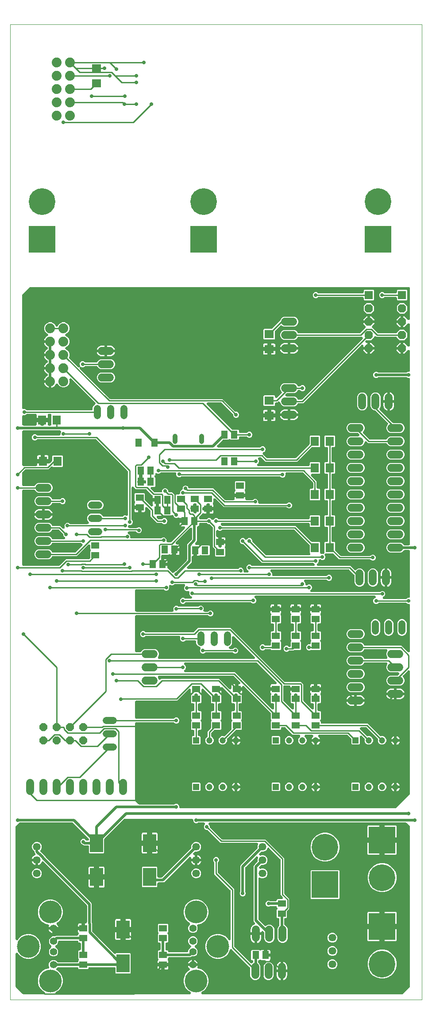
<source format=gbl>
G04 EAGLE Gerber RS-274X export*
G75*
%MOMM*%
%FSLAX34Y34*%
%LPD*%
%INBot*%
%IPPOS*%
%AMOC8*
5,1,8,0,0,1.08239X$1,22.5*%
G01*
%ADD10C,0.000000*%
%ADD11R,1.600000X1.800000*%
%ADD12R,1.500000X1.300000*%
%ADD13R,1.300000X1.500000*%
%ADD14C,1.879600*%
%ADD15R,5.100000X5.100000*%
%ADD16C,5.100000*%
%ADD17P,1.649562X8X202.500000*%
%ADD18C,1.371600*%
%ADD19C,1.524000*%
%ADD20R,1.300000X1.600000*%
%ADD21P,1.704548X8X112.500000*%
%ADD22R,1.574800X1.574800*%
%ADD23C,0.965200*%
%ADD24R,1.803000X1.600000*%
%ADD25C,1.459991*%
%ADD26C,1.400000*%
%ADD27C,4.350000*%
%ADD28R,2.500000X3.500000*%
%ADD29R,1.200000X1.200000*%
%ADD30C,1.200000*%
%ADD31R,1.600000X1.803000*%
%ADD32C,0.254000*%
%ADD33C,0.705600*%
%ADD34C,0.508000*%

G36*
X756551Y765317D02*
X756551Y765317D01*
X756715Y765324D01*
X756775Y765337D01*
X756835Y765343D01*
X756994Y765386D01*
X757155Y765422D01*
X757211Y765445D01*
X757270Y765461D01*
X757418Y765532D01*
X757570Y765595D01*
X757622Y765628D01*
X757676Y765655D01*
X757810Y765750D01*
X757948Y765840D01*
X758006Y765891D01*
X758042Y765917D01*
X758085Y765960D01*
X758182Y766046D01*
X758850Y766714D01*
X760894Y767561D01*
X762000Y767561D01*
X762035Y767564D01*
X762069Y767562D01*
X762258Y767584D01*
X762449Y767601D01*
X762482Y767610D01*
X762516Y767614D01*
X762699Y767669D01*
X762883Y767719D01*
X762914Y767734D01*
X762947Y767744D01*
X763118Y767831D01*
X763290Y767913D01*
X763318Y767933D01*
X763349Y767948D01*
X763501Y768064D01*
X763656Y768175D01*
X763680Y768200D01*
X763707Y768220D01*
X763836Y768360D01*
X763970Y768497D01*
X763989Y768526D01*
X764013Y768552D01*
X764115Y768713D01*
X764222Y768870D01*
X764236Y768902D01*
X764254Y768931D01*
X764327Y769108D01*
X764404Y769282D01*
X764412Y769316D01*
X764425Y769348D01*
X764465Y769535D01*
X764511Y769720D01*
X764513Y769754D01*
X764520Y769788D01*
X764539Y770100D01*
X764539Y856488D01*
X764536Y856522D01*
X764538Y856557D01*
X764516Y856746D01*
X764499Y856936D01*
X764490Y856970D01*
X764486Y857004D01*
X764431Y857187D01*
X764381Y857371D01*
X764366Y857402D01*
X764356Y857435D01*
X764269Y857606D01*
X764187Y857777D01*
X764167Y857805D01*
X764152Y857836D01*
X764036Y857988D01*
X763925Y858143D01*
X763900Y858168D01*
X763880Y858195D01*
X763740Y858324D01*
X763603Y858458D01*
X763574Y858477D01*
X763548Y858500D01*
X763387Y858603D01*
X763230Y858710D01*
X763198Y858724D01*
X763169Y858742D01*
X762992Y858815D01*
X762818Y858892D01*
X762784Y858900D01*
X762752Y858913D01*
X762565Y858953D01*
X762380Y858998D01*
X762346Y859001D01*
X762312Y859008D01*
X762000Y859027D01*
X754350Y859027D01*
X754186Y859013D01*
X754022Y859006D01*
X753962Y858993D01*
X753901Y858987D01*
X753743Y858944D01*
X753582Y858908D01*
X753526Y858885D01*
X753467Y858869D01*
X753319Y858798D01*
X753167Y858735D01*
X753115Y858701D01*
X753060Y858675D01*
X752927Y858580D01*
X752789Y858490D01*
X752731Y858439D01*
X752694Y858413D01*
X752652Y858370D01*
X752554Y858283D01*
X749688Y855417D01*
X746140Y853947D01*
X727060Y853947D01*
X723512Y855417D01*
X720797Y858132D01*
X719327Y861680D01*
X719327Y865520D01*
X720797Y869068D01*
X723512Y871783D01*
X727060Y873253D01*
X746140Y873253D01*
X749688Y871783D01*
X752555Y868916D01*
X752681Y868811D01*
X752802Y868699D01*
X752853Y868667D01*
X752900Y868627D01*
X753043Y868546D01*
X753182Y868458D01*
X753238Y868434D01*
X753291Y868404D01*
X753446Y868349D01*
X753598Y868287D01*
X753658Y868274D01*
X753715Y868253D01*
X753878Y868226D01*
X754038Y868192D01*
X754115Y868187D01*
X754159Y868180D01*
X754221Y868181D01*
X754350Y868173D01*
X762000Y868173D01*
X762035Y868176D01*
X762069Y868174D01*
X762258Y868196D01*
X762449Y868213D01*
X762482Y868222D01*
X762516Y868226D01*
X762699Y868281D01*
X762883Y868331D01*
X762914Y868346D01*
X762947Y868356D01*
X763118Y868443D01*
X763290Y868524D01*
X763318Y868545D01*
X763349Y868560D01*
X763501Y868676D01*
X763656Y868787D01*
X763680Y868811D01*
X763707Y868832D01*
X763836Y868972D01*
X763970Y869109D01*
X763989Y869138D01*
X764013Y869163D01*
X764115Y869324D01*
X764222Y869482D01*
X764236Y869514D01*
X764254Y869543D01*
X764327Y869720D01*
X764404Y869894D01*
X764412Y869928D01*
X764425Y869960D01*
X764465Y870146D01*
X764511Y870332D01*
X764513Y870366D01*
X764520Y870400D01*
X764539Y870712D01*
X764539Y1185700D01*
X764536Y1185735D01*
X764538Y1185769D01*
X764516Y1185958D01*
X764499Y1186149D01*
X764490Y1186182D01*
X764486Y1186216D01*
X764431Y1186399D01*
X764381Y1186583D01*
X764366Y1186614D01*
X764356Y1186647D01*
X764269Y1186818D01*
X764187Y1186990D01*
X764167Y1187018D01*
X764152Y1187049D01*
X764036Y1187201D01*
X763925Y1187356D01*
X763900Y1187380D01*
X763880Y1187407D01*
X763740Y1187536D01*
X763603Y1187670D01*
X763574Y1187689D01*
X763548Y1187713D01*
X763387Y1187815D01*
X763230Y1187922D01*
X763198Y1187936D01*
X763169Y1187954D01*
X762992Y1188027D01*
X762818Y1188104D01*
X762784Y1188112D01*
X762752Y1188125D01*
X762565Y1188165D01*
X762380Y1188211D01*
X762346Y1188213D01*
X762312Y1188220D01*
X762000Y1188239D01*
X760894Y1188239D01*
X758975Y1189034D01*
X758864Y1189069D01*
X758756Y1189113D01*
X758650Y1189136D01*
X758546Y1189169D01*
X758430Y1189183D01*
X758316Y1189208D01*
X758162Y1189218D01*
X758099Y1189225D01*
X758063Y1189224D01*
X758004Y1189227D01*
X704016Y1189227D01*
X703900Y1189217D01*
X703783Y1189217D01*
X703676Y1189197D01*
X703568Y1189187D01*
X703455Y1189157D01*
X703340Y1189136D01*
X703194Y1189085D01*
X703134Y1189069D01*
X703101Y1189053D01*
X703045Y1189034D01*
X701126Y1188239D01*
X698914Y1188239D01*
X696870Y1189086D01*
X695306Y1190650D01*
X694459Y1192694D01*
X694459Y1194906D01*
X695306Y1196950D01*
X696870Y1198514D01*
X698914Y1199361D01*
X701126Y1199361D01*
X703045Y1198566D01*
X703156Y1198531D01*
X703264Y1198487D01*
X703370Y1198464D01*
X703474Y1198431D01*
X703590Y1198417D01*
X703704Y1198392D01*
X703858Y1198382D01*
X703921Y1198375D01*
X703957Y1198376D01*
X704016Y1198373D01*
X758004Y1198373D01*
X758120Y1198383D01*
X758237Y1198383D01*
X758344Y1198403D01*
X758452Y1198413D01*
X758565Y1198443D01*
X758680Y1198464D01*
X758826Y1198515D01*
X758886Y1198531D01*
X758919Y1198547D01*
X758975Y1198566D01*
X760894Y1199361D01*
X762000Y1199361D01*
X762035Y1199364D01*
X762069Y1199362D01*
X762258Y1199384D01*
X762449Y1199401D01*
X762482Y1199410D01*
X762516Y1199414D01*
X762699Y1199469D01*
X762883Y1199519D01*
X762914Y1199534D01*
X762947Y1199544D01*
X763118Y1199631D01*
X763290Y1199713D01*
X763318Y1199733D01*
X763349Y1199748D01*
X763501Y1199864D01*
X763656Y1199975D01*
X763680Y1200000D01*
X763707Y1200020D01*
X763836Y1200160D01*
X763970Y1200297D01*
X763989Y1200326D01*
X764013Y1200352D01*
X764115Y1200513D01*
X764222Y1200670D01*
X764236Y1200702D01*
X764254Y1200731D01*
X764327Y1200908D01*
X764404Y1201082D01*
X764412Y1201116D01*
X764425Y1201148D01*
X764465Y1201334D01*
X764511Y1201520D01*
X764513Y1201554D01*
X764520Y1201588D01*
X764539Y1201900D01*
X764539Y1238980D01*
X764528Y1239110D01*
X764526Y1239240D01*
X764508Y1239334D01*
X764499Y1239429D01*
X764465Y1239554D01*
X764440Y1239682D01*
X764406Y1239771D01*
X764381Y1239863D01*
X764325Y1239980D01*
X764278Y1240102D01*
X764228Y1240184D01*
X764187Y1240270D01*
X764112Y1240375D01*
X764044Y1240487D01*
X763981Y1240558D01*
X763925Y1240636D01*
X763832Y1240727D01*
X763746Y1240824D01*
X763671Y1240883D01*
X763603Y1240950D01*
X763495Y1241023D01*
X763393Y1241103D01*
X763309Y1241148D01*
X763230Y1241202D01*
X763111Y1241255D01*
X762996Y1241316D01*
X762905Y1241346D01*
X762818Y1241384D01*
X762691Y1241415D01*
X762568Y1241455D01*
X762473Y1241468D01*
X762380Y1241491D01*
X762251Y1241499D01*
X762122Y1241517D01*
X762026Y1241513D01*
X761931Y1241519D01*
X761802Y1241504D01*
X761672Y1241498D01*
X761579Y1241478D01*
X761484Y1241467D01*
X761359Y1241429D01*
X761232Y1241401D01*
X761144Y1241364D01*
X761053Y1241336D01*
X760937Y1241277D01*
X760817Y1241227D01*
X760736Y1241175D01*
X760651Y1241132D01*
X760548Y1241053D01*
X760439Y1240983D01*
X760341Y1240897D01*
X760293Y1240860D01*
X760262Y1240827D01*
X760204Y1240776D01*
X753614Y1234185D01*
X751839Y1234185D01*
X751839Y1244600D01*
X751839Y1255015D01*
X753614Y1255015D01*
X760204Y1248424D01*
X760304Y1248341D01*
X760397Y1248250D01*
X760477Y1248197D01*
X760550Y1248135D01*
X760663Y1248071D01*
X760770Y1247998D01*
X760858Y1247959D01*
X760941Y1247912D01*
X761063Y1247868D01*
X761182Y1247816D01*
X761275Y1247793D01*
X761365Y1247761D01*
X761494Y1247740D01*
X761620Y1247709D01*
X761715Y1247703D01*
X761809Y1247688D01*
X761940Y1247689D01*
X762069Y1247681D01*
X762164Y1247692D01*
X762260Y1247694D01*
X762387Y1247718D01*
X762516Y1247733D01*
X762608Y1247761D01*
X762702Y1247779D01*
X762823Y1247826D01*
X762947Y1247864D01*
X763032Y1247907D01*
X763122Y1247942D01*
X763233Y1248009D01*
X763349Y1248068D01*
X763425Y1248126D01*
X763506Y1248175D01*
X763604Y1248262D01*
X763707Y1248340D01*
X763772Y1248410D01*
X763844Y1248474D01*
X763924Y1248575D01*
X764013Y1248671D01*
X764064Y1248752D01*
X764123Y1248827D01*
X764184Y1248941D01*
X764254Y1249051D01*
X764291Y1249139D01*
X764336Y1249224D01*
X764376Y1249347D01*
X764425Y1249468D01*
X764445Y1249561D01*
X764475Y1249652D01*
X764493Y1249781D01*
X764520Y1249908D01*
X764528Y1250037D01*
X764536Y1250098D01*
X764535Y1250143D01*
X764539Y1250220D01*
X764539Y1289780D01*
X764528Y1289910D01*
X764526Y1290040D01*
X764508Y1290134D01*
X764499Y1290229D01*
X764465Y1290354D01*
X764440Y1290482D01*
X764406Y1290571D01*
X764381Y1290663D01*
X764325Y1290780D01*
X764278Y1290902D01*
X764228Y1290984D01*
X764187Y1291070D01*
X764112Y1291175D01*
X764044Y1291287D01*
X763981Y1291358D01*
X763925Y1291436D01*
X763832Y1291527D01*
X763746Y1291624D01*
X763671Y1291683D01*
X763603Y1291750D01*
X763495Y1291823D01*
X763393Y1291903D01*
X763309Y1291948D01*
X763230Y1292002D01*
X763111Y1292055D01*
X762996Y1292116D01*
X762905Y1292146D01*
X762818Y1292184D01*
X762691Y1292215D01*
X762568Y1292255D01*
X762473Y1292268D01*
X762380Y1292291D01*
X762251Y1292299D01*
X762122Y1292317D01*
X762026Y1292313D01*
X761931Y1292319D01*
X761802Y1292304D01*
X761672Y1292298D01*
X761579Y1292278D01*
X761484Y1292267D01*
X761359Y1292229D01*
X761232Y1292201D01*
X761144Y1292164D01*
X761053Y1292136D01*
X760937Y1292077D01*
X760817Y1292027D01*
X760736Y1291975D01*
X760651Y1291932D01*
X760548Y1291853D01*
X760439Y1291783D01*
X760341Y1291697D01*
X760293Y1291660D01*
X760262Y1291627D01*
X760204Y1291576D01*
X753614Y1284985D01*
X751839Y1284985D01*
X751839Y1295400D01*
X751839Y1305815D01*
X753614Y1305815D01*
X760204Y1299224D01*
X760304Y1299141D01*
X760397Y1299050D01*
X760477Y1298997D01*
X760550Y1298935D01*
X760663Y1298871D01*
X760770Y1298798D01*
X760858Y1298759D01*
X760941Y1298712D01*
X761063Y1298668D01*
X761182Y1298616D01*
X761275Y1298593D01*
X761365Y1298561D01*
X761494Y1298540D01*
X761620Y1298509D01*
X761715Y1298503D01*
X761809Y1298488D01*
X761940Y1298489D01*
X762069Y1298481D01*
X762164Y1298492D01*
X762260Y1298494D01*
X762387Y1298518D01*
X762516Y1298533D01*
X762608Y1298561D01*
X762702Y1298579D01*
X762823Y1298626D01*
X762947Y1298664D01*
X763032Y1298707D01*
X763122Y1298742D01*
X763233Y1298809D01*
X763349Y1298868D01*
X763425Y1298926D01*
X763506Y1298975D01*
X763604Y1299062D01*
X763707Y1299140D01*
X763772Y1299210D01*
X763844Y1299274D01*
X763924Y1299375D01*
X764013Y1299471D01*
X764064Y1299552D01*
X764123Y1299627D01*
X764184Y1299741D01*
X764254Y1299851D01*
X764291Y1299939D01*
X764336Y1300024D01*
X764376Y1300147D01*
X764425Y1300268D01*
X764445Y1300361D01*
X764475Y1300452D01*
X764493Y1300581D01*
X764520Y1300708D01*
X764528Y1300837D01*
X764536Y1300898D01*
X764535Y1300943D01*
X764539Y1301020D01*
X764539Y1358900D01*
X764536Y1358935D01*
X764538Y1358969D01*
X764516Y1359158D01*
X764499Y1359349D01*
X764490Y1359382D01*
X764486Y1359416D01*
X764431Y1359599D01*
X764381Y1359783D01*
X764366Y1359814D01*
X764356Y1359847D01*
X764269Y1360018D01*
X764187Y1360190D01*
X764167Y1360218D01*
X764152Y1360249D01*
X764036Y1360401D01*
X763925Y1360556D01*
X763900Y1360580D01*
X763880Y1360607D01*
X763740Y1360736D01*
X763603Y1360870D01*
X763574Y1360889D01*
X763548Y1360913D01*
X763387Y1361015D01*
X763230Y1361122D01*
X763198Y1361136D01*
X763169Y1361154D01*
X762992Y1361227D01*
X762818Y1361304D01*
X762784Y1361312D01*
X762752Y1361325D01*
X762565Y1361365D01*
X762380Y1361411D01*
X762346Y1361413D01*
X762312Y1361420D01*
X762000Y1361439D01*
X38100Y1361439D01*
X37936Y1361425D01*
X37772Y1361418D01*
X37712Y1361405D01*
X37652Y1361399D01*
X37493Y1361356D01*
X37332Y1361320D01*
X37276Y1361297D01*
X37217Y1361281D01*
X37069Y1361210D01*
X36917Y1361147D01*
X36865Y1361114D01*
X36811Y1361087D01*
X36677Y1360992D01*
X36539Y1360902D01*
X36481Y1360851D01*
X36444Y1360825D01*
X36402Y1360782D01*
X36304Y1360696D01*
X23604Y1347996D01*
X23499Y1347869D01*
X23388Y1347748D01*
X23355Y1347697D01*
X23316Y1347650D01*
X23234Y1347507D01*
X23146Y1347369D01*
X23122Y1347312D01*
X23092Y1347259D01*
X23037Y1347104D01*
X22975Y1346952D01*
X22962Y1346892D01*
X22941Y1346835D01*
X22915Y1346673D01*
X22880Y1346512D01*
X22875Y1346435D01*
X22868Y1346391D01*
X22869Y1346330D01*
X22861Y1346200D01*
X22861Y1130780D01*
X22864Y1130745D01*
X22862Y1130711D01*
X22884Y1130522D01*
X22901Y1130331D01*
X22910Y1130298D01*
X22914Y1130264D01*
X22969Y1130081D01*
X23019Y1129897D01*
X23034Y1129866D01*
X23044Y1129833D01*
X23131Y1129662D01*
X23213Y1129490D01*
X23233Y1129462D01*
X23248Y1129431D01*
X23364Y1129279D01*
X23475Y1129124D01*
X23500Y1129100D01*
X23520Y1129073D01*
X23661Y1128944D01*
X23797Y1128810D01*
X23826Y1128791D01*
X23852Y1128767D01*
X24013Y1128665D01*
X24170Y1128558D01*
X24202Y1128544D01*
X24231Y1128526D01*
X24408Y1128453D01*
X24582Y1128376D01*
X24616Y1128368D01*
X24648Y1128355D01*
X24835Y1128315D01*
X25020Y1128269D01*
X25054Y1128267D01*
X25088Y1128260D01*
X25400Y1128241D01*
X27776Y1128241D01*
X29820Y1127394D01*
X30488Y1126726D01*
X30614Y1126621D01*
X30735Y1126509D01*
X30786Y1126477D01*
X30833Y1126438D01*
X30976Y1126356D01*
X31114Y1126268D01*
X31171Y1126244D01*
X31224Y1126214D01*
X31379Y1126159D01*
X31531Y1126097D01*
X31591Y1126084D01*
X31648Y1126063D01*
X31811Y1126037D01*
X31971Y1126002D01*
X32048Y1125997D01*
X32092Y1125990D01*
X32153Y1125991D01*
X32283Y1125983D01*
X154940Y1125983D01*
X154975Y1125986D01*
X155009Y1125984D01*
X155198Y1126006D01*
X155389Y1126023D01*
X155422Y1126032D01*
X155456Y1126036D01*
X155639Y1126091D01*
X155823Y1126141D01*
X155854Y1126156D01*
X155887Y1126166D01*
X156058Y1126253D01*
X156230Y1126335D01*
X156258Y1126355D01*
X156289Y1126370D01*
X156441Y1126486D01*
X156596Y1126597D01*
X156620Y1126622D01*
X156647Y1126642D01*
X156776Y1126782D01*
X156910Y1126919D01*
X156929Y1126948D01*
X156953Y1126974D01*
X157055Y1127135D01*
X157162Y1127292D01*
X157176Y1127324D01*
X157194Y1127353D01*
X157267Y1127530D01*
X157344Y1127704D01*
X157352Y1127738D01*
X157365Y1127770D01*
X157405Y1127957D01*
X157451Y1128142D01*
X157453Y1128176D01*
X157460Y1128210D01*
X157479Y1128522D01*
X157479Y1131306D01*
X158833Y1134574D01*
X161334Y1137075D01*
X161373Y1137091D01*
X161446Y1137129D01*
X161523Y1137159D01*
X161645Y1137234D01*
X161772Y1137300D01*
X161837Y1137350D01*
X161907Y1137393D01*
X162014Y1137488D01*
X162128Y1137575D01*
X162183Y1137637D01*
X162245Y1137691D01*
X162333Y1137803D01*
X162429Y1137910D01*
X162473Y1137980D01*
X162524Y1138044D01*
X162592Y1138170D01*
X162667Y1138292D01*
X162698Y1138369D01*
X162737Y1138441D01*
X162781Y1138577D01*
X162834Y1138710D01*
X162850Y1138791D01*
X162876Y1138869D01*
X162895Y1139011D01*
X162924Y1139151D01*
X162926Y1139234D01*
X162937Y1139316D01*
X162931Y1139459D01*
X162935Y1139602D01*
X162922Y1139683D01*
X162919Y1139765D01*
X162888Y1139905D01*
X162866Y1140047D01*
X162839Y1140124D01*
X162821Y1140205D01*
X162766Y1140337D01*
X162720Y1140472D01*
X162680Y1140544D01*
X162648Y1140620D01*
X162570Y1140741D01*
X162500Y1140866D01*
X162448Y1140930D01*
X162403Y1140999D01*
X162240Y1141184D01*
X162215Y1141214D01*
X162207Y1141221D01*
X162196Y1141233D01*
X117090Y1186339D01*
X116954Y1186453D01*
X116822Y1186572D01*
X116781Y1186597D01*
X116745Y1186628D01*
X116591Y1186716D01*
X116440Y1186810D01*
X116395Y1186828D01*
X116354Y1186851D01*
X116187Y1186911D01*
X116021Y1186977D01*
X115975Y1186986D01*
X115930Y1187002D01*
X115754Y1187031D01*
X115580Y1187067D01*
X115533Y1187068D01*
X115485Y1187076D01*
X115307Y1187073D01*
X115130Y1187078D01*
X115083Y1187070D01*
X115035Y1187070D01*
X114860Y1187036D01*
X114685Y1187009D01*
X114640Y1186993D01*
X114593Y1186984D01*
X114427Y1186920D01*
X114259Y1186862D01*
X114218Y1186839D01*
X114173Y1186822D01*
X114021Y1186729D01*
X113866Y1186643D01*
X113829Y1186613D01*
X113788Y1186588D01*
X113655Y1186470D01*
X113518Y1186358D01*
X113487Y1186321D01*
X113451Y1186290D01*
X113341Y1186151D01*
X113225Y1186015D01*
X113201Y1185974D01*
X113172Y1185937D01*
X113088Y1185780D01*
X112998Y1185627D01*
X112981Y1185582D01*
X112959Y1185540D01*
X112904Y1185371D01*
X112843Y1185204D01*
X112834Y1185157D01*
X112820Y1185111D01*
X112795Y1184936D01*
X112765Y1184761D01*
X112765Y1184713D01*
X112758Y1184665D01*
X112766Y1184487D01*
X112766Y1184310D01*
X112775Y1184263D01*
X112777Y1184215D01*
X112815Y1184042D01*
X112847Y1183867D01*
X112866Y1183811D01*
X112874Y1183776D01*
X112899Y1183718D01*
X112949Y1183572D01*
X113031Y1183374D01*
X113031Y1178826D01*
X111290Y1174625D01*
X108075Y1171410D01*
X103874Y1169669D01*
X99326Y1169669D01*
X95125Y1171410D01*
X91909Y1174625D01*
X91502Y1175609D01*
X91488Y1175636D01*
X91478Y1175665D01*
X91384Y1175835D01*
X91293Y1176008D01*
X91275Y1176032D01*
X91260Y1176059D01*
X91137Y1176210D01*
X91018Y1176364D01*
X90995Y1176384D01*
X90976Y1176408D01*
X90828Y1176535D01*
X90683Y1176666D01*
X90658Y1176682D01*
X90635Y1176701D01*
X90467Y1176801D01*
X90301Y1176903D01*
X90273Y1176915D01*
X90247Y1176930D01*
X90064Y1176998D01*
X89883Y1177070D01*
X89853Y1177076D01*
X89825Y1177087D01*
X89633Y1177121D01*
X89442Y1177160D01*
X89411Y1177161D01*
X89381Y1177166D01*
X89187Y1177166D01*
X88992Y1177171D01*
X88962Y1177166D01*
X88931Y1177166D01*
X88739Y1177132D01*
X88547Y1177102D01*
X88518Y1177092D01*
X88488Y1177087D01*
X88305Y1177019D01*
X88121Y1176956D01*
X88094Y1176941D01*
X88066Y1176930D01*
X87898Y1176832D01*
X87728Y1176737D01*
X87704Y1176717D01*
X87678Y1176702D01*
X87531Y1176575D01*
X87379Y1176451D01*
X87359Y1176428D01*
X87336Y1176408D01*
X87214Y1176257D01*
X87087Y1176109D01*
X87071Y1176083D01*
X87052Y1176059D01*
X86894Y1175790D01*
X86411Y1174843D01*
X85306Y1173322D01*
X83978Y1171994D01*
X82457Y1170889D01*
X80783Y1170036D01*
X78996Y1169455D01*
X78739Y1169415D01*
X78739Y1181100D01*
X78739Y1206500D01*
X78739Y1231900D01*
X78739Y1257300D01*
X78736Y1257334D01*
X78738Y1257369D01*
X78716Y1257558D01*
X78699Y1257748D01*
X78690Y1257782D01*
X78686Y1257816D01*
X78631Y1257999D01*
X78581Y1258183D01*
X78566Y1258214D01*
X78556Y1258247D01*
X78469Y1258418D01*
X78388Y1258589D01*
X78367Y1258617D01*
X78352Y1258648D01*
X78237Y1258800D01*
X78125Y1258955D01*
X78125Y1258956D01*
X78101Y1258980D01*
X78080Y1259007D01*
X78079Y1259007D01*
X77939Y1259137D01*
X77802Y1259270D01*
X77774Y1259289D01*
X77748Y1259313D01*
X77587Y1259415D01*
X77429Y1259522D01*
X77398Y1259536D01*
X77368Y1259554D01*
X77192Y1259627D01*
X77017Y1259704D01*
X76984Y1259712D01*
X76952Y1259725D01*
X76765Y1259766D01*
X76580Y1259811D01*
X76546Y1259813D01*
X76512Y1259820D01*
X76200Y1259839D01*
X64515Y1259839D01*
X64555Y1260096D01*
X65136Y1261883D01*
X65989Y1263557D01*
X67094Y1265078D01*
X68422Y1266406D01*
X69943Y1267511D01*
X70890Y1267994D01*
X70916Y1268010D01*
X70944Y1268022D01*
X71107Y1268129D01*
X71271Y1268233D01*
X71294Y1268253D01*
X71319Y1268270D01*
X71461Y1268405D01*
X71605Y1268535D01*
X71623Y1268560D01*
X71645Y1268581D01*
X71760Y1268738D01*
X71879Y1268892D01*
X71893Y1268919D01*
X71911Y1268944D01*
X71997Y1269119D01*
X72086Y1269292D01*
X72095Y1269321D01*
X72109Y1269348D01*
X72162Y1269536D01*
X72220Y1269722D01*
X72223Y1269752D01*
X72232Y1269782D01*
X72251Y1269976D01*
X72275Y1270169D01*
X72273Y1270199D01*
X72276Y1270230D01*
X72261Y1270424D01*
X72250Y1270619D01*
X72243Y1270648D01*
X72241Y1270679D01*
X72192Y1270867D01*
X72147Y1271057D01*
X72135Y1271085D01*
X72127Y1271114D01*
X72045Y1271291D01*
X71967Y1271470D01*
X71951Y1271495D01*
X71938Y1271523D01*
X71826Y1271683D01*
X71718Y1271845D01*
X71697Y1271867D01*
X71680Y1271892D01*
X71541Y1272029D01*
X71406Y1272170D01*
X71382Y1272188D01*
X71360Y1272209D01*
X71200Y1272320D01*
X71042Y1272434D01*
X71015Y1272448D01*
X70990Y1272465D01*
X70709Y1272602D01*
X69725Y1273009D01*
X66510Y1276225D01*
X64769Y1280426D01*
X64769Y1284974D01*
X66510Y1289175D01*
X69725Y1292390D01*
X73926Y1294131D01*
X78474Y1294131D01*
X82675Y1292390D01*
X85891Y1289175D01*
X86554Y1287573D01*
X86614Y1287458D01*
X86666Y1287338D01*
X86718Y1287259D01*
X86763Y1287174D01*
X86842Y1287071D01*
X86914Y1286963D01*
X86980Y1286894D01*
X87038Y1286818D01*
X87135Y1286731D01*
X87224Y1286637D01*
X87302Y1286580D01*
X87373Y1286516D01*
X87483Y1286448D01*
X87588Y1286371D01*
X87674Y1286329D01*
X87755Y1286278D01*
X87876Y1286230D01*
X87992Y1286173D01*
X88084Y1286147D01*
X88173Y1286112D01*
X88301Y1286086D01*
X88426Y1286050D01*
X88521Y1286041D01*
X88614Y1286022D01*
X88744Y1286019D01*
X88874Y1286006D01*
X88969Y1286013D01*
X89064Y1286011D01*
X89193Y1286031D01*
X89322Y1286041D01*
X89415Y1286065D01*
X89509Y1286080D01*
X89632Y1286122D01*
X89758Y1286155D01*
X89845Y1286195D01*
X89935Y1286226D01*
X90049Y1286289D01*
X90167Y1286344D01*
X90245Y1286399D01*
X90328Y1286445D01*
X90429Y1286528D01*
X90535Y1286602D01*
X90603Y1286670D01*
X90677Y1286731D01*
X90761Y1286829D01*
X90853Y1286922D01*
X90907Y1287001D01*
X90969Y1287073D01*
X91035Y1287185D01*
X91109Y1287292D01*
X91166Y1287409D01*
X91197Y1287462D01*
X91212Y1287504D01*
X91246Y1287573D01*
X91910Y1289175D01*
X95125Y1292390D01*
X99326Y1294131D01*
X103874Y1294131D01*
X108075Y1292390D01*
X111290Y1289175D01*
X113031Y1284974D01*
X113031Y1280426D01*
X111290Y1276225D01*
X108075Y1273009D01*
X106473Y1272346D01*
X106358Y1272286D01*
X106238Y1272234D01*
X106159Y1272182D01*
X106074Y1272137D01*
X105971Y1272058D01*
X105863Y1271986D01*
X105794Y1271920D01*
X105718Y1271862D01*
X105631Y1271765D01*
X105537Y1271675D01*
X105480Y1271598D01*
X105416Y1271527D01*
X105348Y1271417D01*
X105271Y1271312D01*
X105229Y1271226D01*
X105178Y1271145D01*
X105130Y1271024D01*
X105073Y1270908D01*
X105047Y1270816D01*
X105012Y1270727D01*
X104986Y1270599D01*
X104950Y1270474D01*
X104941Y1270379D01*
X104922Y1270286D01*
X104919Y1270156D01*
X104906Y1270026D01*
X104913Y1269931D01*
X104911Y1269836D01*
X104931Y1269707D01*
X104941Y1269577D01*
X104965Y1269485D01*
X104980Y1269391D01*
X105022Y1269268D01*
X105055Y1269142D01*
X105095Y1269055D01*
X105126Y1268965D01*
X105189Y1268851D01*
X105244Y1268733D01*
X105299Y1268655D01*
X105345Y1268572D01*
X105428Y1268471D01*
X105502Y1268364D01*
X105570Y1268297D01*
X105631Y1268223D01*
X105730Y1268139D01*
X105822Y1268047D01*
X105900Y1267993D01*
X105973Y1267931D01*
X106085Y1267865D01*
X106192Y1267791D01*
X106309Y1267734D01*
X106362Y1267703D01*
X106404Y1267688D01*
X106473Y1267654D01*
X108075Y1266991D01*
X111290Y1263775D01*
X113031Y1259574D01*
X113031Y1255026D01*
X111290Y1250825D01*
X108075Y1247609D01*
X106473Y1246946D01*
X106358Y1246886D01*
X106238Y1246834D01*
X106159Y1246782D01*
X106074Y1246737D01*
X105971Y1246658D01*
X105863Y1246586D01*
X105794Y1246520D01*
X105718Y1246462D01*
X105631Y1246365D01*
X105537Y1246276D01*
X105480Y1246198D01*
X105416Y1246128D01*
X105348Y1246017D01*
X105271Y1245912D01*
X105229Y1245826D01*
X105178Y1245745D01*
X105130Y1245625D01*
X105073Y1245508D01*
X105047Y1245416D01*
X105012Y1245327D01*
X104986Y1245200D01*
X104950Y1245074D01*
X104941Y1244979D01*
X104922Y1244886D01*
X104919Y1244756D01*
X104906Y1244626D01*
X104913Y1244531D01*
X104911Y1244436D01*
X104931Y1244307D01*
X104941Y1244177D01*
X104965Y1244085D01*
X104980Y1243991D01*
X105022Y1243867D01*
X105055Y1243742D01*
X105095Y1243655D01*
X105126Y1243565D01*
X105189Y1243451D01*
X105244Y1243333D01*
X105299Y1243255D01*
X105345Y1243172D01*
X105428Y1243071D01*
X105502Y1242964D01*
X105570Y1242897D01*
X105631Y1242823D01*
X105730Y1242739D01*
X105822Y1242647D01*
X105900Y1242593D01*
X105973Y1242531D01*
X106085Y1242465D01*
X106192Y1242391D01*
X106309Y1242334D01*
X106362Y1242303D01*
X106404Y1242288D01*
X106473Y1242254D01*
X108075Y1241591D01*
X111290Y1238375D01*
X113031Y1234174D01*
X113031Y1229626D01*
X112366Y1228022D01*
X112302Y1227819D01*
X112237Y1227618D01*
X112235Y1227605D01*
X112231Y1227592D01*
X112204Y1227380D01*
X112176Y1227172D01*
X112176Y1227158D01*
X112175Y1227145D01*
X112185Y1226935D01*
X112194Y1226722D01*
X112197Y1226709D01*
X112198Y1226696D01*
X112245Y1226490D01*
X112292Y1226282D01*
X112297Y1226270D01*
X112300Y1226257D01*
X112383Y1226063D01*
X112465Y1225867D01*
X112472Y1225855D01*
X112478Y1225843D01*
X112594Y1225668D01*
X112710Y1225488D01*
X112720Y1225477D01*
X112726Y1225468D01*
X112753Y1225439D01*
X112916Y1225254D01*
X129296Y1208875D01*
X129432Y1208761D01*
X129564Y1208642D01*
X129605Y1208616D01*
X129641Y1208586D01*
X129796Y1208498D01*
X129947Y1208404D01*
X129991Y1208386D01*
X130032Y1208362D01*
X130200Y1208303D01*
X130365Y1208237D01*
X130412Y1208228D01*
X130457Y1208212D01*
X130632Y1208183D01*
X130806Y1208147D01*
X130854Y1208146D01*
X130901Y1208138D01*
X131079Y1208141D01*
X131256Y1208136D01*
X131303Y1208144D01*
X131351Y1208144D01*
X131526Y1208178D01*
X131701Y1208205D01*
X131746Y1208221D01*
X131793Y1208230D01*
X131959Y1208294D01*
X132127Y1208352D01*
X132168Y1208375D01*
X132213Y1208392D01*
X132365Y1208485D01*
X132520Y1208571D01*
X132557Y1208601D01*
X132598Y1208626D01*
X132731Y1208744D01*
X132868Y1208856D01*
X132900Y1208893D01*
X132935Y1208924D01*
X133045Y1209063D01*
X133161Y1209198D01*
X133185Y1209240D01*
X133215Y1209277D01*
X133299Y1209434D01*
X133388Y1209587D01*
X133405Y1209632D01*
X133427Y1209674D01*
X133482Y1209843D01*
X133544Y1210010D01*
X133552Y1210057D01*
X133567Y1210102D01*
X133591Y1210278D01*
X133622Y1210453D01*
X133621Y1210501D01*
X133628Y1210548D01*
X133621Y1210726D01*
X133620Y1210904D01*
X133612Y1210950D01*
X133610Y1210998D01*
X133571Y1211172D01*
X133539Y1211346D01*
X133520Y1211402D01*
X133512Y1211438D01*
X133488Y1211496D01*
X133438Y1211642D01*
X132869Y1213014D01*
X132869Y1215226D01*
X133716Y1217270D01*
X135280Y1218834D01*
X137324Y1219681D01*
X139536Y1219681D01*
X141580Y1218834D01*
X142248Y1218166D01*
X142374Y1218061D01*
X142495Y1217949D01*
X142546Y1217917D01*
X142593Y1217878D01*
X142736Y1217796D01*
X142874Y1217708D01*
X142931Y1217684D01*
X142984Y1217654D01*
X143139Y1217599D01*
X143291Y1217537D01*
X143351Y1217524D01*
X143408Y1217503D01*
X143571Y1217477D01*
X143731Y1217442D01*
X143808Y1217437D01*
X143852Y1217430D01*
X143913Y1217431D01*
X144043Y1217423D01*
X164483Y1217423D01*
X164695Y1217442D01*
X164906Y1217458D01*
X164919Y1217461D01*
X164932Y1217463D01*
X165137Y1217519D01*
X165341Y1217572D01*
X165353Y1217578D01*
X165366Y1217581D01*
X165557Y1217672D01*
X165750Y1217761D01*
X165761Y1217769D01*
X165773Y1217775D01*
X165944Y1217897D01*
X166119Y1218020D01*
X166128Y1218029D01*
X166139Y1218037D01*
X166288Y1218189D01*
X166436Y1218339D01*
X166444Y1218350D01*
X166453Y1218359D01*
X166572Y1218535D01*
X166692Y1218709D01*
X166699Y1218724D01*
X166705Y1218732D01*
X166721Y1218768D01*
X166829Y1218990D01*
X167077Y1219588D01*
X169792Y1222303D01*
X173340Y1223773D01*
X192420Y1223773D01*
X195968Y1222303D01*
X198683Y1219588D01*
X200153Y1216040D01*
X200153Y1212200D01*
X198683Y1208652D01*
X195968Y1205937D01*
X192420Y1204467D01*
X173340Y1204467D01*
X169792Y1205937D01*
X167077Y1208652D01*
X166829Y1209250D01*
X166731Y1209437D01*
X166635Y1209627D01*
X166627Y1209637D01*
X166621Y1209649D01*
X166491Y1209816D01*
X166363Y1209985D01*
X166353Y1209994D01*
X166345Y1210005D01*
X166187Y1210147D01*
X166032Y1210291D01*
X166021Y1210298D01*
X166011Y1210306D01*
X165831Y1210418D01*
X165652Y1210532D01*
X165640Y1210537D01*
X165629Y1210544D01*
X165432Y1210623D01*
X165235Y1210703D01*
X165223Y1210706D01*
X165210Y1210711D01*
X165002Y1210753D01*
X164795Y1210798D01*
X164779Y1210799D01*
X164769Y1210801D01*
X164730Y1210802D01*
X164483Y1210817D01*
X144043Y1210817D01*
X143879Y1210803D01*
X143715Y1210796D01*
X143655Y1210783D01*
X143595Y1210777D01*
X143436Y1210734D01*
X143275Y1210698D01*
X143219Y1210675D01*
X143160Y1210659D01*
X143012Y1210588D01*
X142860Y1210525D01*
X142808Y1210492D01*
X142754Y1210465D01*
X142620Y1210370D01*
X142482Y1210280D01*
X142424Y1210229D01*
X142388Y1210203D01*
X142345Y1210160D01*
X142248Y1210074D01*
X141580Y1209406D01*
X139536Y1208559D01*
X137324Y1208559D01*
X135952Y1209128D01*
X135783Y1209181D01*
X135615Y1209240D01*
X135568Y1209248D01*
X135522Y1209262D01*
X135346Y1209285D01*
X135171Y1209314D01*
X135123Y1209313D01*
X135076Y1209319D01*
X134898Y1209310D01*
X134721Y1209308D01*
X134674Y1209299D01*
X134626Y1209296D01*
X134453Y1209256D01*
X134279Y1209222D01*
X134234Y1209205D01*
X134187Y1209194D01*
X134024Y1209124D01*
X133859Y1209060D01*
X133818Y1209035D01*
X133774Y1209016D01*
X133626Y1208918D01*
X133474Y1208826D01*
X133438Y1208794D01*
X133398Y1208768D01*
X133269Y1208645D01*
X133136Y1208528D01*
X133107Y1208490D01*
X133072Y1208457D01*
X132967Y1208314D01*
X132857Y1208175D01*
X132834Y1208132D01*
X132806Y1208094D01*
X132728Y1207934D01*
X132644Y1207778D01*
X132630Y1207732D01*
X132609Y1207689D01*
X132560Y1207518D01*
X132505Y1207349D01*
X132499Y1207302D01*
X132486Y1207256D01*
X132468Y1207079D01*
X132444Y1206903D01*
X132446Y1206856D01*
X132441Y1206808D01*
X132455Y1206631D01*
X132462Y1206454D01*
X132473Y1206407D01*
X132476Y1206359D01*
X132521Y1206188D01*
X132560Y1206014D01*
X132578Y1205970D01*
X132590Y1205924D01*
X132665Y1205763D01*
X132733Y1205598D01*
X132759Y1205558D01*
X132779Y1205515D01*
X132881Y1205370D01*
X132978Y1205220D01*
X133017Y1205176D01*
X133038Y1205146D01*
X133082Y1205102D01*
X133185Y1204986D01*
X189854Y1148316D01*
X189981Y1148211D01*
X190101Y1148099D01*
X190153Y1148067D01*
X190200Y1148028D01*
X190342Y1147946D01*
X190481Y1147858D01*
X190538Y1147834D01*
X190591Y1147804D01*
X190745Y1147749D01*
X190898Y1147687D01*
X190957Y1147674D01*
X191015Y1147653D01*
X191177Y1147627D01*
X191338Y1147592D01*
X191415Y1147587D01*
X191459Y1147580D01*
X191520Y1147581D01*
X191650Y1147573D01*
X406498Y1147573D01*
X430166Y1123904D01*
X430293Y1123799D01*
X430413Y1123687D01*
X430465Y1123655D01*
X430512Y1123616D01*
X430654Y1123534D01*
X430793Y1123446D01*
X430850Y1123422D01*
X430903Y1123392D01*
X431057Y1123337D01*
X431210Y1123275D01*
X431269Y1123262D01*
X431327Y1123241D01*
X431489Y1123215D01*
X431650Y1123180D01*
X431727Y1123175D01*
X431771Y1123168D01*
X431832Y1123169D01*
X431962Y1123161D01*
X432906Y1123161D01*
X434950Y1122314D01*
X436514Y1120750D01*
X437361Y1118706D01*
X437361Y1116494D01*
X436514Y1114450D01*
X434950Y1112886D01*
X432906Y1112039D01*
X430694Y1112039D01*
X428650Y1112886D01*
X427086Y1114450D01*
X426239Y1116494D01*
X426239Y1117438D01*
X426225Y1117602D01*
X426218Y1117766D01*
X426205Y1117826D01*
X426199Y1117887D01*
X426156Y1118046D01*
X426120Y1118206D01*
X426097Y1118262D01*
X426081Y1118321D01*
X426010Y1118469D01*
X425947Y1118621D01*
X425914Y1118673D01*
X425887Y1118728D01*
X425792Y1118861D01*
X425702Y1119000D01*
X425651Y1119057D01*
X425625Y1119094D01*
X425582Y1119136D01*
X425496Y1119234D01*
X404506Y1140224D01*
X404379Y1140329D01*
X404259Y1140441D01*
X404207Y1140473D01*
X404160Y1140512D01*
X404018Y1140594D01*
X403879Y1140682D01*
X403822Y1140706D01*
X403769Y1140736D01*
X403615Y1140791D01*
X403462Y1140853D01*
X403403Y1140866D01*
X403345Y1140887D01*
X403183Y1140913D01*
X403022Y1140948D01*
X402945Y1140953D01*
X402901Y1140960D01*
X402840Y1140959D01*
X402710Y1140967D01*
X377934Y1140967D01*
X377804Y1140956D01*
X377674Y1140954D01*
X377580Y1140936D01*
X377485Y1140927D01*
X377360Y1140893D01*
X377232Y1140868D01*
X377143Y1140834D01*
X377051Y1140809D01*
X376934Y1140753D01*
X376812Y1140706D01*
X376730Y1140656D01*
X376644Y1140615D01*
X376539Y1140540D01*
X376427Y1140472D01*
X376356Y1140409D01*
X376278Y1140353D01*
X376187Y1140260D01*
X376090Y1140174D01*
X376031Y1140099D01*
X375964Y1140031D01*
X375891Y1139923D01*
X375811Y1139821D01*
X375766Y1139737D01*
X375712Y1139658D01*
X375659Y1139539D01*
X375598Y1139424D01*
X375568Y1139333D01*
X375530Y1139246D01*
X375499Y1139119D01*
X375459Y1138996D01*
X375446Y1138901D01*
X375423Y1138808D01*
X375415Y1138679D01*
X375397Y1138550D01*
X375401Y1138454D01*
X375395Y1138359D01*
X375410Y1138230D01*
X375416Y1138100D01*
X375436Y1138007D01*
X375448Y1137912D01*
X375485Y1137787D01*
X375513Y1137660D01*
X375550Y1137572D01*
X375578Y1137481D01*
X375637Y1137365D01*
X375687Y1137245D01*
X375739Y1137164D01*
X375782Y1137079D01*
X375861Y1136976D01*
X375931Y1136867D01*
X376017Y1136769D01*
X376054Y1136721D01*
X376087Y1136690D01*
X376138Y1136632D01*
X422994Y1089776D01*
X423121Y1089671D01*
X423241Y1089559D01*
X423293Y1089527D01*
X423340Y1089488D01*
X423482Y1089406D01*
X423621Y1089318D01*
X423678Y1089294D01*
X423731Y1089264D01*
X423885Y1089209D01*
X424038Y1089147D01*
X424097Y1089134D01*
X424155Y1089113D01*
X424317Y1089087D01*
X424478Y1089052D01*
X424555Y1089047D01*
X424599Y1089040D01*
X424660Y1089041D01*
X424790Y1089033D01*
X435942Y1089033D01*
X437133Y1087842D01*
X437133Y1085342D01*
X437136Y1085307D01*
X437134Y1085273D01*
X437156Y1085083D01*
X437173Y1084893D01*
X437182Y1084860D01*
X437186Y1084826D01*
X437241Y1084643D01*
X437291Y1084459D01*
X437306Y1084428D01*
X437316Y1084395D01*
X437403Y1084224D01*
X437485Y1084052D01*
X437505Y1084024D01*
X437520Y1083993D01*
X437636Y1083841D01*
X437747Y1083686D01*
X437772Y1083662D01*
X437792Y1083635D01*
X437932Y1083506D01*
X438069Y1083372D01*
X438098Y1083353D01*
X438124Y1083329D01*
X438285Y1083227D01*
X438442Y1083120D01*
X438474Y1083106D01*
X438503Y1083088D01*
X438680Y1083015D01*
X438854Y1082938D01*
X438888Y1082930D01*
X438920Y1082917D01*
X439107Y1082877D01*
X439292Y1082831D01*
X439326Y1082829D01*
X439360Y1082822D01*
X439672Y1082803D01*
X451587Y1082803D01*
X451751Y1082817D01*
X451915Y1082824D01*
X451975Y1082837D01*
X452035Y1082843D01*
X452194Y1082886D01*
X452355Y1082922D01*
X452411Y1082945D01*
X452470Y1082961D01*
X452618Y1083032D01*
X452770Y1083095D01*
X452822Y1083128D01*
X452876Y1083155D01*
X453010Y1083250D01*
X453148Y1083340D01*
X453206Y1083391D01*
X453242Y1083417D01*
X453285Y1083460D01*
X453382Y1083546D01*
X454050Y1084214D01*
X456094Y1085061D01*
X458306Y1085061D01*
X460350Y1084214D01*
X461914Y1082650D01*
X462761Y1080606D01*
X462761Y1078394D01*
X461914Y1076350D01*
X460350Y1074786D01*
X458306Y1073939D01*
X456094Y1073939D01*
X454050Y1074786D01*
X453382Y1075454D01*
X453256Y1075559D01*
X453135Y1075671D01*
X453084Y1075703D01*
X453037Y1075742D01*
X452894Y1075824D01*
X452756Y1075912D01*
X452699Y1075936D01*
X452646Y1075966D01*
X452491Y1076021D01*
X452339Y1076083D01*
X452279Y1076096D01*
X452222Y1076117D01*
X452059Y1076143D01*
X451899Y1076178D01*
X451822Y1076183D01*
X451778Y1076190D01*
X451717Y1076189D01*
X451587Y1076197D01*
X439672Y1076197D01*
X439637Y1076194D01*
X439603Y1076196D01*
X439414Y1076174D01*
X439223Y1076157D01*
X439190Y1076148D01*
X439156Y1076144D01*
X438973Y1076089D01*
X438789Y1076039D01*
X438758Y1076024D01*
X438725Y1076014D01*
X438554Y1075927D01*
X438382Y1075845D01*
X438354Y1075825D01*
X438323Y1075810D01*
X438171Y1075694D01*
X438016Y1075583D01*
X437992Y1075558D01*
X437965Y1075538D01*
X437836Y1075398D01*
X437702Y1075261D01*
X437683Y1075232D01*
X437659Y1075206D01*
X437557Y1075045D01*
X437450Y1074888D01*
X437436Y1074856D01*
X437418Y1074827D01*
X437345Y1074650D01*
X437268Y1074476D01*
X437260Y1074442D01*
X437247Y1074410D01*
X437207Y1074223D01*
X437161Y1074038D01*
X437159Y1074004D01*
X437152Y1073970D01*
X437133Y1073658D01*
X437133Y1071158D01*
X435942Y1069967D01*
X421258Y1069967D01*
X420896Y1070330D01*
X420869Y1070352D01*
X420846Y1070378D01*
X420697Y1070496D01*
X420550Y1070619D01*
X420520Y1070636D01*
X420493Y1070657D01*
X420325Y1070747D01*
X420159Y1070842D01*
X420127Y1070854D01*
X420096Y1070870D01*
X419915Y1070929D01*
X419735Y1070993D01*
X419701Y1070998D01*
X419668Y1071009D01*
X419478Y1071035D01*
X419291Y1071066D01*
X419256Y1071066D01*
X419222Y1071071D01*
X419031Y1071063D01*
X418841Y1071060D01*
X418807Y1071054D01*
X418772Y1071052D01*
X418586Y1071011D01*
X418398Y1070975D01*
X418366Y1070962D01*
X418332Y1070955D01*
X418156Y1070881D01*
X417978Y1070812D01*
X417949Y1070794D01*
X417917Y1070781D01*
X417756Y1070677D01*
X417594Y1070578D01*
X417568Y1070556D01*
X417539Y1070537D01*
X417304Y1070330D01*
X416942Y1069967D01*
X407586Y1069967D01*
X407422Y1069953D01*
X407258Y1069946D01*
X407198Y1069933D01*
X407137Y1069927D01*
X406979Y1069884D01*
X406818Y1069848D01*
X406762Y1069825D01*
X406703Y1069809D01*
X406555Y1069738D01*
X406403Y1069675D01*
X406351Y1069642D01*
X406296Y1069615D01*
X406163Y1069520D01*
X406025Y1069430D01*
X405967Y1069379D01*
X405930Y1069353D01*
X405888Y1069310D01*
X405790Y1069224D01*
X396018Y1059452D01*
X395935Y1059352D01*
X395844Y1059259D01*
X395791Y1059179D01*
X395729Y1059106D01*
X395665Y1058993D01*
X395592Y1058886D01*
X395553Y1058798D01*
X395506Y1058715D01*
X395463Y1058593D01*
X395410Y1058474D01*
X395387Y1058381D01*
X395355Y1058291D01*
X395334Y1058163D01*
X395303Y1058036D01*
X395297Y1057941D01*
X395282Y1057847D01*
X395284Y1057717D01*
X395276Y1057587D01*
X395287Y1057492D01*
X395288Y1057396D01*
X395313Y1057269D01*
X395328Y1057140D01*
X395355Y1057048D01*
X395373Y1056954D01*
X395420Y1056833D01*
X395458Y1056709D01*
X395501Y1056624D01*
X395536Y1056534D01*
X395603Y1056423D01*
X395662Y1056307D01*
X395720Y1056231D01*
X395770Y1056150D01*
X395856Y1056052D01*
X395934Y1055949D01*
X396004Y1055884D01*
X396068Y1055812D01*
X396170Y1055732D01*
X396265Y1055643D01*
X396346Y1055592D01*
X396421Y1055533D01*
X396535Y1055472D01*
X396645Y1055402D01*
X396734Y1055365D01*
X396818Y1055320D01*
X396941Y1055280D01*
X397062Y1055231D01*
X397155Y1055211D01*
X397246Y1055181D01*
X397375Y1055163D01*
X397502Y1055136D01*
X397632Y1055128D01*
X397692Y1055120D01*
X397737Y1055121D01*
X397814Y1055117D01*
X477241Y1055117D01*
X477405Y1055131D01*
X477569Y1055138D01*
X477629Y1055151D01*
X477689Y1055157D01*
X477848Y1055200D01*
X478009Y1055236D01*
X478065Y1055259D01*
X478124Y1055275D01*
X478272Y1055346D01*
X478424Y1055409D01*
X478476Y1055442D01*
X478530Y1055469D01*
X478664Y1055564D01*
X478802Y1055654D01*
X478860Y1055705D01*
X478896Y1055731D01*
X478939Y1055774D01*
X479036Y1055860D01*
X479450Y1056274D01*
X481494Y1057121D01*
X483706Y1057121D01*
X485750Y1056274D01*
X487314Y1054710D01*
X488161Y1052666D01*
X488161Y1050454D01*
X487314Y1048410D01*
X485750Y1046846D01*
X484335Y1046260D01*
X484262Y1046222D01*
X484185Y1046192D01*
X484063Y1046118D01*
X483936Y1046051D01*
X483871Y1046001D01*
X483801Y1045958D01*
X483693Y1045863D01*
X483580Y1045776D01*
X483525Y1045715D01*
X483463Y1045660D01*
X483375Y1045548D01*
X483279Y1045441D01*
X483235Y1045371D01*
X483184Y1045307D01*
X483116Y1045181D01*
X483041Y1045059D01*
X483010Y1044983D01*
X482971Y1044910D01*
X482927Y1044774D01*
X482874Y1044641D01*
X482857Y1044560D01*
X482832Y1044482D01*
X482813Y1044340D01*
X482784Y1044200D01*
X482782Y1044117D01*
X482771Y1044036D01*
X482776Y1043893D01*
X482773Y1043750D01*
X482786Y1043668D01*
X482789Y1043586D01*
X482820Y1043446D01*
X482842Y1043305D01*
X482869Y1043227D01*
X482887Y1043146D01*
X482942Y1043014D01*
X482988Y1042879D01*
X483028Y1042807D01*
X483060Y1042731D01*
X483138Y1042611D01*
X483208Y1042485D01*
X483260Y1042422D01*
X483305Y1042353D01*
X483468Y1042167D01*
X483493Y1042137D01*
X483501Y1042130D01*
X483511Y1042118D01*
X490173Y1035456D01*
X490300Y1035351D01*
X490421Y1035239D01*
X490472Y1035207D01*
X490519Y1035168D01*
X490661Y1035086D01*
X490800Y1034998D01*
X490857Y1034974D01*
X490910Y1034944D01*
X491065Y1034889D01*
X491217Y1034827D01*
X491276Y1034814D01*
X491334Y1034793D01*
X491496Y1034767D01*
X491657Y1034732D01*
X491734Y1034727D01*
X491778Y1034720D01*
X491839Y1034721D01*
X491969Y1034713D01*
X544870Y1034713D01*
X545034Y1034727D01*
X545198Y1034734D01*
X545258Y1034747D01*
X545319Y1034753D01*
X545478Y1034796D01*
X545638Y1034832D01*
X545694Y1034855D01*
X545753Y1034871D01*
X545901Y1034942D01*
X546053Y1035005D01*
X546105Y1035038D01*
X546160Y1035065D01*
X546293Y1035160D01*
X546432Y1035250D01*
X546489Y1035301D01*
X546526Y1035327D01*
X546568Y1035370D01*
X546666Y1035456D01*
X571904Y1060694D01*
X572009Y1060821D01*
X572121Y1060941D01*
X572153Y1060993D01*
X572192Y1061040D01*
X572274Y1061182D01*
X572362Y1061321D01*
X572386Y1061378D01*
X572416Y1061431D01*
X572471Y1061585D01*
X572533Y1061738D01*
X572546Y1061797D01*
X572567Y1061855D01*
X572593Y1062017D01*
X572628Y1062178D01*
X572633Y1062255D01*
X572640Y1062299D01*
X572639Y1062360D01*
X572647Y1062490D01*
X572647Y1076657D01*
X573838Y1077848D01*
X591522Y1077848D01*
X592713Y1076657D01*
X592713Y1056943D01*
X591522Y1055752D01*
X577355Y1055752D01*
X577191Y1055738D01*
X577027Y1055731D01*
X576967Y1055718D01*
X576906Y1055712D01*
X576747Y1055669D01*
X576587Y1055633D01*
X576531Y1055610D01*
X576472Y1055594D01*
X576324Y1055523D01*
X576172Y1055460D01*
X576120Y1055427D01*
X576065Y1055400D01*
X575932Y1055305D01*
X575793Y1055215D01*
X575736Y1055164D01*
X575699Y1055138D01*
X575657Y1055095D01*
X575559Y1055009D01*
X551336Y1030786D01*
X548658Y1028107D01*
X488181Y1028107D01*
X480833Y1035456D01*
X480707Y1035561D01*
X480586Y1035673D01*
X480534Y1035705D01*
X480487Y1035744D01*
X480345Y1035826D01*
X480206Y1035914D01*
X480149Y1035938D01*
X480096Y1035968D01*
X479942Y1036023D01*
X479789Y1036085D01*
X479730Y1036098D01*
X479672Y1036119D01*
X479510Y1036145D01*
X479349Y1036180D01*
X479272Y1036185D01*
X479228Y1036192D01*
X479167Y1036191D01*
X479037Y1036199D01*
X476395Y1036199D01*
X476265Y1036188D01*
X476135Y1036186D01*
X476042Y1036168D01*
X475947Y1036159D01*
X475821Y1036125D01*
X475693Y1036100D01*
X475604Y1036066D01*
X475512Y1036041D01*
X475395Y1035985D01*
X475273Y1035938D01*
X475192Y1035888D01*
X475106Y1035847D01*
X475000Y1035772D01*
X474889Y1035704D01*
X474817Y1035641D01*
X474739Y1035585D01*
X474649Y1035492D01*
X474551Y1035406D01*
X474492Y1035331D01*
X474425Y1035263D01*
X474353Y1035155D01*
X474272Y1035053D01*
X474227Y1034969D01*
X474173Y1034890D01*
X474121Y1034771D01*
X474059Y1034656D01*
X474030Y1034565D01*
X473991Y1034478D01*
X473960Y1034351D01*
X473920Y1034228D01*
X473907Y1034133D01*
X473884Y1034040D01*
X473876Y1033911D01*
X473859Y1033782D01*
X473863Y1033686D01*
X473857Y1033591D01*
X473872Y1033462D01*
X473877Y1033332D01*
X473898Y1033239D01*
X473909Y1033144D01*
X473947Y1033019D01*
X473975Y1032892D01*
X474011Y1032804D01*
X474039Y1032713D01*
X474098Y1032597D01*
X474148Y1032477D01*
X474200Y1032396D01*
X474243Y1032311D01*
X474322Y1032208D01*
X474393Y1032099D01*
X474479Y1032001D01*
X474515Y1031953D01*
X474548Y1031922D01*
X474600Y1031864D01*
X474614Y1031850D01*
X475461Y1029806D01*
X475461Y1027594D01*
X474614Y1025550D01*
X472702Y1023638D01*
X472618Y1023538D01*
X472527Y1023445D01*
X472474Y1023365D01*
X472413Y1023292D01*
X472348Y1023179D01*
X472275Y1023072D01*
X472237Y1022984D01*
X472189Y1022901D01*
X472146Y1022779D01*
X472093Y1022660D01*
X472070Y1022567D01*
X472038Y1022477D01*
X472017Y1022349D01*
X471986Y1022222D01*
X471981Y1022127D01*
X471965Y1022033D01*
X471967Y1021903D01*
X471959Y1021773D01*
X471970Y1021678D01*
X471971Y1021582D01*
X471996Y1021455D01*
X472011Y1021326D01*
X472039Y1021234D01*
X472057Y1021140D01*
X472103Y1021019D01*
X472141Y1020895D01*
X472185Y1020809D01*
X472219Y1020720D01*
X472286Y1020609D01*
X472345Y1020493D01*
X472403Y1020417D01*
X472453Y1020336D01*
X472539Y1020238D01*
X472617Y1020135D01*
X472688Y1020070D01*
X472751Y1019998D01*
X472853Y1019918D01*
X472949Y1019829D01*
X473029Y1019778D01*
X473104Y1019719D01*
X473219Y1019658D01*
X473328Y1019588D01*
X473417Y1019551D01*
X473501Y1019506D01*
X473625Y1019466D01*
X473745Y1019417D01*
X473838Y1019397D01*
X473929Y1019367D01*
X474058Y1019349D01*
X474185Y1019322D01*
X474315Y1019314D01*
X474375Y1019306D01*
X474420Y1019307D01*
X474497Y1019303D01*
X570108Y1019303D01*
X570143Y1019306D01*
X570177Y1019304D01*
X570366Y1019326D01*
X570557Y1019343D01*
X570590Y1019352D01*
X570624Y1019356D01*
X570807Y1019411D01*
X570991Y1019461D01*
X571022Y1019476D01*
X571055Y1019486D01*
X571226Y1019573D01*
X571398Y1019655D01*
X571426Y1019675D01*
X571457Y1019690D01*
X571609Y1019806D01*
X571764Y1019917D01*
X571788Y1019942D01*
X571815Y1019962D01*
X571944Y1020102D01*
X572078Y1020239D01*
X572097Y1020268D01*
X572121Y1020294D01*
X572223Y1020455D01*
X572330Y1020612D01*
X572344Y1020644D01*
X572362Y1020673D01*
X572435Y1020850D01*
X572512Y1021024D01*
X572520Y1021058D01*
X572533Y1021090D01*
X572573Y1021277D01*
X572619Y1021462D01*
X572621Y1021496D01*
X572628Y1021530D01*
X572647Y1021842D01*
X572647Y1025857D01*
X573838Y1027048D01*
X591522Y1027048D01*
X592713Y1025857D01*
X592713Y1006143D01*
X591522Y1004952D01*
X577608Y1004952D01*
X577479Y1004941D01*
X577348Y1004939D01*
X577255Y1004921D01*
X577159Y1004912D01*
X577034Y1004878D01*
X576906Y1004853D01*
X576817Y1004819D01*
X576725Y1004794D01*
X576608Y1004738D01*
X576486Y1004691D01*
X576404Y1004641D01*
X576318Y1004600D01*
X576213Y1004525D01*
X576102Y1004457D01*
X576030Y1004394D01*
X575952Y1004338D01*
X575861Y1004245D01*
X575764Y1004159D01*
X575705Y1004084D01*
X575638Y1004016D01*
X575565Y1003908D01*
X575485Y1003806D01*
X575440Y1003722D01*
X575386Y1003643D01*
X575334Y1003524D01*
X575272Y1003409D01*
X575243Y1003318D01*
X575204Y1003231D01*
X575173Y1003104D01*
X575133Y1002981D01*
X575120Y1002886D01*
X575097Y1002793D01*
X575089Y1002664D01*
X575072Y1002535D01*
X575075Y1002439D01*
X575070Y1002344D01*
X575085Y1002215D01*
X575090Y1002085D01*
X575111Y1001992D01*
X575122Y1001897D01*
X575159Y1001772D01*
X575187Y1001645D01*
X575224Y1001557D01*
X575252Y1001466D01*
X575311Y1001350D01*
X575361Y1001230D01*
X575413Y1001149D01*
X575456Y1001064D01*
X575535Y1000961D01*
X575605Y1000852D01*
X575692Y1000754D01*
X575728Y1000706D01*
X575761Y1000675D01*
X575812Y1000617D01*
X585983Y990447D01*
X585983Y978787D01*
X585986Y978752D01*
X585984Y978718D01*
X586006Y978529D01*
X586023Y978338D01*
X586032Y978305D01*
X586036Y978271D01*
X586091Y978088D01*
X586141Y977904D01*
X586156Y977873D01*
X586166Y977840D01*
X586253Y977669D01*
X586335Y977497D01*
X586355Y977469D01*
X586370Y977438D01*
X586486Y977286D01*
X586597Y977131D01*
X586622Y977107D01*
X586642Y977080D01*
X586782Y976951D01*
X586919Y976817D01*
X586948Y976798D01*
X586974Y976774D01*
X587135Y976672D01*
X587292Y976565D01*
X587324Y976551D01*
X587353Y976533D01*
X587530Y976460D01*
X587704Y976383D01*
X587738Y976375D01*
X587770Y976362D01*
X587957Y976322D01*
X588142Y976276D01*
X588176Y976274D01*
X588210Y976267D01*
X588522Y976248D01*
X591522Y976248D01*
X592713Y975057D01*
X592713Y955343D01*
X591522Y954152D01*
X573838Y954152D01*
X572647Y955343D01*
X572647Y975057D01*
X573838Y976248D01*
X576838Y976248D01*
X576873Y976251D01*
X576907Y976249D01*
X577096Y976271D01*
X577287Y976288D01*
X577320Y976297D01*
X577354Y976301D01*
X577537Y976356D01*
X577721Y976406D01*
X577752Y976421D01*
X577785Y976431D01*
X577956Y976518D01*
X578128Y976600D01*
X578156Y976620D01*
X578187Y976635D01*
X578339Y976751D01*
X578494Y976862D01*
X578518Y976887D01*
X578545Y976907D01*
X578674Y977047D01*
X578808Y977184D01*
X578827Y977213D01*
X578851Y977239D01*
X578953Y977400D01*
X579060Y977557D01*
X579074Y977589D01*
X579092Y977618D01*
X579165Y977795D01*
X579242Y977969D01*
X579250Y978003D01*
X579263Y978035D01*
X579303Y978222D01*
X579349Y978407D01*
X579351Y978441D01*
X579358Y978475D01*
X579377Y978787D01*
X579377Y986659D01*
X579363Y986823D01*
X579356Y986987D01*
X579343Y987047D01*
X579337Y987108D01*
X579294Y987267D01*
X579258Y987427D01*
X579235Y987483D01*
X579219Y987542D01*
X579148Y987690D01*
X579085Y987842D01*
X579052Y987894D01*
X579025Y987949D01*
X578930Y988082D01*
X578840Y988221D01*
X578789Y988278D01*
X578763Y988315D01*
X578720Y988357D01*
X578634Y988455D01*
X560345Y1006744D01*
X560219Y1006849D01*
X560098Y1006961D01*
X560046Y1006993D01*
X559999Y1007032D01*
X559857Y1007114D01*
X559718Y1007202D01*
X559661Y1007226D01*
X559608Y1007256D01*
X559454Y1007311D01*
X559301Y1007373D01*
X559242Y1007386D01*
X559184Y1007407D01*
X559022Y1007433D01*
X558861Y1007468D01*
X558784Y1007473D01*
X558740Y1007480D01*
X558679Y1007479D01*
X558549Y1007487D01*
X528785Y1007487D01*
X528702Y1007480D01*
X528618Y1007482D01*
X528478Y1007460D01*
X528336Y1007447D01*
X528256Y1007425D01*
X528173Y1007413D01*
X528039Y1007366D01*
X527902Y1007329D01*
X527827Y1007293D01*
X527748Y1007266D01*
X527623Y1007196D01*
X527495Y1007135D01*
X527428Y1007087D01*
X527355Y1007046D01*
X527244Y1006956D01*
X527129Y1006873D01*
X527071Y1006814D01*
X527007Y1006761D01*
X526914Y1006653D01*
X526815Y1006551D01*
X526768Y1006481D01*
X526714Y1006418D01*
X526643Y1006295D01*
X526563Y1006178D01*
X526529Y1006101D01*
X526487Y1006029D01*
X526438Y1005896D01*
X526381Y1005766D01*
X526361Y1005685D01*
X526332Y1005607D01*
X526308Y1005466D01*
X526274Y1005328D01*
X526269Y1005245D01*
X526255Y1005163D01*
X526255Y1005021D01*
X526246Y1004879D01*
X526256Y1004796D01*
X526256Y1004713D01*
X526261Y1004689D01*
X526261Y1002194D01*
X525414Y1000150D01*
X523850Y998586D01*
X521806Y997739D01*
X519594Y997739D01*
X517550Y998586D01*
X516882Y999254D01*
X516756Y999359D01*
X516635Y999471D01*
X516584Y999503D01*
X516537Y999542D01*
X516394Y999624D01*
X516256Y999712D01*
X516199Y999736D01*
X516146Y999766D01*
X515991Y999821D01*
X515839Y999883D01*
X515779Y999896D01*
X515722Y999917D01*
X515559Y999943D01*
X515399Y999978D01*
X515322Y999983D01*
X515278Y999990D01*
X515217Y999989D01*
X515087Y999997D01*
X328122Y999997D01*
X327958Y999983D01*
X327794Y999976D01*
X327734Y999963D01*
X327673Y999957D01*
X327515Y999914D01*
X327354Y999878D01*
X327298Y999855D01*
X327239Y999839D01*
X327091Y999768D01*
X326939Y999705D01*
X326887Y999672D01*
X326832Y999645D01*
X326699Y999550D01*
X326561Y999460D01*
X326503Y999409D01*
X326466Y999383D01*
X326424Y999340D01*
X326326Y999254D01*
X326319Y999246D01*
X324275Y998399D01*
X322063Y998399D01*
X320019Y999246D01*
X318455Y1000810D01*
X317608Y1002854D01*
X317608Y1004948D01*
X317605Y1004983D01*
X317607Y1005017D01*
X317585Y1005206D01*
X317568Y1005397D01*
X317559Y1005430D01*
X317555Y1005464D01*
X317500Y1005647D01*
X317450Y1005831D01*
X317435Y1005862D01*
X317425Y1005895D01*
X317338Y1006066D01*
X317256Y1006238D01*
X317236Y1006266D01*
X317220Y1006297D01*
X317105Y1006449D01*
X316994Y1006604D01*
X316969Y1006628D01*
X316948Y1006655D01*
X316808Y1006784D01*
X316672Y1006918D01*
X316643Y1006937D01*
X316617Y1006961D01*
X316456Y1007063D01*
X316298Y1007170D01*
X316267Y1007184D01*
X316238Y1007202D01*
X316061Y1007275D01*
X315887Y1007352D01*
X315853Y1007360D01*
X315821Y1007373D01*
X315634Y1007413D01*
X315449Y1007459D01*
X315415Y1007461D01*
X315381Y1007468D01*
X315069Y1007487D01*
X288693Y1007487D01*
X288529Y1007473D01*
X288365Y1007466D01*
X288305Y1007453D01*
X288245Y1007447D01*
X288086Y1007404D01*
X287925Y1007368D01*
X287869Y1007345D01*
X287810Y1007329D01*
X287662Y1007258D01*
X287510Y1007195D01*
X287458Y1007162D01*
X287404Y1007135D01*
X287270Y1007040D01*
X287132Y1006950D01*
X287074Y1006899D01*
X287038Y1006873D01*
X286995Y1006830D01*
X286898Y1006744D01*
X286360Y1006206D01*
X284316Y1005359D01*
X282104Y1005359D01*
X280624Y1005972D01*
X280545Y1005997D01*
X280470Y1006030D01*
X280331Y1006064D01*
X280194Y1006107D01*
X280112Y1006118D01*
X280032Y1006137D01*
X279890Y1006146D01*
X279747Y1006164D01*
X279665Y1006160D01*
X279583Y1006165D01*
X279441Y1006148D01*
X279298Y1006141D01*
X279217Y1006122D01*
X279136Y1006113D01*
X278999Y1006071D01*
X278859Y1006039D01*
X278784Y1006006D01*
X278705Y1005982D01*
X278577Y1005917D01*
X278446Y1005861D01*
X278377Y1005815D01*
X278303Y1005778D01*
X278189Y1005692D01*
X278070Y1005613D01*
X278010Y1005556D01*
X277945Y1005506D01*
X277848Y1005401D01*
X277744Y1005302D01*
X277695Y1005236D01*
X277639Y1005175D01*
X277563Y1005054D01*
X277478Y1004939D01*
X277442Y1004865D01*
X277398Y1004795D01*
X277343Y1004663D01*
X277280Y1004534D01*
X277258Y1004455D01*
X277227Y1004379D01*
X277197Y1004239D01*
X277157Y1004101D01*
X277149Y1004019D01*
X277132Y1003938D01*
X277117Y1003692D01*
X277113Y1003653D01*
X277114Y1003642D01*
X277113Y1003626D01*
X277113Y1002578D01*
X276455Y1001921D01*
X276433Y1001894D01*
X276407Y1001871D01*
X276289Y1001722D01*
X276166Y1001575D01*
X276149Y1001545D01*
X276128Y1001518D01*
X276038Y1001350D01*
X275943Y1001184D01*
X275931Y1001152D01*
X275915Y1001121D01*
X275856Y1000940D01*
X275792Y1000760D01*
X275786Y1000726D01*
X275776Y1000693D01*
X275750Y1000504D01*
X275719Y1000316D01*
X275719Y1000281D01*
X275714Y1000247D01*
X275722Y1000056D01*
X275725Y999866D01*
X275731Y999831D01*
X275733Y999797D01*
X275774Y999611D01*
X275810Y999423D01*
X275823Y999391D01*
X275830Y999357D01*
X275904Y999181D01*
X275973Y999003D01*
X275991Y998974D01*
X276004Y998942D01*
X276108Y998781D01*
X276207Y998619D01*
X276230Y998593D01*
X276248Y998564D01*
X276455Y998329D01*
X277113Y997672D01*
X277113Y980988D01*
X275922Y979797D01*
X270962Y979797D01*
X270833Y979786D01*
X270703Y979784D01*
X270609Y979766D01*
X270514Y979757D01*
X270388Y979723D01*
X270261Y979698D01*
X270172Y979664D01*
X270080Y979639D01*
X269962Y979583D01*
X269841Y979536D01*
X269759Y979486D01*
X269673Y979445D01*
X269567Y979370D01*
X269456Y979302D01*
X269385Y979239D01*
X269307Y979183D01*
X269216Y979090D01*
X269119Y979004D01*
X269059Y978929D01*
X268993Y978861D01*
X268920Y978753D01*
X268839Y978651D01*
X268794Y978567D01*
X268741Y978488D01*
X268688Y978369D01*
X268627Y978254D01*
X268597Y978163D01*
X268558Y978076D01*
X268528Y977949D01*
X268488Y977826D01*
X268474Y977731D01*
X268452Y977638D01*
X268444Y977509D01*
X268426Y977380D01*
X268430Y977284D01*
X268424Y977189D01*
X268439Y977060D01*
X268444Y976930D01*
X268465Y976837D01*
X268476Y976742D01*
X268514Y976617D01*
X268542Y976490D01*
X268579Y976402D01*
X268607Y976311D01*
X268666Y976195D01*
X268716Y976075D01*
X268768Y975995D01*
X268811Y975909D01*
X268889Y975806D01*
X268960Y975697D01*
X269046Y975599D01*
X269083Y975551D01*
X269116Y975520D01*
X269167Y975462D01*
X274741Y969888D01*
X274867Y969783D01*
X274988Y969671D01*
X275040Y969639D01*
X275086Y969600D01*
X275229Y969518D01*
X275368Y969430D01*
X275424Y969406D01*
X275477Y969376D01*
X275632Y969321D01*
X275784Y969259D01*
X275844Y969246D01*
X275902Y969225D01*
X276064Y969199D01*
X276225Y969164D01*
X276302Y969159D01*
X276346Y969152D01*
X276407Y969153D01*
X276537Y969145D01*
X287970Y969145D01*
X288005Y969148D01*
X288039Y969146D01*
X288228Y969168D01*
X288419Y969185D01*
X288452Y969194D01*
X288486Y969198D01*
X288669Y969253D01*
X288853Y969303D01*
X288884Y969318D01*
X288917Y969328D01*
X289088Y969415D01*
X289260Y969497D01*
X289288Y969517D01*
X289319Y969532D01*
X289470Y969648D01*
X289626Y969759D01*
X289650Y969784D01*
X289677Y969804D01*
X289806Y969944D01*
X289940Y970081D01*
X289959Y970110D01*
X289983Y970136D01*
X290085Y970297D01*
X290192Y970454D01*
X290206Y970486D01*
X290224Y970515D01*
X290297Y970692D01*
X290374Y970866D01*
X290382Y970900D01*
X290395Y970932D01*
X290435Y971119D01*
X290481Y971304D01*
X290483Y971338D01*
X290490Y971372D01*
X290509Y971684D01*
X290509Y972827D01*
X291356Y974870D01*
X292920Y976435D01*
X294964Y977281D01*
X297176Y977281D01*
X299220Y976435D01*
X300784Y974870D01*
X301631Y972827D01*
X301631Y971882D01*
X301645Y971719D01*
X301652Y971554D01*
X301665Y971495D01*
X301671Y971434D01*
X301714Y971275D01*
X301750Y971115D01*
X301773Y971058D01*
X301789Y970999D01*
X301860Y970851D01*
X301923Y970699D01*
X301956Y970648D01*
X301983Y970593D01*
X302078Y970459D01*
X302168Y970321D01*
X302219Y970263D01*
X302245Y970227D01*
X302288Y970184D01*
X302374Y970087D01*
X302573Y969888D01*
X302699Y969783D01*
X302820Y969671D01*
X302871Y969639D01*
X302918Y969600D01*
X303061Y969518D01*
X303200Y969430D01*
X303256Y969406D01*
X303309Y969376D01*
X303464Y969321D01*
X303616Y969259D01*
X303676Y969246D01*
X303733Y969225D01*
X303896Y969199D01*
X304056Y969164D01*
X304133Y969159D01*
X304178Y969152D01*
X304239Y969153D01*
X304368Y969145D01*
X309566Y969145D01*
X310756Y967954D01*
X313857Y964853D01*
X313884Y964831D01*
X313907Y964805D01*
X314057Y964686D01*
X314203Y964564D01*
X314233Y964547D01*
X314260Y964526D01*
X314428Y964435D01*
X314594Y964341D01*
X314626Y964329D01*
X314657Y964313D01*
X314838Y964254D01*
X315018Y964190D01*
X315052Y964184D01*
X315085Y964174D01*
X315275Y964148D01*
X315462Y964117D01*
X315497Y964117D01*
X315531Y964112D01*
X315722Y964120D01*
X315912Y964123D01*
X315946Y964129D01*
X315981Y964131D01*
X316167Y964172D01*
X316354Y964208D01*
X316387Y964221D01*
X316421Y964228D01*
X316597Y964302D01*
X316774Y964371D01*
X316804Y964389D01*
X316836Y964402D01*
X316996Y964505D01*
X317159Y964604D01*
X317185Y964627D01*
X317214Y964646D01*
X317448Y964853D01*
X318048Y965453D01*
X322100Y965453D01*
X322135Y965456D01*
X322169Y965454D01*
X322358Y965476D01*
X322549Y965493D01*
X322582Y965502D01*
X322616Y965506D01*
X322799Y965561D01*
X322983Y965611D01*
X323014Y965626D01*
X323047Y965636D01*
X323218Y965723D01*
X323390Y965805D01*
X323418Y965825D01*
X323449Y965840D01*
X323601Y965956D01*
X323756Y966067D01*
X323780Y966092D01*
X323807Y966112D01*
X323936Y966252D01*
X324070Y966389D01*
X324089Y966418D01*
X324113Y966444D01*
X324215Y966605D01*
X324322Y966762D01*
X324336Y966794D01*
X324354Y966823D01*
X324427Y967000D01*
X324504Y967174D01*
X324512Y967208D01*
X324525Y967240D01*
X324565Y967427D01*
X324611Y967612D01*
X324613Y967646D01*
X324620Y967680D01*
X324639Y967992D01*
X324639Y970086D01*
X325486Y972130D01*
X327050Y973694D01*
X328064Y974114D01*
X328252Y974213D01*
X328441Y974309D01*
X328451Y974317D01*
X328463Y974323D01*
X328631Y974452D01*
X328800Y974581D01*
X328809Y974590D01*
X328819Y974598D01*
X328961Y974756D01*
X329105Y974912D01*
X329112Y974923D01*
X329121Y974933D01*
X329232Y975111D01*
X329347Y975291D01*
X329352Y975304D01*
X329359Y975315D01*
X329437Y975511D01*
X329518Y975708D01*
X329520Y975721D01*
X329525Y975733D01*
X329568Y975940D01*
X329612Y976148D01*
X329613Y976164D01*
X329616Y976174D01*
X329616Y976214D01*
X329632Y976460D01*
X329632Y977946D01*
X330478Y979990D01*
X332042Y981554D01*
X334086Y982401D01*
X336298Y982401D01*
X338342Y981554D01*
X339907Y979990D01*
X340556Y978422D01*
X340654Y978235D01*
X340750Y978045D01*
X340758Y978035D01*
X340764Y978023D01*
X340894Y977856D01*
X341022Y977687D01*
X341032Y977678D01*
X341040Y977667D01*
X341198Y977525D01*
X341353Y977381D01*
X341365Y977374D01*
X341374Y977366D01*
X341554Y977254D01*
X341733Y977140D01*
X341745Y977135D01*
X341757Y977128D01*
X341954Y977049D01*
X342150Y976969D01*
X342163Y976966D01*
X342175Y976961D01*
X342383Y976919D01*
X342590Y976874D01*
X342606Y976873D01*
X342616Y976871D01*
X342655Y976870D01*
X342902Y976855D01*
X388332Y976855D01*
X409938Y955248D01*
X410064Y955143D01*
X410185Y955031D01*
X410236Y954999D01*
X410283Y954960D01*
X410426Y954878D01*
X410565Y954790D01*
X410621Y954766D01*
X410674Y954736D01*
X410829Y954681D01*
X410981Y954619D01*
X411041Y954606D01*
X411098Y954585D01*
X411261Y954559D01*
X411421Y954524D01*
X411498Y954519D01*
X411543Y954512D01*
X411604Y954513D01*
X411733Y954505D01*
X426840Y954505D01*
X426875Y954508D01*
X426909Y954506D01*
X427098Y954528D01*
X427289Y954545D01*
X427322Y954554D01*
X427356Y954558D01*
X427539Y954613D01*
X427723Y954663D01*
X427754Y954678D01*
X427787Y954688D01*
X427958Y954775D01*
X428130Y954857D01*
X428158Y954877D01*
X428189Y954892D01*
X428341Y955008D01*
X428496Y955119D01*
X428520Y955144D01*
X428547Y955164D01*
X428676Y955304D01*
X428810Y955441D01*
X428829Y955470D01*
X428853Y955496D01*
X428955Y955657D01*
X429062Y955814D01*
X429076Y955846D01*
X429094Y955875D01*
X429167Y956052D01*
X429244Y956226D01*
X429252Y956260D01*
X429265Y956292D01*
X429305Y956479D01*
X429351Y956664D01*
X429353Y956698D01*
X429360Y956732D01*
X429379Y957044D01*
X429379Y960071D01*
X438710Y960071D01*
X438744Y960074D01*
X438779Y960072D01*
X438968Y960094D01*
X439158Y960111D01*
X439192Y960120D01*
X439226Y960124D01*
X439407Y960178D01*
X439565Y960144D01*
X439750Y960099D01*
X439784Y960097D01*
X439818Y960090D01*
X440130Y960071D01*
X449461Y960071D01*
X449461Y957044D01*
X449464Y957009D01*
X449462Y956975D01*
X449484Y956786D01*
X449501Y956595D01*
X449510Y956562D01*
X449514Y956528D01*
X449569Y956345D01*
X449619Y956161D01*
X449634Y956130D01*
X449644Y956097D01*
X449731Y955926D01*
X449813Y955754D01*
X449833Y955726D01*
X449848Y955695D01*
X449964Y955543D01*
X450075Y955388D01*
X450100Y955364D01*
X450120Y955337D01*
X450260Y955208D01*
X450397Y955074D01*
X450426Y955055D01*
X450452Y955031D01*
X450613Y954929D01*
X450770Y954822D01*
X450802Y954808D01*
X450831Y954790D01*
X451008Y954717D01*
X451182Y954640D01*
X451216Y954632D01*
X451248Y954619D01*
X451435Y954579D01*
X451620Y954533D01*
X451654Y954531D01*
X451688Y954524D01*
X452000Y954505D01*
X462989Y954505D01*
X463153Y954519D01*
X463317Y954526D01*
X463377Y954539D01*
X463437Y954545D01*
X463596Y954588D01*
X463757Y954624D01*
X463813Y954647D01*
X463872Y954663D01*
X464020Y954734D01*
X464172Y954797D01*
X464224Y954830D01*
X464278Y954857D01*
X464412Y954952D01*
X464550Y955042D01*
X464608Y955093D01*
X464644Y955119D01*
X464687Y955162D01*
X464784Y955248D01*
X465452Y955916D01*
X467496Y956763D01*
X469708Y956763D01*
X471752Y955916D01*
X473316Y954352D01*
X474163Y952308D01*
X474163Y950214D01*
X474166Y950179D01*
X474164Y950145D01*
X474186Y949956D01*
X474203Y949765D01*
X474212Y949732D01*
X474216Y949698D01*
X474271Y949515D01*
X474321Y949331D01*
X474336Y949300D01*
X474346Y949267D01*
X474433Y949096D01*
X474515Y948924D01*
X474535Y948896D01*
X474550Y948865D01*
X474666Y948713D01*
X474777Y948558D01*
X474802Y948534D01*
X474822Y948507D01*
X474962Y948378D01*
X475099Y948244D01*
X475128Y948225D01*
X475154Y948201D01*
X475315Y948099D01*
X475472Y947992D01*
X475504Y947978D01*
X475533Y947960D01*
X475710Y947887D01*
X475884Y947810D01*
X475918Y947802D01*
X475950Y947789D01*
X476137Y947749D01*
X476322Y947703D01*
X476356Y947701D01*
X476390Y947694D01*
X476702Y947675D01*
X527787Y947675D01*
X527951Y947689D01*
X528115Y947696D01*
X528175Y947709D01*
X528235Y947715D01*
X528394Y947758D01*
X528555Y947794D01*
X528611Y947817D01*
X528670Y947833D01*
X528818Y947904D01*
X528970Y947967D01*
X529022Y948000D01*
X529076Y948027D01*
X529210Y948122D01*
X529348Y948212D01*
X529406Y948263D01*
X529442Y948289D01*
X529485Y948332D01*
X529582Y948418D01*
X530250Y949086D01*
X532294Y949933D01*
X534506Y949933D01*
X536550Y949086D01*
X538114Y947522D01*
X538961Y945478D01*
X538961Y943266D01*
X538114Y941222D01*
X536550Y939658D01*
X534506Y938811D01*
X532294Y938811D01*
X530250Y939658D01*
X529582Y940326D01*
X529456Y940431D01*
X529335Y940543D01*
X529284Y940575D01*
X529237Y940614D01*
X529094Y940696D01*
X528956Y940784D01*
X528899Y940808D01*
X528846Y940838D01*
X528691Y940893D01*
X528539Y940955D01*
X528479Y940968D01*
X528422Y940989D01*
X528259Y941015D01*
X528099Y941050D01*
X528022Y941055D01*
X527978Y941062D01*
X527917Y941061D01*
X527787Y941069D01*
X408310Y941069D01*
X392328Y957052D01*
X392228Y957135D01*
X392135Y957226D01*
X392055Y957279D01*
X391982Y957340D01*
X391869Y957405D01*
X391762Y957478D01*
X391674Y957516D01*
X391591Y957564D01*
X391469Y957607D01*
X391350Y957660D01*
X391257Y957683D01*
X391167Y957715D01*
X391038Y957736D01*
X390912Y957767D01*
X390817Y957772D01*
X390723Y957788D01*
X390592Y957786D01*
X390463Y957794D01*
X390368Y957783D01*
X390272Y957782D01*
X390145Y957757D01*
X390016Y957742D01*
X389924Y957715D01*
X389830Y957696D01*
X389709Y957650D01*
X389585Y957612D01*
X389500Y957569D01*
X389410Y957534D01*
X389299Y957467D01*
X389183Y957408D01*
X389107Y957350D01*
X389026Y957300D01*
X388928Y957214D01*
X388825Y957136D01*
X388760Y957065D01*
X388688Y957002D01*
X388608Y956900D01*
X388519Y956804D01*
X388468Y956724D01*
X388409Y956649D01*
X388348Y956534D01*
X388278Y956425D01*
X388241Y956336D01*
X388196Y956252D01*
X388156Y956128D01*
X388107Y956008D01*
X388087Y955915D01*
X388057Y955824D01*
X388039Y955695D01*
X388012Y955568D01*
X388004Y955438D01*
X387996Y955378D01*
X387997Y955333D01*
X387993Y955256D01*
X387993Y949578D01*
X387989Y949575D01*
X387967Y949548D01*
X387941Y949525D01*
X387823Y949376D01*
X387701Y949229D01*
X387683Y949199D01*
X387662Y949172D01*
X387572Y949004D01*
X387477Y948838D01*
X387466Y948806D01*
X387449Y948775D01*
X387390Y948594D01*
X387326Y948414D01*
X387321Y948380D01*
X387310Y948347D01*
X387284Y948158D01*
X387253Y947970D01*
X387253Y947935D01*
X387249Y947901D01*
X387256Y947711D01*
X387259Y947520D01*
X387266Y947485D01*
X387267Y947451D01*
X387308Y947265D01*
X387345Y947078D01*
X387357Y947045D01*
X387365Y947011D01*
X387438Y946836D01*
X387507Y946658D01*
X387525Y946628D01*
X387538Y946596D01*
X387642Y946436D01*
X387741Y946273D01*
X387764Y946247D01*
X387783Y946218D01*
X387990Y945984D01*
X387993Y945980D01*
X388328Y945401D01*
X388501Y944755D01*
X388501Y941169D01*
X381709Y941169D01*
X381709Y945848D01*
X381706Y945883D01*
X381708Y945917D01*
X381686Y946106D01*
X381669Y946297D01*
X381660Y946330D01*
X381656Y946364D01*
X381601Y946547D01*
X381551Y946731D01*
X381536Y946762D01*
X381526Y946795D01*
X381439Y946966D01*
X381357Y947138D01*
X381337Y947166D01*
X381322Y947197D01*
X381206Y947349D01*
X381095Y947504D01*
X381070Y947528D01*
X381050Y947555D01*
X380910Y947684D01*
X380773Y947818D01*
X380744Y947837D01*
X380718Y947861D01*
X380557Y947963D01*
X380400Y948070D01*
X380368Y948084D01*
X380339Y948102D01*
X380162Y948175D01*
X379988Y948252D01*
X379954Y948260D01*
X379922Y948273D01*
X379735Y948313D01*
X379550Y948359D01*
X379516Y948361D01*
X379482Y948368D01*
X379170Y948387D01*
X377750Y948387D01*
X377715Y948384D01*
X377681Y948386D01*
X377492Y948364D01*
X377301Y948347D01*
X377268Y948338D01*
X377234Y948334D01*
X377051Y948279D01*
X376867Y948229D01*
X376836Y948214D01*
X376803Y948204D01*
X376632Y948117D01*
X376460Y948035D01*
X376432Y948015D01*
X376401Y948000D01*
X376249Y947884D01*
X376094Y947773D01*
X376070Y947748D01*
X376043Y947728D01*
X375914Y947588D01*
X375780Y947451D01*
X375761Y947422D01*
X375737Y947396D01*
X375635Y947235D01*
X375528Y947078D01*
X375514Y947046D01*
X375496Y947017D01*
X375423Y946840D01*
X375346Y946666D01*
X375338Y946632D01*
X375325Y946600D01*
X375284Y946413D01*
X375239Y946228D01*
X375237Y946194D01*
X375230Y946160D01*
X375211Y945848D01*
X375211Y941169D01*
X369704Y941169D01*
X369669Y941166D01*
X369635Y941168D01*
X369446Y941146D01*
X369255Y941129D01*
X369222Y941120D01*
X369188Y941116D01*
X369005Y941061D01*
X368821Y941011D01*
X368790Y940996D01*
X368757Y940986D01*
X368586Y940899D01*
X368414Y940817D01*
X368386Y940797D01*
X368355Y940782D01*
X368203Y940666D01*
X368048Y940555D01*
X368024Y940530D01*
X367997Y940510D01*
X367868Y940370D01*
X367734Y940233D01*
X367715Y940204D01*
X367691Y940178D01*
X367589Y940017D01*
X367482Y939860D01*
X367468Y939828D01*
X367450Y939799D01*
X367377Y939622D01*
X367300Y939448D01*
X367292Y939414D01*
X367279Y939382D01*
X367239Y939195D01*
X367193Y939010D01*
X367191Y938976D01*
X367184Y938942D01*
X367165Y938630D01*
X367165Y937210D01*
X367168Y937175D01*
X367166Y937141D01*
X367188Y936952D01*
X367205Y936761D01*
X367214Y936728D01*
X367218Y936694D01*
X367273Y936511D01*
X367323Y936327D01*
X367338Y936296D01*
X367348Y936263D01*
X367435Y936092D01*
X367517Y935920D01*
X367537Y935892D01*
X367552Y935861D01*
X367668Y935709D01*
X367779Y935554D01*
X367804Y935530D01*
X367824Y935503D01*
X367964Y935374D01*
X368101Y935240D01*
X368130Y935221D01*
X368156Y935197D01*
X368317Y935095D01*
X368474Y934988D01*
X368506Y934974D01*
X368535Y934956D01*
X368712Y934883D01*
X368886Y934806D01*
X368920Y934798D01*
X368952Y934785D01*
X369139Y934744D01*
X369324Y934699D01*
X369358Y934697D01*
X369392Y934690D01*
X369704Y934671D01*
X375211Y934671D01*
X375211Y928879D01*
X370625Y928879D01*
X369921Y929068D01*
X369842Y929110D01*
X369773Y929133D01*
X369707Y929163D01*
X369559Y929202D01*
X369414Y929250D01*
X369342Y929259D01*
X369272Y929278D01*
X369120Y929290D01*
X368968Y929311D01*
X368895Y929308D01*
X368823Y929314D01*
X368671Y929299D01*
X368518Y929293D01*
X368447Y929277D01*
X368375Y929270D01*
X368228Y929228D01*
X368078Y929195D01*
X368012Y929167D01*
X367942Y929147D01*
X367804Y929080D01*
X367663Y929021D01*
X367602Y928982D01*
X367537Y928950D01*
X367413Y928860D01*
X367285Y928777D01*
X367215Y928715D01*
X367173Y928685D01*
X367134Y928644D01*
X367051Y928570D01*
X361676Y923196D01*
X361571Y923070D01*
X361459Y922949D01*
X361427Y922897D01*
X361388Y922851D01*
X361306Y922708D01*
X361218Y922569D01*
X361194Y922513D01*
X361164Y922460D01*
X361109Y922305D01*
X361047Y922153D01*
X361034Y922093D01*
X361013Y922035D01*
X360987Y921873D01*
X360952Y921712D01*
X360947Y921635D01*
X360940Y921591D01*
X360941Y921530D01*
X360933Y921400D01*
X360933Y920242D01*
X360936Y920207D01*
X360934Y920173D01*
X360956Y919984D01*
X360973Y919793D01*
X360982Y919760D01*
X360986Y919726D01*
X361041Y919543D01*
X361091Y919359D01*
X361106Y919328D01*
X361116Y919295D01*
X361203Y919124D01*
X361285Y918952D01*
X361305Y918924D01*
X361320Y918893D01*
X361436Y918741D01*
X361547Y918586D01*
X361572Y918562D01*
X361592Y918535D01*
X361732Y918406D01*
X361869Y918272D01*
X361898Y918253D01*
X361924Y918229D01*
X362085Y918127D01*
X362242Y918020D01*
X362274Y918006D01*
X362303Y917988D01*
X362480Y917915D01*
X362654Y917838D01*
X362688Y917830D01*
X362720Y917817D01*
X362907Y917777D01*
X363092Y917731D01*
X363126Y917729D01*
X363160Y917722D01*
X363472Y917703D01*
X374581Y917703D01*
X374745Y917717D01*
X374909Y917724D01*
X374969Y917737D01*
X375029Y917743D01*
X375188Y917786D01*
X375349Y917822D01*
X375405Y917845D01*
X375464Y917861D01*
X375612Y917932D01*
X375764Y917995D01*
X375816Y918028D01*
X375870Y918055D01*
X376004Y918150D01*
X376142Y918240D01*
X376200Y918291D01*
X376236Y918317D01*
X376279Y918360D01*
X376376Y918446D01*
X377044Y919114D01*
X379088Y919961D01*
X381300Y919961D01*
X383344Y919114D01*
X385151Y917307D01*
X385178Y917284D01*
X385201Y917258D01*
X385350Y917140D01*
X385497Y917018D01*
X385527Y917000D01*
X385554Y916979D01*
X385722Y916889D01*
X385888Y916794D01*
X385920Y916783D01*
X385951Y916766D01*
X386132Y916707D01*
X386312Y916643D01*
X386346Y916638D01*
X386379Y916627D01*
X386568Y916601D01*
X386756Y916570D01*
X386791Y916570D01*
X386825Y916566D01*
X387016Y916574D01*
X387207Y916576D01*
X387241Y916583D01*
X387275Y916584D01*
X387461Y916625D01*
X387649Y916662D01*
X387681Y916674D01*
X387715Y916682D01*
X387890Y916755D01*
X388069Y916824D01*
X388098Y916842D01*
X388130Y916855D01*
X388290Y916959D01*
X388453Y917058D01*
X388479Y917081D01*
X388508Y917100D01*
X388743Y917307D01*
X390550Y919114D01*
X392594Y919961D01*
X394806Y919961D01*
X396850Y919114D01*
X397518Y918446D01*
X397644Y918341D01*
X397765Y918229D01*
X397816Y918197D01*
X397863Y918158D01*
X398006Y918076D01*
X398144Y917988D01*
X398201Y917964D01*
X398254Y917934D01*
X398409Y917879D01*
X398561Y917817D01*
X398621Y917804D01*
X398678Y917783D01*
X398841Y917757D01*
X399001Y917722D01*
X399078Y917717D01*
X399122Y917710D01*
X399183Y917711D01*
X399313Y917703D01*
X570108Y917703D01*
X570143Y917706D01*
X570177Y917704D01*
X570366Y917726D01*
X570557Y917743D01*
X570590Y917752D01*
X570624Y917756D01*
X570807Y917811D01*
X570991Y917861D01*
X571022Y917876D01*
X571055Y917886D01*
X571226Y917973D01*
X571398Y918055D01*
X571426Y918075D01*
X571457Y918090D01*
X571609Y918206D01*
X571764Y918317D01*
X571788Y918342D01*
X571815Y918362D01*
X571944Y918502D01*
X572078Y918639D01*
X572097Y918668D01*
X572121Y918694D01*
X572223Y918855D01*
X572330Y919012D01*
X572344Y919044D01*
X572362Y919073D01*
X572435Y919250D01*
X572512Y919424D01*
X572520Y919458D01*
X572533Y919490D01*
X572573Y919677D01*
X572619Y919862D01*
X572621Y919896D01*
X572628Y919930D01*
X572647Y920242D01*
X572647Y924257D01*
X573838Y925448D01*
X591522Y925448D01*
X592713Y924257D01*
X592713Y904543D01*
X591522Y903352D01*
X573838Y903352D01*
X572647Y904543D01*
X572647Y908558D01*
X572644Y908593D01*
X572646Y908627D01*
X572624Y908816D01*
X572607Y909007D01*
X572598Y909040D01*
X572594Y909074D01*
X572539Y909257D01*
X572489Y909441D01*
X572474Y909472D01*
X572464Y909505D01*
X572377Y909676D01*
X572295Y909848D01*
X572275Y909876D01*
X572260Y909907D01*
X572144Y910059D01*
X572033Y910214D01*
X572008Y910238D01*
X571988Y910265D01*
X571848Y910394D01*
X571711Y910528D01*
X571682Y910547D01*
X571656Y910571D01*
X571495Y910673D01*
X571338Y910780D01*
X571306Y910794D01*
X571277Y910812D01*
X571100Y910885D01*
X570926Y910962D01*
X570892Y910970D01*
X570860Y910983D01*
X570673Y911023D01*
X570488Y911069D01*
X570454Y911071D01*
X570420Y911078D01*
X570108Y911097D01*
X405365Y911097D01*
X405235Y911086D01*
X405105Y911084D01*
X405012Y911066D01*
X404917Y911057D01*
X404791Y911023D01*
X404663Y910998D01*
X404574Y910964D01*
X404482Y910939D01*
X404365Y910883D01*
X404243Y910836D01*
X404162Y910786D01*
X404076Y910745D01*
X403970Y910670D01*
X403859Y910602D01*
X403787Y910539D01*
X403709Y910483D01*
X403619Y910390D01*
X403521Y910304D01*
X403462Y910229D01*
X403395Y910161D01*
X403323Y910053D01*
X403242Y909951D01*
X403197Y909867D01*
X403143Y909788D01*
X403091Y909669D01*
X403029Y909554D01*
X403000Y909463D01*
X402961Y909376D01*
X402930Y909249D01*
X402890Y909126D01*
X402877Y909031D01*
X402854Y908938D01*
X402846Y908809D01*
X402829Y908680D01*
X402833Y908584D01*
X402827Y908489D01*
X402842Y908360D01*
X402847Y908230D01*
X402868Y908137D01*
X402879Y908042D01*
X402916Y907917D01*
X402945Y907790D01*
X402981Y907702D01*
X403009Y907611D01*
X403068Y907495D01*
X403118Y907375D01*
X403170Y907295D01*
X403213Y907209D01*
X403292Y907106D01*
X403363Y906997D01*
X403449Y906899D01*
X403485Y906851D01*
X403518Y906820D01*
X403570Y906762D01*
X404586Y905746D01*
X404712Y905641D01*
X404833Y905529D01*
X404884Y905497D01*
X404931Y905458D01*
X405074Y905376D01*
X405212Y905288D01*
X405269Y905264D01*
X405322Y905234D01*
X405477Y905179D01*
X405629Y905117D01*
X405689Y905104D01*
X405746Y905083D01*
X405908Y905057D01*
X406069Y905022D01*
X406146Y905017D01*
X406190Y905010D01*
X406251Y905011D01*
X406381Y905003D01*
X545948Y905003D01*
X575559Y875391D01*
X575686Y875286D01*
X575806Y875174D01*
X575858Y875142D01*
X575905Y875103D01*
X576047Y875021D01*
X576186Y874933D01*
X576243Y874909D01*
X576296Y874879D01*
X576450Y874824D01*
X576603Y874762D01*
X576662Y874749D01*
X576720Y874728D01*
X576882Y874702D01*
X577043Y874667D01*
X577120Y874662D01*
X577164Y874655D01*
X577225Y874656D01*
X577355Y874648D01*
X591522Y874648D01*
X592713Y873457D01*
X592713Y853920D01*
X592716Y853885D01*
X592714Y853851D01*
X592736Y853662D01*
X592753Y853471D01*
X592762Y853438D01*
X592766Y853404D01*
X592821Y853221D01*
X592871Y853037D01*
X592886Y853006D01*
X592896Y852973D01*
X592983Y852802D01*
X593065Y852630D01*
X593085Y852602D01*
X593100Y852571D01*
X593216Y852419D01*
X593327Y852264D01*
X593352Y852240D01*
X593372Y852213D01*
X593512Y852084D01*
X593649Y851950D01*
X593678Y851931D01*
X593704Y851907D01*
X593865Y851805D01*
X594022Y851698D01*
X594054Y851684D01*
X594083Y851666D01*
X594260Y851593D01*
X594434Y851516D01*
X594468Y851508D01*
X594500Y851495D01*
X594687Y851455D01*
X594872Y851409D01*
X594906Y851407D01*
X594940Y851400D01*
X595252Y851381D01*
X597863Y851381D01*
X597869Y851379D01*
X598006Y851336D01*
X598088Y851326D01*
X598168Y851306D01*
X598310Y851298D01*
X598452Y851280D01*
X598535Y851284D01*
X598617Y851279D01*
X598759Y851295D01*
X598902Y851303D01*
X598982Y851321D01*
X599064Y851331D01*
X599201Y851372D01*
X599341Y851405D01*
X599416Y851437D01*
X599495Y851461D01*
X599623Y851526D01*
X599754Y851582D01*
X599823Y851628D01*
X599897Y851665D01*
X600010Y851752D01*
X600130Y851831D01*
X600190Y851888D01*
X600255Y851937D01*
X600352Y852043D01*
X600456Y852141D01*
X600505Y852208D01*
X600561Y852269D01*
X600637Y852389D01*
X600722Y852505D01*
X600758Y852579D01*
X600802Y852648D01*
X600857Y852780D01*
X600919Y852909D01*
X600942Y852989D01*
X600973Y853065D01*
X601003Y853205D01*
X601043Y853342D01*
X601051Y853424D01*
X601068Y853505D01*
X601083Y853750D01*
X601087Y853790D01*
X601086Y853801D01*
X601087Y853817D01*
X601087Y873457D01*
X602278Y874648D01*
X605278Y874648D01*
X605313Y874651D01*
X605347Y874649D01*
X605536Y874671D01*
X605727Y874688D01*
X605760Y874697D01*
X605794Y874701D01*
X605977Y874756D01*
X606161Y874806D01*
X606192Y874821D01*
X606225Y874831D01*
X606396Y874918D01*
X606568Y875000D01*
X606596Y875020D01*
X606627Y875035D01*
X606779Y875151D01*
X606934Y875262D01*
X606958Y875287D01*
X606985Y875307D01*
X607114Y875447D01*
X607248Y875584D01*
X607267Y875613D01*
X607291Y875639D01*
X607393Y875800D01*
X607500Y875957D01*
X607514Y875989D01*
X607532Y876018D01*
X607605Y876195D01*
X607682Y876369D01*
X607690Y876403D01*
X607703Y876435D01*
X607743Y876622D01*
X607789Y876807D01*
X607791Y876841D01*
X607798Y876875D01*
X607817Y877187D01*
X607817Y900813D01*
X607814Y900848D01*
X607816Y900882D01*
X607794Y901071D01*
X607777Y901262D01*
X607768Y901295D01*
X607764Y901329D01*
X607709Y901512D01*
X607659Y901696D01*
X607644Y901727D01*
X607634Y901760D01*
X607547Y901931D01*
X607465Y902103D01*
X607445Y902131D01*
X607430Y902162D01*
X607314Y902314D01*
X607203Y902469D01*
X607178Y902493D01*
X607158Y902520D01*
X607018Y902649D01*
X606881Y902783D01*
X606852Y902802D01*
X606826Y902826D01*
X606665Y902928D01*
X606508Y903035D01*
X606476Y903049D01*
X606447Y903067D01*
X606270Y903140D01*
X606096Y903217D01*
X606062Y903225D01*
X606030Y903238D01*
X605843Y903278D01*
X605658Y903324D01*
X605624Y903326D01*
X605590Y903333D01*
X605278Y903352D01*
X602278Y903352D01*
X601087Y904543D01*
X601087Y924257D01*
X602278Y925448D01*
X605278Y925448D01*
X605313Y925451D01*
X605347Y925449D01*
X605536Y925471D01*
X605727Y925488D01*
X605760Y925497D01*
X605794Y925501D01*
X605977Y925556D01*
X606161Y925606D01*
X606192Y925621D01*
X606225Y925631D01*
X606396Y925718D01*
X606568Y925800D01*
X606596Y925820D01*
X606627Y925835D01*
X606779Y925951D01*
X606934Y926062D01*
X606958Y926087D01*
X606985Y926107D01*
X607114Y926247D01*
X607248Y926384D01*
X607267Y926413D01*
X607291Y926439D01*
X607393Y926600D01*
X607500Y926757D01*
X607514Y926789D01*
X607532Y926818D01*
X607605Y926995D01*
X607682Y927169D01*
X607690Y927203D01*
X607703Y927235D01*
X607743Y927422D01*
X607789Y927607D01*
X607791Y927641D01*
X607798Y927675D01*
X607817Y927987D01*
X607817Y951613D01*
X607814Y951648D01*
X607816Y951682D01*
X607794Y951871D01*
X607777Y952062D01*
X607768Y952095D01*
X607764Y952129D01*
X607709Y952312D01*
X607659Y952496D01*
X607644Y952527D01*
X607634Y952560D01*
X607547Y952731D01*
X607465Y952903D01*
X607445Y952931D01*
X607430Y952962D01*
X607314Y953114D01*
X607203Y953269D01*
X607178Y953293D01*
X607158Y953320D01*
X607018Y953449D01*
X606881Y953583D01*
X606852Y953602D01*
X606826Y953626D01*
X606665Y953728D01*
X606508Y953835D01*
X606476Y953849D01*
X606447Y953867D01*
X606270Y953940D01*
X606096Y954017D01*
X606062Y954025D01*
X606030Y954038D01*
X605843Y954078D01*
X605658Y954124D01*
X605624Y954126D01*
X605590Y954133D01*
X605278Y954152D01*
X602278Y954152D01*
X601087Y955343D01*
X601087Y975057D01*
X602278Y976248D01*
X605278Y976248D01*
X605313Y976251D01*
X605347Y976249D01*
X605536Y976271D01*
X605727Y976288D01*
X605760Y976297D01*
X605794Y976301D01*
X605977Y976356D01*
X606161Y976406D01*
X606192Y976421D01*
X606225Y976431D01*
X606396Y976518D01*
X606568Y976600D01*
X606596Y976620D01*
X606627Y976635D01*
X606779Y976751D01*
X606934Y976862D01*
X606958Y976887D01*
X606985Y976907D01*
X607114Y977047D01*
X607248Y977184D01*
X607267Y977213D01*
X607291Y977239D01*
X607393Y977400D01*
X607500Y977557D01*
X607514Y977589D01*
X607532Y977618D01*
X607605Y977795D01*
X607682Y977969D01*
X607690Y978003D01*
X607703Y978035D01*
X607743Y978222D01*
X607789Y978407D01*
X607791Y978441D01*
X607798Y978475D01*
X607817Y978787D01*
X607817Y1002413D01*
X607814Y1002448D01*
X607816Y1002482D01*
X607794Y1002671D01*
X607777Y1002862D01*
X607768Y1002895D01*
X607764Y1002929D01*
X607709Y1003112D01*
X607659Y1003296D01*
X607644Y1003327D01*
X607634Y1003360D01*
X607547Y1003531D01*
X607465Y1003703D01*
X607445Y1003731D01*
X607430Y1003762D01*
X607314Y1003914D01*
X607203Y1004069D01*
X607178Y1004093D01*
X607158Y1004120D01*
X607018Y1004249D01*
X606881Y1004383D01*
X606852Y1004402D01*
X606826Y1004426D01*
X606665Y1004528D01*
X606508Y1004635D01*
X606476Y1004649D01*
X606447Y1004667D01*
X606270Y1004740D01*
X606096Y1004817D01*
X606062Y1004825D01*
X606030Y1004838D01*
X605843Y1004878D01*
X605658Y1004924D01*
X605624Y1004926D01*
X605590Y1004933D01*
X605278Y1004952D01*
X602278Y1004952D01*
X601087Y1006143D01*
X601087Y1025857D01*
X602278Y1027048D01*
X605278Y1027048D01*
X605313Y1027051D01*
X605347Y1027049D01*
X605536Y1027071D01*
X605727Y1027088D01*
X605760Y1027097D01*
X605794Y1027101D01*
X605977Y1027156D01*
X606161Y1027206D01*
X606192Y1027221D01*
X606225Y1027231D01*
X606396Y1027318D01*
X606568Y1027400D01*
X606596Y1027420D01*
X606627Y1027435D01*
X606779Y1027551D01*
X606934Y1027662D01*
X606958Y1027687D01*
X606985Y1027707D01*
X607114Y1027847D01*
X607248Y1027984D01*
X607267Y1028013D01*
X607291Y1028039D01*
X607393Y1028200D01*
X607500Y1028357D01*
X607514Y1028389D01*
X607532Y1028418D01*
X607605Y1028595D01*
X607682Y1028769D01*
X607690Y1028803D01*
X607703Y1028835D01*
X607743Y1029021D01*
X607789Y1029207D01*
X607791Y1029241D01*
X607798Y1029275D01*
X607817Y1029587D01*
X607817Y1053213D01*
X607814Y1053248D01*
X607816Y1053282D01*
X607794Y1053471D01*
X607777Y1053662D01*
X607768Y1053695D01*
X607764Y1053729D01*
X607709Y1053912D01*
X607659Y1054096D01*
X607644Y1054127D01*
X607634Y1054160D01*
X607547Y1054331D01*
X607465Y1054503D01*
X607445Y1054531D01*
X607430Y1054562D01*
X607314Y1054714D01*
X607203Y1054869D01*
X607178Y1054893D01*
X607158Y1054920D01*
X607018Y1055049D01*
X606881Y1055183D01*
X606852Y1055202D01*
X606826Y1055226D01*
X606665Y1055328D01*
X606508Y1055435D01*
X606476Y1055449D01*
X606447Y1055467D01*
X606270Y1055540D01*
X606096Y1055617D01*
X606062Y1055625D01*
X606030Y1055638D01*
X605843Y1055678D01*
X605658Y1055724D01*
X605624Y1055726D01*
X605590Y1055733D01*
X605278Y1055752D01*
X602278Y1055752D01*
X601087Y1056943D01*
X601087Y1076657D01*
X602278Y1077848D01*
X619962Y1077848D01*
X621153Y1076657D01*
X621153Y1056943D01*
X619962Y1055752D01*
X616962Y1055752D01*
X616927Y1055749D01*
X616893Y1055751D01*
X616704Y1055729D01*
X616513Y1055712D01*
X616480Y1055703D01*
X616446Y1055699D01*
X616263Y1055644D01*
X616079Y1055594D01*
X616048Y1055579D01*
X616015Y1055569D01*
X615844Y1055482D01*
X615672Y1055400D01*
X615644Y1055380D01*
X615613Y1055365D01*
X615461Y1055249D01*
X615306Y1055138D01*
X615282Y1055113D01*
X615255Y1055093D01*
X615126Y1054953D01*
X614992Y1054816D01*
X614973Y1054787D01*
X614949Y1054761D01*
X614847Y1054600D01*
X614740Y1054443D01*
X614726Y1054411D01*
X614708Y1054382D01*
X614635Y1054205D01*
X614558Y1054031D01*
X614550Y1053997D01*
X614537Y1053965D01*
X614497Y1053778D01*
X614451Y1053593D01*
X614449Y1053559D01*
X614442Y1053525D01*
X614423Y1053213D01*
X614423Y1029587D01*
X614426Y1029552D01*
X614424Y1029518D01*
X614446Y1029329D01*
X614463Y1029138D01*
X614472Y1029105D01*
X614476Y1029071D01*
X614531Y1028888D01*
X614581Y1028704D01*
X614596Y1028673D01*
X614606Y1028640D01*
X614693Y1028469D01*
X614775Y1028297D01*
X614795Y1028269D01*
X614810Y1028238D01*
X614926Y1028086D01*
X615037Y1027931D01*
X615062Y1027907D01*
X615082Y1027880D01*
X615222Y1027751D01*
X615359Y1027617D01*
X615388Y1027598D01*
X615414Y1027574D01*
X615575Y1027472D01*
X615732Y1027365D01*
X615764Y1027351D01*
X615793Y1027333D01*
X615970Y1027260D01*
X616144Y1027183D01*
X616178Y1027175D01*
X616210Y1027162D01*
X616397Y1027122D01*
X616582Y1027076D01*
X616616Y1027074D01*
X616650Y1027067D01*
X616962Y1027048D01*
X619962Y1027048D01*
X621153Y1025857D01*
X621153Y1006143D01*
X619962Y1004952D01*
X616962Y1004952D01*
X616927Y1004949D01*
X616893Y1004951D01*
X616704Y1004929D01*
X616513Y1004912D01*
X616480Y1004903D01*
X616446Y1004899D01*
X616263Y1004844D01*
X616079Y1004794D01*
X616048Y1004779D01*
X616015Y1004769D01*
X615844Y1004682D01*
X615672Y1004600D01*
X615644Y1004580D01*
X615613Y1004565D01*
X615461Y1004449D01*
X615306Y1004338D01*
X615282Y1004313D01*
X615255Y1004293D01*
X615126Y1004153D01*
X614992Y1004016D01*
X614973Y1003987D01*
X614949Y1003961D01*
X614847Y1003800D01*
X614740Y1003643D01*
X614726Y1003611D01*
X614708Y1003582D01*
X614635Y1003405D01*
X614558Y1003231D01*
X614550Y1003197D01*
X614537Y1003165D01*
X614497Y1002978D01*
X614451Y1002793D01*
X614449Y1002759D01*
X614442Y1002725D01*
X614423Y1002413D01*
X614423Y978787D01*
X614426Y978752D01*
X614424Y978718D01*
X614446Y978529D01*
X614463Y978338D01*
X614472Y978305D01*
X614476Y978271D01*
X614531Y978088D01*
X614581Y977904D01*
X614596Y977873D01*
X614606Y977840D01*
X614693Y977669D01*
X614775Y977497D01*
X614795Y977469D01*
X614810Y977438D01*
X614926Y977286D01*
X615037Y977131D01*
X615062Y977107D01*
X615082Y977080D01*
X615222Y976951D01*
X615359Y976817D01*
X615388Y976798D01*
X615414Y976774D01*
X615575Y976672D01*
X615732Y976565D01*
X615764Y976551D01*
X615793Y976533D01*
X615970Y976460D01*
X616144Y976383D01*
X616178Y976375D01*
X616210Y976362D01*
X616397Y976322D01*
X616582Y976276D01*
X616616Y976274D01*
X616650Y976267D01*
X616962Y976248D01*
X619962Y976248D01*
X621153Y975057D01*
X621153Y955343D01*
X619962Y954152D01*
X616962Y954152D01*
X616927Y954149D01*
X616893Y954151D01*
X616704Y954129D01*
X616513Y954112D01*
X616480Y954103D01*
X616446Y954099D01*
X616263Y954044D01*
X616079Y953994D01*
X616048Y953979D01*
X616015Y953969D01*
X615844Y953882D01*
X615672Y953800D01*
X615644Y953780D01*
X615613Y953765D01*
X615461Y953649D01*
X615306Y953538D01*
X615282Y953513D01*
X615255Y953493D01*
X615126Y953353D01*
X614992Y953216D01*
X614973Y953187D01*
X614949Y953161D01*
X614847Y953000D01*
X614740Y952843D01*
X614726Y952811D01*
X614708Y952782D01*
X614635Y952605D01*
X614558Y952431D01*
X614550Y952397D01*
X614537Y952365D01*
X614496Y952178D01*
X614451Y951993D01*
X614449Y951959D01*
X614442Y951925D01*
X614423Y951613D01*
X614423Y927987D01*
X614426Y927952D01*
X614424Y927918D01*
X614446Y927729D01*
X614463Y927538D01*
X614472Y927505D01*
X614476Y927471D01*
X614531Y927287D01*
X614581Y927104D01*
X614596Y927073D01*
X614606Y927040D01*
X614693Y926869D01*
X614775Y926697D01*
X614795Y926669D01*
X614810Y926638D01*
X614926Y926486D01*
X615037Y926331D01*
X615062Y926307D01*
X615082Y926280D01*
X615222Y926151D01*
X615359Y926017D01*
X615388Y925998D01*
X615414Y925974D01*
X615575Y925872D01*
X615732Y925765D01*
X615764Y925751D01*
X615793Y925733D01*
X615970Y925660D01*
X616144Y925583D01*
X616178Y925575D01*
X616210Y925562D01*
X616397Y925522D01*
X616582Y925476D01*
X616616Y925474D01*
X616650Y925467D01*
X616962Y925448D01*
X619962Y925448D01*
X621153Y924257D01*
X621153Y904543D01*
X619962Y903352D01*
X616962Y903352D01*
X616927Y903349D01*
X616893Y903351D01*
X616704Y903329D01*
X616513Y903312D01*
X616480Y903303D01*
X616446Y903299D01*
X616263Y903244D01*
X616079Y903194D01*
X616048Y903179D01*
X616015Y903169D01*
X615844Y903082D01*
X615672Y903000D01*
X615644Y902980D01*
X615613Y902965D01*
X615461Y902849D01*
X615306Y902738D01*
X615282Y902713D01*
X615255Y902693D01*
X615126Y902553D01*
X614992Y902416D01*
X614973Y902387D01*
X614949Y902361D01*
X614847Y902200D01*
X614740Y902043D01*
X614726Y902011D01*
X614708Y901982D01*
X614635Y901805D01*
X614558Y901631D01*
X614550Y901597D01*
X614537Y901565D01*
X614497Y901378D01*
X614451Y901193D01*
X614449Y901159D01*
X614442Y901125D01*
X614423Y900813D01*
X614423Y877187D01*
X614426Y877152D01*
X614424Y877118D01*
X614446Y876929D01*
X614463Y876738D01*
X614472Y876705D01*
X614476Y876671D01*
X614531Y876488D01*
X614581Y876304D01*
X614596Y876273D01*
X614606Y876240D01*
X614693Y876069D01*
X614775Y875897D01*
X614795Y875869D01*
X614810Y875838D01*
X614926Y875686D01*
X615037Y875531D01*
X615062Y875507D01*
X615082Y875480D01*
X615222Y875351D01*
X615359Y875217D01*
X615388Y875198D01*
X615414Y875174D01*
X615575Y875072D01*
X615732Y874965D01*
X615764Y874951D01*
X615793Y874933D01*
X615970Y874860D01*
X616144Y874783D01*
X616178Y874775D01*
X616210Y874762D01*
X616397Y874722D01*
X616582Y874676D01*
X616616Y874674D01*
X616650Y874667D01*
X616962Y874648D01*
X619962Y874648D01*
X621153Y873457D01*
X621153Y859290D01*
X621167Y859126D01*
X621174Y858962D01*
X621187Y858902D01*
X621193Y858841D01*
X621236Y858682D01*
X621272Y858522D01*
X621295Y858466D01*
X621311Y858407D01*
X621382Y858259D01*
X621445Y858107D01*
X621478Y858055D01*
X621505Y858000D01*
X621600Y857867D01*
X621690Y857728D01*
X621741Y857671D01*
X621767Y857634D01*
X621810Y857592D01*
X621896Y857494D01*
X630794Y848596D01*
X630921Y848491D01*
X631041Y848379D01*
X631093Y848347D01*
X631140Y848308D01*
X631282Y848226D01*
X631421Y848138D01*
X631478Y848114D01*
X631531Y848084D01*
X631685Y848029D01*
X631838Y847967D01*
X631897Y847954D01*
X631955Y847933D01*
X632117Y847907D01*
X632278Y847872D01*
X632355Y847867D01*
X632399Y847860D01*
X632460Y847861D01*
X632590Y847853D01*
X687807Y847853D01*
X687971Y847867D01*
X688135Y847874D01*
X688195Y847887D01*
X688255Y847893D01*
X688414Y847936D01*
X688575Y847972D01*
X688631Y847995D01*
X688690Y848011D01*
X688838Y848082D01*
X688990Y848145D01*
X689042Y848178D01*
X689096Y848205D01*
X689230Y848300D01*
X689368Y848390D01*
X689426Y848441D01*
X689462Y848467D01*
X689505Y848510D01*
X689602Y848596D01*
X690270Y849264D01*
X692314Y850111D01*
X694526Y850111D01*
X696570Y849264D01*
X698134Y847700D01*
X698981Y845656D01*
X698981Y843444D01*
X698134Y841400D01*
X696570Y839836D01*
X694526Y838989D01*
X692314Y838989D01*
X690270Y839836D01*
X689602Y840504D01*
X689476Y840609D01*
X689355Y840721D01*
X689304Y840753D01*
X689257Y840792D01*
X689114Y840874D01*
X688976Y840962D01*
X688919Y840986D01*
X688866Y841016D01*
X688711Y841071D01*
X688559Y841133D01*
X688499Y841146D01*
X688442Y841167D01*
X688279Y841193D01*
X688119Y841228D01*
X688042Y841233D01*
X687998Y841240D01*
X687937Y841239D01*
X687807Y841247D01*
X628802Y841247D01*
X618241Y851809D01*
X618114Y851914D01*
X617994Y852026D01*
X617942Y852058D01*
X617895Y852097D01*
X617753Y852179D01*
X617614Y852267D01*
X617557Y852291D01*
X617504Y852321D01*
X617350Y852376D01*
X617197Y852438D01*
X617138Y852451D01*
X617080Y852472D01*
X616918Y852498D01*
X616757Y852533D01*
X616680Y852538D01*
X616636Y852545D01*
X616575Y852544D01*
X616445Y852552D01*
X603719Y852552D01*
X603637Y852545D01*
X603554Y852547D01*
X603413Y852525D01*
X603270Y852512D01*
X603191Y852491D01*
X603109Y852478D01*
X602974Y852432D01*
X602836Y852394D01*
X602762Y852359D01*
X602684Y852332D01*
X602558Y852262D01*
X602429Y852200D01*
X602362Y852153D01*
X602290Y852112D01*
X602180Y852022D01*
X602063Y851938D01*
X602006Y851879D01*
X601942Y851827D01*
X601849Y851718D01*
X601749Y851616D01*
X601703Y851547D01*
X601649Y851485D01*
X601577Y851361D01*
X601497Y851243D01*
X601464Y851167D01*
X601422Y851096D01*
X601373Y850962D01*
X601315Y850831D01*
X601295Y850751D01*
X601267Y850673D01*
X601242Y850532D01*
X601208Y850393D01*
X601203Y850311D01*
X601189Y850230D01*
X601189Y850087D01*
X601180Y849944D01*
X601190Y849862D01*
X601190Y849780D01*
X601216Y849639D01*
X601233Y849497D01*
X601256Y849418D01*
X601271Y849337D01*
X601351Y849104D01*
X601363Y849066D01*
X601368Y849056D01*
X601373Y849041D01*
X602249Y846926D01*
X602249Y844714D01*
X601402Y842670D01*
X599838Y841106D01*
X597794Y840259D01*
X595582Y840259D01*
X593272Y841216D01*
X593193Y841241D01*
X593118Y841274D01*
X592979Y841308D01*
X592842Y841351D01*
X592760Y841361D01*
X592680Y841381D01*
X592538Y841390D01*
X592395Y841408D01*
X592313Y841404D01*
X592231Y841409D01*
X592089Y841392D01*
X591946Y841385D01*
X591866Y841366D01*
X591784Y841357D01*
X591646Y841315D01*
X591507Y841283D01*
X591432Y841250D01*
X591353Y841226D01*
X591225Y841161D01*
X591094Y841105D01*
X591025Y841059D01*
X590951Y841022D01*
X590837Y840935D01*
X590718Y840856D01*
X590658Y840800D01*
X590593Y840750D01*
X590496Y840645D01*
X590392Y840546D01*
X590343Y840479D01*
X590287Y840419D01*
X590211Y840298D01*
X590126Y840183D01*
X590090Y840108D01*
X590046Y840039D01*
X589991Y839907D01*
X589928Y839778D01*
X589906Y839699D01*
X589875Y839622D01*
X589845Y839482D01*
X589805Y839345D01*
X589797Y839263D01*
X589780Y839182D01*
X589765Y838936D01*
X589761Y838897D01*
X589762Y838886D01*
X589761Y838870D01*
X589761Y837094D01*
X588914Y835050D01*
X587002Y833138D01*
X586918Y833038D01*
X586827Y832945D01*
X586774Y832865D01*
X586713Y832792D01*
X586648Y832679D01*
X586575Y832572D01*
X586537Y832484D01*
X586489Y832401D01*
X586446Y832279D01*
X586393Y832160D01*
X586370Y832067D01*
X586338Y831977D01*
X586317Y831849D01*
X586286Y831722D01*
X586281Y831627D01*
X586265Y831533D01*
X586267Y831403D01*
X586259Y831273D01*
X586270Y831178D01*
X586271Y831082D01*
X586296Y830955D01*
X586311Y830826D01*
X586339Y830734D01*
X586357Y830640D01*
X586403Y830519D01*
X586441Y830395D01*
X586485Y830309D01*
X586519Y830220D01*
X586586Y830109D01*
X586645Y829993D01*
X586703Y829917D01*
X586753Y829836D01*
X586839Y829738D01*
X586917Y829635D01*
X586988Y829570D01*
X587051Y829498D01*
X587153Y829418D01*
X587249Y829329D01*
X587329Y829278D01*
X587404Y829219D01*
X587519Y829158D01*
X587628Y829088D01*
X587717Y829051D01*
X587801Y829006D01*
X587925Y828966D01*
X588045Y828917D01*
X588138Y828897D01*
X588229Y828867D01*
X588358Y828849D01*
X588485Y828822D01*
X588615Y828814D01*
X588675Y828806D01*
X588720Y828807D01*
X588797Y828803D01*
X650338Y828803D01*
X653016Y826124D01*
X653017Y826124D01*
X657924Y821216D01*
X657951Y821194D01*
X657974Y821168D01*
X658123Y821050D01*
X658270Y820928D01*
X658300Y820910D01*
X658327Y820889D01*
X658495Y820799D01*
X658661Y820704D01*
X658693Y820693D01*
X658724Y820676D01*
X658905Y820617D01*
X659085Y820553D01*
X659119Y820548D01*
X659152Y820537D01*
X659341Y820511D01*
X659529Y820480D01*
X659564Y820480D01*
X659598Y820476D01*
X659789Y820483D01*
X659979Y820486D01*
X660013Y820493D01*
X660048Y820494D01*
X660234Y820535D01*
X660421Y820572D01*
X660454Y820584D01*
X660488Y820592D01*
X660664Y820665D01*
X660841Y820734D01*
X660871Y820752D01*
X660903Y820765D01*
X661063Y820869D01*
X661226Y820968D01*
X661252Y820991D01*
X661281Y821009D01*
X661515Y821216D01*
X662552Y822253D01*
X666100Y823723D01*
X669940Y823723D01*
X673488Y822253D01*
X676203Y819538D01*
X677673Y815990D01*
X677673Y796910D01*
X676203Y793362D01*
X673488Y790647D01*
X669940Y789177D01*
X666100Y789177D01*
X662552Y790647D01*
X659837Y793362D01*
X658367Y796910D01*
X658367Y810380D01*
X658353Y810544D01*
X658346Y810708D01*
X658333Y810768D01*
X658327Y810829D01*
X658284Y810988D01*
X658248Y811148D01*
X658225Y811204D01*
X658209Y811263D01*
X658138Y811411D01*
X658075Y811563D01*
X658042Y811615D01*
X658015Y811670D01*
X657920Y811803D01*
X657830Y811942D01*
X657779Y811999D01*
X657753Y812036D01*
X657710Y812078D01*
X657624Y812176D01*
X648346Y821454D01*
X648219Y821559D01*
X648099Y821671D01*
X648047Y821703D01*
X648000Y821742D01*
X647858Y821824D01*
X647719Y821912D01*
X647662Y821936D01*
X647609Y821966D01*
X647455Y822021D01*
X647302Y822083D01*
X647243Y822096D01*
X647185Y822117D01*
X647023Y822143D01*
X646862Y822178D01*
X646785Y822183D01*
X646741Y822190D01*
X646680Y822189D01*
X646550Y822197D01*
X499897Y822197D01*
X499767Y822186D01*
X499638Y822184D01*
X499544Y822166D01*
X499449Y822157D01*
X499323Y822123D01*
X499195Y822098D01*
X499106Y822064D01*
X499014Y822039D01*
X498897Y821983D01*
X498775Y821936D01*
X498694Y821886D01*
X498608Y821845D01*
X498502Y821770D01*
X498391Y821702D01*
X498319Y821639D01*
X498241Y821583D01*
X498151Y821490D01*
X498053Y821404D01*
X497994Y821329D01*
X497927Y821261D01*
X497855Y821153D01*
X497774Y821051D01*
X497729Y820967D01*
X497675Y820888D01*
X497623Y820769D01*
X497561Y820654D01*
X497532Y820563D01*
X497493Y820476D01*
X497462Y820349D01*
X497422Y820226D01*
X497409Y820131D01*
X497386Y820038D01*
X497378Y819909D01*
X497361Y819780D01*
X497365Y819684D01*
X497359Y819589D01*
X497374Y819460D01*
X497379Y819330D01*
X497400Y819237D01*
X497411Y819142D01*
X497449Y819017D01*
X497477Y818890D01*
X497513Y818802D01*
X497541Y818711D01*
X497600Y818595D01*
X497650Y818475D01*
X497702Y818395D01*
X497745Y818309D01*
X497824Y818206D01*
X497895Y818097D01*
X497981Y817999D01*
X498017Y817951D01*
X498050Y817920D01*
X498102Y817862D01*
X500014Y815950D01*
X500861Y813906D01*
X500861Y811812D01*
X500864Y811777D01*
X500862Y811743D01*
X500884Y811554D01*
X500901Y811363D01*
X500910Y811330D01*
X500914Y811296D01*
X500969Y811113D01*
X501019Y810929D01*
X501034Y810898D01*
X501044Y810865D01*
X501131Y810694D01*
X501213Y810522D01*
X501233Y810494D01*
X501248Y810463D01*
X501364Y810311D01*
X501475Y810156D01*
X501500Y810132D01*
X501520Y810105D01*
X501660Y809976D01*
X501797Y809842D01*
X501826Y809823D01*
X501852Y809799D01*
X502013Y809697D01*
X502170Y809590D01*
X502202Y809576D01*
X502231Y809558D01*
X502408Y809485D01*
X502582Y809408D01*
X502616Y809400D01*
X502648Y809387D01*
X502835Y809347D01*
X503020Y809301D01*
X503054Y809299D01*
X503088Y809292D01*
X503400Y809273D01*
X603987Y809273D01*
X604151Y809287D01*
X604315Y809294D01*
X604375Y809307D01*
X604435Y809313D01*
X604594Y809356D01*
X604755Y809392D01*
X604811Y809415D01*
X604870Y809431D01*
X605018Y809502D01*
X605170Y809565D01*
X605222Y809598D01*
X605276Y809625D01*
X605410Y809720D01*
X605548Y809810D01*
X605606Y809861D01*
X605642Y809887D01*
X605685Y809930D01*
X605782Y810016D01*
X606450Y810684D01*
X608494Y811531D01*
X610706Y811531D01*
X612750Y810684D01*
X614314Y809120D01*
X615161Y807076D01*
X615161Y804864D01*
X614314Y802820D01*
X612750Y801256D01*
X610706Y800409D01*
X608494Y800409D01*
X606450Y801256D01*
X605782Y801924D01*
X605656Y802029D01*
X605535Y802141D01*
X605484Y802173D01*
X605437Y802212D01*
X605294Y802294D01*
X605156Y802382D01*
X605099Y802406D01*
X605046Y802436D01*
X604891Y802491D01*
X604739Y802553D01*
X604679Y802566D01*
X604622Y802587D01*
X604459Y802613D01*
X604299Y802648D01*
X604222Y802653D01*
X604178Y802660D01*
X604117Y802659D01*
X603987Y802667D01*
X564357Y802667D01*
X564227Y802656D01*
X564097Y802654D01*
X564004Y802636D01*
X563909Y802627D01*
X563783Y802593D01*
X563655Y802568D01*
X563566Y802534D01*
X563474Y802509D01*
X563357Y802453D01*
X563235Y802406D01*
X563154Y802356D01*
X563068Y802315D01*
X562962Y802240D01*
X562851Y802172D01*
X562779Y802109D01*
X562701Y802053D01*
X562611Y801960D01*
X562513Y801874D01*
X562454Y801799D01*
X562387Y801731D01*
X562315Y801623D01*
X562234Y801521D01*
X562189Y801437D01*
X562135Y801358D01*
X562083Y801239D01*
X562021Y801124D01*
X561992Y801033D01*
X561953Y800946D01*
X561922Y800819D01*
X561882Y800696D01*
X561869Y800601D01*
X561846Y800508D01*
X561838Y800379D01*
X561821Y800250D01*
X561825Y800154D01*
X561819Y800059D01*
X561834Y799930D01*
X561839Y799800D01*
X561860Y799707D01*
X561871Y799612D01*
X561908Y799487D01*
X561937Y799360D01*
X561973Y799272D01*
X562001Y799181D01*
X562060Y799065D01*
X562110Y798945D01*
X562162Y798865D01*
X562205Y798779D01*
X562284Y798676D01*
X562355Y798567D01*
X562441Y798469D01*
X562477Y798421D01*
X562510Y798390D01*
X562562Y798332D01*
X563514Y797380D01*
X564361Y795336D01*
X564361Y794255D01*
X564372Y794124D01*
X564374Y793992D01*
X564392Y793900D01*
X564401Y793807D01*
X564435Y793679D01*
X564461Y793550D01*
X564494Y793463D01*
X564519Y793372D01*
X564576Y793253D01*
X564623Y793130D01*
X564672Y793050D01*
X564713Y792966D01*
X564789Y792859D01*
X564858Y792746D01*
X564920Y792676D01*
X564975Y792599D01*
X565069Y792508D01*
X565156Y792409D01*
X565230Y792351D01*
X565297Y792285D01*
X565407Y792212D01*
X565510Y792130D01*
X565593Y792086D01*
X565670Y792033D01*
X565791Y791980D01*
X565907Y791918D01*
X565996Y791889D01*
X566082Y791851D01*
X566210Y791820D01*
X566335Y791779D01*
X566428Y791767D01*
X566520Y791744D01*
X566651Y791736D01*
X566782Y791719D01*
X566875Y791723D01*
X566969Y791717D01*
X567100Y791732D01*
X567231Y791738D01*
X567323Y791758D01*
X567416Y791769D01*
X567542Y791807D01*
X567671Y791836D01*
X567757Y791872D01*
X567847Y791899D01*
X567918Y791935D01*
X570394Y792961D01*
X572606Y792961D01*
X574650Y792114D01*
X576214Y790550D01*
X577061Y788506D01*
X577061Y786294D01*
X576214Y784250D01*
X574801Y782837D01*
X574717Y782737D01*
X574626Y782644D01*
X574573Y782564D01*
X574512Y782491D01*
X574447Y782378D01*
X574374Y782271D01*
X574336Y782183D01*
X574288Y782100D01*
X574245Y781978D01*
X574192Y781859D01*
X574169Y781766D01*
X574137Y781676D01*
X574116Y781548D01*
X574085Y781421D01*
X574080Y781326D01*
X574064Y781232D01*
X574066Y781102D01*
X574058Y780972D01*
X574069Y780877D01*
X574070Y780781D01*
X574095Y780654D01*
X574110Y780525D01*
X574138Y780433D01*
X574156Y780339D01*
X574202Y780218D01*
X574240Y780094D01*
X574284Y780008D01*
X574318Y779919D01*
X574385Y779808D01*
X574444Y779692D01*
X574502Y779616D01*
X574552Y779535D01*
X574638Y779437D01*
X574716Y779334D01*
X574787Y779269D01*
X574850Y779197D01*
X574952Y779117D01*
X575048Y779028D01*
X575128Y778977D01*
X575203Y778918D01*
X575318Y778856D01*
X575427Y778787D01*
X575516Y778750D01*
X575600Y778705D01*
X575724Y778665D01*
X575844Y778616D01*
X575937Y778596D01*
X576028Y778566D01*
X576157Y778548D01*
X576284Y778521D01*
X576414Y778513D01*
X576474Y778505D01*
X576519Y778506D01*
X576596Y778502D01*
X706086Y778502D01*
X706250Y778516D01*
X706414Y778523D01*
X706474Y778536D01*
X706534Y778542D01*
X706693Y778585D01*
X706854Y778621D01*
X706910Y778644D01*
X706969Y778660D01*
X707117Y778731D01*
X707269Y778794D01*
X707321Y778827D01*
X707375Y778854D01*
X707509Y778949D01*
X707647Y779039D01*
X707705Y779090D01*
X707741Y779116D01*
X707784Y779159D01*
X707881Y779245D01*
X708549Y779913D01*
X710593Y780760D01*
X712805Y780760D01*
X714849Y779913D01*
X716413Y778349D01*
X717260Y776305D01*
X717260Y774093D01*
X716413Y772049D01*
X714849Y770485D01*
X714132Y770188D01*
X713974Y770105D01*
X713814Y770029D01*
X713776Y770002D01*
X713733Y769979D01*
X713592Y769870D01*
X713448Y769767D01*
X713415Y769733D01*
X713377Y769704D01*
X713258Y769572D01*
X713134Y769445D01*
X713107Y769405D01*
X713075Y769369D01*
X712982Y769219D01*
X712882Y769072D01*
X712863Y769028D01*
X712837Y768987D01*
X712772Y768822D01*
X712700Y768660D01*
X712689Y768613D01*
X712671Y768569D01*
X712635Y768395D01*
X712593Y768222D01*
X712590Y768175D01*
X712581Y768128D01*
X712576Y767950D01*
X712566Y767773D01*
X712571Y767725D01*
X712570Y767678D01*
X712597Y767502D01*
X712618Y767326D01*
X712631Y767280D01*
X712639Y767233D01*
X712696Y767065D01*
X712748Y766895D01*
X712770Y766852D01*
X712785Y766807D01*
X712872Y766652D01*
X712952Y766493D01*
X712981Y766455D01*
X713004Y766414D01*
X713117Y766276D01*
X713224Y766135D01*
X713259Y766102D01*
X713290Y766065D01*
X713425Y765950D01*
X713555Y765829D01*
X713596Y765804D01*
X713632Y765773D01*
X713785Y765683D01*
X713935Y765588D01*
X713979Y765569D01*
X714021Y765545D01*
X714187Y765484D01*
X714352Y765417D01*
X714399Y765407D01*
X714443Y765390D01*
X714618Y765359D01*
X714792Y765322D01*
X714851Y765318D01*
X714887Y765312D01*
X714950Y765312D01*
X715104Y765303D01*
X756387Y765303D01*
X756551Y765317D01*
G37*
G36*
X64051Y10162D02*
X64051Y10162D01*
X64063Y10161D01*
X64275Y10182D01*
X64488Y10201D01*
X64499Y10204D01*
X64511Y10205D01*
X64717Y10263D01*
X64923Y10319D01*
X64933Y10324D01*
X64944Y10327D01*
X65138Y10422D01*
X65329Y10513D01*
X65338Y10519D01*
X65349Y10524D01*
X65522Y10650D01*
X65695Y10775D01*
X65703Y10783D01*
X65713Y10790D01*
X65860Y10944D01*
X66009Y11097D01*
X66016Y11107D01*
X66024Y11115D01*
X66142Y11294D01*
X66261Y11470D01*
X66266Y11481D01*
X66272Y11491D01*
X66357Y11686D01*
X66444Y11882D01*
X66446Y11894D01*
X66451Y11904D01*
X66499Y12111D01*
X66550Y12320D01*
X66551Y12331D01*
X66554Y12342D01*
X66565Y12556D01*
X66578Y12769D01*
X66577Y12780D01*
X66577Y12792D01*
X66551Y13003D01*
X66526Y13216D01*
X66522Y13228D01*
X66521Y13239D01*
X66458Y13440D01*
X66396Y13647D01*
X66390Y13658D01*
X66387Y13669D01*
X66288Y13858D01*
X66191Y14049D01*
X66184Y14058D01*
X66179Y14068D01*
X66048Y14237D01*
X65919Y14407D01*
X65911Y14415D01*
X65904Y14424D01*
X65745Y14568D01*
X65588Y14713D01*
X65578Y14719D01*
X65570Y14726D01*
X65309Y14899D01*
X61897Y16869D01*
X57469Y21297D01*
X54338Y26720D01*
X52717Y32769D01*
X52717Y39031D01*
X54338Y45080D01*
X57469Y50503D01*
X61897Y54931D01*
X67320Y58062D01*
X72570Y59469D01*
X72758Y59538D01*
X72948Y59603D01*
X72969Y59615D01*
X72993Y59623D01*
X73166Y59724D01*
X73341Y59822D01*
X73360Y59838D01*
X73382Y59850D01*
X73534Y59980D01*
X73689Y60107D01*
X73705Y60126D01*
X73724Y60142D01*
X73851Y60297D01*
X73982Y60450D01*
X73994Y60471D01*
X74010Y60490D01*
X74108Y60665D01*
X74209Y60838D01*
X74218Y60861D01*
X74230Y60883D01*
X74295Y61072D01*
X74364Y61261D01*
X74369Y61285D01*
X74377Y61309D01*
X74408Y61507D01*
X74443Y61704D01*
X74442Y61729D01*
X74446Y61754D01*
X74442Y61955D01*
X74441Y62155D01*
X74437Y62179D01*
X74436Y62204D01*
X74396Y62400D01*
X74360Y62598D01*
X74350Y62626D01*
X74346Y62645D01*
X74326Y62696D01*
X74259Y62893D01*
X73467Y64803D01*
X73467Y68397D01*
X74842Y71717D01*
X77383Y74258D01*
X80703Y75633D01*
X84297Y75633D01*
X87617Y74258D01*
X89958Y71916D01*
X90084Y71811D01*
X90205Y71699D01*
X90256Y71667D01*
X90303Y71628D01*
X90446Y71546D01*
X90585Y71458D01*
X90641Y71434D01*
X90694Y71404D01*
X90849Y71349D01*
X91001Y71287D01*
X91061Y71274D01*
X91118Y71253D01*
X91280Y71227D01*
X91441Y71192D01*
X91519Y71187D01*
X91563Y71180D01*
X91623Y71181D01*
X91753Y71173D01*
X127628Y71173D01*
X127663Y71176D01*
X127697Y71174D01*
X127886Y71196D01*
X128077Y71213D01*
X128110Y71222D01*
X128144Y71226D01*
X128327Y71281D01*
X128511Y71331D01*
X128542Y71346D01*
X128575Y71356D01*
X128746Y71443D01*
X128918Y71525D01*
X128946Y71545D01*
X128977Y71560D01*
X129129Y71676D01*
X129284Y71787D01*
X129308Y71812D01*
X129335Y71832D01*
X129464Y71972D01*
X129598Y72109D01*
X129617Y72138D01*
X129641Y72164D01*
X129743Y72325D01*
X129850Y72482D01*
X129864Y72514D01*
X129882Y72543D01*
X129955Y72720D01*
X130032Y72894D01*
X130040Y72928D01*
X130053Y72960D01*
X130093Y73147D01*
X130139Y73332D01*
X130141Y73366D01*
X130148Y73400D01*
X130167Y73712D01*
X130167Y74042D01*
X130530Y74404D01*
X130552Y74431D01*
X130578Y74454D01*
X130639Y74531D01*
X130685Y74579D01*
X130726Y74639D01*
X130819Y74750D01*
X130836Y74780D01*
X130857Y74807D01*
X130926Y74935D01*
X130937Y74952D01*
X130948Y74977D01*
X131042Y75141D01*
X131054Y75173D01*
X131070Y75204D01*
X131129Y75385D01*
X131193Y75565D01*
X131198Y75599D01*
X131209Y75632D01*
X131235Y75822D01*
X131266Y76009D01*
X131266Y76044D01*
X131271Y76078D01*
X131263Y76269D01*
X131260Y76459D01*
X131254Y76493D01*
X131252Y76528D01*
X131211Y76714D01*
X131175Y76902D01*
X131162Y76934D01*
X131155Y76968D01*
X131081Y77144D01*
X131012Y77322D01*
X130994Y77351D01*
X130981Y77383D01*
X130877Y77544D01*
X130778Y77706D01*
X130756Y77732D01*
X130737Y77761D01*
X130530Y77996D01*
X130167Y78358D01*
X130167Y93042D01*
X131358Y94233D01*
X132588Y94233D01*
X132623Y94236D01*
X132657Y94234D01*
X132846Y94256D01*
X133037Y94273D01*
X133070Y94282D01*
X133104Y94286D01*
X133287Y94341D01*
X133471Y94391D01*
X133502Y94406D01*
X133535Y94416D01*
X133706Y94503D01*
X133878Y94585D01*
X133906Y94605D01*
X133937Y94620D01*
X134089Y94736D01*
X134244Y94847D01*
X134268Y94872D01*
X134295Y94892D01*
X134424Y95032D01*
X134558Y95169D01*
X134577Y95198D01*
X134601Y95224D01*
X134703Y95385D01*
X134810Y95542D01*
X134824Y95574D01*
X134842Y95603D01*
X134915Y95780D01*
X134992Y95954D01*
X135000Y95988D01*
X135013Y96020D01*
X135053Y96207D01*
X135099Y96392D01*
X135101Y96426D01*
X135108Y96460D01*
X135127Y96772D01*
X135127Y106428D01*
X135124Y106463D01*
X135126Y106497D01*
X135104Y106686D01*
X135087Y106877D01*
X135078Y106910D01*
X135074Y106944D01*
X135019Y107127D01*
X134969Y107311D01*
X134954Y107342D01*
X134944Y107375D01*
X134857Y107546D01*
X134775Y107718D01*
X134755Y107746D01*
X134740Y107777D01*
X134624Y107929D01*
X134513Y108084D01*
X134488Y108108D01*
X134468Y108135D01*
X134328Y108264D01*
X134191Y108398D01*
X134162Y108417D01*
X134136Y108441D01*
X133975Y108543D01*
X133818Y108650D01*
X133786Y108664D01*
X133757Y108682D01*
X133580Y108755D01*
X133406Y108832D01*
X133372Y108840D01*
X133340Y108853D01*
X133153Y108893D01*
X132968Y108939D01*
X132934Y108941D01*
X132900Y108948D01*
X132588Y108967D01*
X131358Y108967D01*
X130167Y110158D01*
X130167Y110388D01*
X130164Y110423D01*
X130166Y110457D01*
X130144Y110646D01*
X130127Y110837D01*
X130118Y110870D01*
X130114Y110904D01*
X130059Y111087D01*
X130009Y111271D01*
X129994Y111302D01*
X129984Y111335D01*
X129897Y111506D01*
X129815Y111678D01*
X129795Y111706D01*
X129780Y111737D01*
X129664Y111889D01*
X129553Y112044D01*
X129528Y112068D01*
X129508Y112095D01*
X129368Y112224D01*
X129231Y112358D01*
X129202Y112377D01*
X129176Y112401D01*
X129015Y112503D01*
X128858Y112610D01*
X128826Y112624D01*
X128797Y112642D01*
X128620Y112715D01*
X128446Y112792D01*
X128412Y112800D01*
X128380Y112813D01*
X128193Y112853D01*
X128008Y112899D01*
X127974Y112901D01*
X127940Y112908D01*
X127628Y112927D01*
X94072Y112927D01*
X94037Y112924D01*
X94003Y112926D01*
X93814Y112904D01*
X93623Y112887D01*
X93590Y112878D01*
X93556Y112874D01*
X93373Y112819D01*
X93189Y112769D01*
X93158Y112754D01*
X93125Y112744D01*
X92954Y112657D01*
X92782Y112575D01*
X92754Y112555D01*
X92723Y112540D01*
X92571Y112424D01*
X92416Y112313D01*
X92392Y112288D01*
X92365Y112268D01*
X92236Y112128D01*
X92102Y111991D01*
X92083Y111962D01*
X92059Y111936D01*
X91957Y111775D01*
X91850Y111618D01*
X91836Y111586D01*
X91818Y111557D01*
X91745Y111380D01*
X91668Y111206D01*
X91660Y111172D01*
X91647Y111140D01*
X91607Y110953D01*
X91561Y110768D01*
X91559Y110734D01*
X91552Y110700D01*
X91533Y110388D01*
X91533Y109803D01*
X90158Y106483D01*
X87615Y103940D01*
X87510Y103886D01*
X87390Y103834D01*
X87311Y103782D01*
X87226Y103737D01*
X87123Y103658D01*
X87015Y103586D01*
X86946Y103520D01*
X86870Y103462D01*
X86783Y103365D01*
X86689Y103275D01*
X86633Y103198D01*
X86568Y103127D01*
X86500Y103017D01*
X86423Y102912D01*
X86381Y102826D01*
X86331Y102745D01*
X86282Y102624D01*
X86225Y102507D01*
X86199Y102416D01*
X86164Y102327D01*
X86138Y102199D01*
X86102Y102074D01*
X86093Y101979D01*
X86074Y101886D01*
X86071Y101756D01*
X86058Y101626D01*
X86065Y101531D01*
X86063Y101436D01*
X86083Y101307D01*
X86093Y101177D01*
X86117Y101085D01*
X86132Y100991D01*
X86174Y100868D01*
X86207Y100742D01*
X86247Y100655D01*
X86278Y100565D01*
X86342Y100451D01*
X86396Y100333D01*
X86451Y100255D01*
X86498Y100172D01*
X86580Y100071D01*
X86655Y99964D01*
X86722Y99897D01*
X86783Y99823D01*
X86882Y99739D01*
X86974Y99647D01*
X87053Y99593D01*
X87125Y99531D01*
X87237Y99465D01*
X87345Y99391D01*
X87461Y99334D01*
X87514Y99303D01*
X87556Y99288D01*
X87615Y99259D01*
X90158Y96717D01*
X91533Y93397D01*
X91533Y89803D01*
X90158Y86483D01*
X87617Y83942D01*
X84297Y82567D01*
X80703Y82567D01*
X77383Y83942D01*
X74842Y86483D01*
X73467Y89803D01*
X73467Y93397D01*
X74842Y96717D01*
X77385Y99260D01*
X77490Y99314D01*
X77609Y99366D01*
X77689Y99418D01*
X77774Y99462D01*
X77877Y99542D01*
X77985Y99614D01*
X78054Y99680D01*
X78130Y99738D01*
X78217Y99835D01*
X78311Y99924D01*
X78367Y100002D01*
X78431Y100072D01*
X78500Y100183D01*
X78577Y100288D01*
X78619Y100374D01*
X78669Y100455D01*
X78717Y100575D01*
X78775Y100692D01*
X78801Y100784D01*
X78836Y100873D01*
X78862Y101000D01*
X78898Y101126D01*
X78907Y101221D01*
X78926Y101314D01*
X78929Y101444D01*
X78942Y101574D01*
X78935Y101669D01*
X78937Y101764D01*
X78917Y101893D01*
X78907Y102023D01*
X78883Y102115D01*
X78868Y102209D01*
X78826Y102332D01*
X78793Y102458D01*
X78753Y102545D01*
X78722Y102635D01*
X78658Y102749D01*
X78604Y102867D01*
X78549Y102945D01*
X78503Y103028D01*
X78420Y103129D01*
X78345Y103236D01*
X78278Y103303D01*
X78217Y103377D01*
X78118Y103461D01*
X78026Y103553D01*
X77948Y103607D01*
X77875Y103669D01*
X77763Y103735D01*
X77656Y103809D01*
X77539Y103866D01*
X77486Y103897D01*
X77444Y103912D01*
X77385Y103941D01*
X74842Y106483D01*
X73467Y109803D01*
X73467Y113397D01*
X74842Y116717D01*
X77383Y119258D01*
X80703Y120633D01*
X84014Y120633D01*
X84178Y120647D01*
X84342Y120654D01*
X84402Y120667D01*
X84463Y120673D01*
X84622Y120716D01*
X84782Y120752D01*
X84838Y120775D01*
X84897Y120791D01*
X85045Y120862D01*
X85197Y120925D01*
X85249Y120958D01*
X85304Y120985D01*
X85437Y121080D01*
X85576Y121170D01*
X85633Y121221D01*
X85670Y121247D01*
X85712Y121290D01*
X85810Y121377D01*
X87490Y122073D01*
X127628Y122073D01*
X127663Y122076D01*
X127697Y122074D01*
X127886Y122096D01*
X128077Y122113D01*
X128110Y122122D01*
X128144Y122126D01*
X128327Y122181D01*
X128511Y122231D01*
X128542Y122246D01*
X128575Y122256D01*
X128746Y122343D01*
X128918Y122425D01*
X128946Y122445D01*
X128977Y122460D01*
X129129Y122576D01*
X129284Y122687D01*
X129308Y122712D01*
X129335Y122732D01*
X129464Y122872D01*
X129598Y123009D01*
X129617Y123038D01*
X129641Y123064D01*
X129743Y123225D01*
X129850Y123382D01*
X129864Y123414D01*
X129882Y123443D01*
X129955Y123620D01*
X130032Y123794D01*
X130040Y123828D01*
X130053Y123860D01*
X130093Y124046D01*
X130139Y124232D01*
X130141Y124266D01*
X130148Y124300D01*
X130167Y124612D01*
X130167Y124842D01*
X130170Y124845D01*
X130193Y124872D01*
X130219Y124895D01*
X130336Y125044D01*
X130459Y125191D01*
X130477Y125221D01*
X130498Y125248D01*
X130588Y125415D01*
X130683Y125582D01*
X130694Y125614D01*
X130711Y125645D01*
X130770Y125826D01*
X130834Y126006D01*
X130839Y126040D01*
X130850Y126073D01*
X130876Y126262D01*
X130907Y126450D01*
X130907Y126485D01*
X130911Y126519D01*
X130904Y126710D01*
X130901Y126900D01*
X130894Y126934D01*
X130893Y126969D01*
X130852Y127155D01*
X130815Y127342D01*
X130803Y127375D01*
X130795Y127408D01*
X130722Y127585D01*
X130653Y127762D01*
X130635Y127792D01*
X130622Y127824D01*
X130518Y127984D01*
X130419Y128147D01*
X130396Y128173D01*
X130377Y128202D01*
X130171Y128436D01*
X130167Y128440D01*
X129832Y129019D01*
X129659Y129665D01*
X129659Y133251D01*
X138990Y133251D01*
X139024Y133254D01*
X139059Y133252D01*
X139248Y133274D01*
X139438Y133291D01*
X139472Y133300D01*
X139506Y133304D01*
X139689Y133359D01*
X139873Y133409D01*
X139904Y133424D01*
X139937Y133434D01*
X140108Y133521D01*
X140279Y133603D01*
X140307Y133623D01*
X140338Y133638D01*
X140490Y133754D01*
X140645Y133865D01*
X140670Y133890D01*
X140697Y133910D01*
X140826Y134050D01*
X140959Y134187D01*
X140979Y134216D01*
X141002Y134242D01*
X141105Y134403D01*
X141212Y134560D01*
X141226Y134592D01*
X141244Y134621D01*
X141317Y134798D01*
X141339Y134849D01*
X141357Y134854D01*
X141528Y134941D01*
X141700Y135023D01*
X141728Y135043D01*
X141759Y135059D01*
X141911Y135174D01*
X142066Y135285D01*
X142090Y135310D01*
X142117Y135331D01*
X142246Y135471D01*
X142380Y135608D01*
X142399Y135636D01*
X142423Y135662D01*
X142525Y135823D01*
X142632Y135981D01*
X142646Y136012D01*
X142664Y136042D01*
X142737Y136218D01*
X142814Y136392D01*
X142822Y136426D01*
X142835Y136458D01*
X142875Y136645D01*
X142921Y136830D01*
X142923Y136864D01*
X142930Y136898D01*
X142949Y137210D01*
X142949Y145541D01*
X144152Y145541D01*
X144187Y145544D01*
X144221Y145542D01*
X144410Y145564D01*
X144601Y145581D01*
X144634Y145590D01*
X144668Y145594D01*
X144851Y145649D01*
X145035Y145699D01*
X145066Y145714D01*
X145099Y145724D01*
X145270Y145811D01*
X145442Y145893D01*
X145470Y145913D01*
X145501Y145928D01*
X145653Y146044D01*
X145808Y146155D01*
X145832Y146180D01*
X145859Y146200D01*
X145988Y146340D01*
X146122Y146477D01*
X146141Y146506D01*
X146165Y146532D01*
X146267Y146693D01*
X146374Y146850D01*
X146388Y146882D01*
X146406Y146911D01*
X146479Y147088D01*
X146556Y147262D01*
X146564Y147296D01*
X146577Y147328D01*
X146617Y147515D01*
X146663Y147700D01*
X146665Y147734D01*
X146672Y147768D01*
X146691Y148080D01*
X146691Y179417D01*
X146677Y179581D01*
X146670Y179745D01*
X146657Y179805D01*
X146651Y179865D01*
X146608Y180024D01*
X146572Y180185D01*
X146549Y180241D01*
X146533Y180300D01*
X146462Y180448D01*
X146399Y180600D01*
X146366Y180652D01*
X146339Y180706D01*
X146244Y180840D01*
X146154Y180978D01*
X146103Y181036D01*
X146077Y181073D01*
X146034Y181115D01*
X145948Y181212D01*
X63848Y263312D01*
X63689Y263445D01*
X63532Y263580D01*
X63517Y263589D01*
X63503Y263600D01*
X63322Y263704D01*
X63144Y263809D01*
X63127Y263815D01*
X63112Y263824D01*
X62916Y263894D01*
X62722Y263966D01*
X62704Y263969D01*
X62688Y263975D01*
X62482Y264009D01*
X62278Y264045D01*
X62261Y264045D01*
X62244Y264048D01*
X62035Y264045D01*
X61828Y264045D01*
X61811Y264042D01*
X61793Y264042D01*
X61588Y264002D01*
X61385Y263966D01*
X61369Y263960D01*
X61351Y263956D01*
X61157Y263881D01*
X60963Y263809D01*
X60948Y263800D01*
X60931Y263794D01*
X60753Y263686D01*
X60575Y263581D01*
X60562Y263569D01*
X60547Y263560D01*
X60392Y263423D01*
X60233Y263287D01*
X60222Y263274D01*
X60209Y263262D01*
X60080Y263099D01*
X59949Y262938D01*
X59939Y262920D01*
X59930Y262909D01*
X59908Y262868D01*
X59790Y262669D01*
X59216Y261542D01*
X58306Y260289D01*
X57211Y259194D01*
X55958Y258283D01*
X54578Y257580D01*
X53339Y257178D01*
X53339Y266700D01*
X53336Y266734D01*
X53338Y266769D01*
X53316Y266958D01*
X53299Y267148D01*
X53290Y267182D01*
X53286Y267216D01*
X53231Y267399D01*
X53181Y267583D01*
X53166Y267614D01*
X53156Y267647D01*
X53069Y267818D01*
X52988Y267989D01*
X52967Y268017D01*
X52952Y268048D01*
X52836Y268200D01*
X52725Y268355D01*
X52725Y268356D01*
X52701Y268380D01*
X52680Y268407D01*
X52679Y268407D01*
X52539Y268537D01*
X52402Y268670D01*
X52374Y268689D01*
X52348Y268713D01*
X52187Y268815D01*
X52029Y268922D01*
X51998Y268936D01*
X51968Y268954D01*
X51792Y269027D01*
X51617Y269104D01*
X51584Y269112D01*
X51552Y269125D01*
X51365Y269166D01*
X51180Y269211D01*
X51146Y269213D01*
X51112Y269220D01*
X50800Y269239D01*
X41278Y269239D01*
X41680Y270478D01*
X42383Y271858D01*
X43294Y273111D01*
X44389Y274206D01*
X45642Y275116D01*
X46769Y275690D01*
X46945Y275801D01*
X47122Y275909D01*
X47136Y275920D01*
X47150Y275930D01*
X47304Y276069D01*
X47460Y276207D01*
X47471Y276221D01*
X47484Y276232D01*
X47611Y276398D01*
X47739Y276560D01*
X47747Y276575D01*
X47758Y276589D01*
X47854Y276774D01*
X47952Y276957D01*
X47957Y276974D01*
X47965Y276989D01*
X48027Y277188D01*
X48091Y277385D01*
X48093Y277402D01*
X48099Y277419D01*
X48124Y277625D01*
X48152Y277831D01*
X48152Y277849D01*
X48154Y277866D01*
X48143Y278072D01*
X48134Y278281D01*
X48130Y278298D01*
X48129Y278316D01*
X48082Y278517D01*
X48036Y278721D01*
X48030Y278737D01*
X48026Y278754D01*
X47943Y278943D01*
X47863Y279136D01*
X47853Y279151D01*
X47846Y279167D01*
X47732Y279339D01*
X47618Y279514D01*
X47605Y279530D01*
X47597Y279542D01*
X47565Y279575D01*
X47412Y279749D01*
X46923Y280237D01*
X46227Y281917D01*
X46227Y282423D01*
X46213Y282586D01*
X46206Y282751D01*
X46193Y282810D01*
X46187Y282871D01*
X46144Y283030D01*
X46108Y283190D01*
X46085Y283247D01*
X46069Y283305D01*
X45998Y283454D01*
X45935Y283606D01*
X45902Y283657D01*
X45875Y283712D01*
X45780Y283846D01*
X45690Y283984D01*
X45639Y284042D01*
X45613Y284078D01*
X45570Y284121D01*
X45484Y284218D01*
X42888Y286813D01*
X41467Y290244D01*
X41467Y293956D01*
X42888Y297387D01*
X45513Y300012D01*
X48944Y301433D01*
X52656Y301433D01*
X56087Y300012D01*
X58712Y297387D01*
X60133Y293956D01*
X60133Y290244D01*
X58712Y286813D01*
X58123Y286225D01*
X58101Y286198D01*
X58075Y286175D01*
X57956Y286025D01*
X57834Y285879D01*
X57817Y285849D01*
X57795Y285822D01*
X57705Y285654D01*
X57611Y285488D01*
X57599Y285455D01*
X57583Y285425D01*
X57524Y285243D01*
X57460Y285064D01*
X57454Y285030D01*
X57443Y284997D01*
X57417Y284807D01*
X57386Y284620D01*
X57387Y284585D01*
X57382Y284551D01*
X57390Y284360D01*
X57392Y284170D01*
X57399Y284135D01*
X57400Y284101D01*
X57442Y283914D01*
X57478Y283727D01*
X57490Y283695D01*
X57498Y283661D01*
X57572Y283485D01*
X57640Y283307D01*
X57658Y283278D01*
X57672Y283246D01*
X57775Y283085D01*
X57874Y282923D01*
X57897Y282897D01*
X57916Y282868D01*
X58052Y282714D01*
X58068Y282692D01*
X58083Y282679D01*
X58123Y282633D01*
X59951Y280806D01*
X59951Y280805D01*
X64905Y275851D01*
X66549Y274208D01*
X66824Y273543D01*
X66878Y273439D01*
X66923Y273332D01*
X66982Y273240D01*
X67032Y273144D01*
X67104Y273052D01*
X67167Y272953D01*
X67270Y272838D01*
X67308Y272788D01*
X67335Y272764D01*
X67374Y272719D01*
X153497Y186597D01*
X153497Y186596D01*
X155141Y184953D01*
X155837Y183272D01*
X155837Y147535D01*
X155847Y147418D01*
X155847Y147302D01*
X155867Y147195D01*
X155877Y147086D01*
X155907Y146974D01*
X155928Y146859D01*
X155979Y146713D01*
X155995Y146652D01*
X156011Y146619D01*
X156030Y146563D01*
X156345Y145803D01*
X156345Y131374D01*
X156359Y131210D01*
X156366Y131046D01*
X156379Y130986D01*
X156385Y130925D01*
X156428Y130767D01*
X156464Y130606D01*
X156487Y130550D01*
X156503Y130491D01*
X156574Y130343D01*
X156637Y130191D01*
X156670Y130139D01*
X156697Y130084D01*
X156792Y129951D01*
X156882Y129813D01*
X156933Y129755D01*
X156959Y129718D01*
X157002Y129676D01*
X157088Y129578D01*
X198501Y88166D01*
X198527Y88144D01*
X198550Y88118D01*
X198700Y88000D01*
X198846Y87877D01*
X198876Y87860D01*
X198903Y87839D01*
X199071Y87749D01*
X199237Y87654D01*
X199269Y87642D01*
X199300Y87626D01*
X199481Y87567D01*
X199661Y87503D01*
X199695Y87498D01*
X199728Y87487D01*
X199917Y87461D01*
X200105Y87430D01*
X200140Y87430D01*
X200174Y87425D01*
X200365Y87433D01*
X200556Y87436D01*
X200590Y87442D01*
X200624Y87444D01*
X200810Y87485D01*
X200998Y87521D01*
X201030Y87534D01*
X201064Y87541D01*
X201239Y87615D01*
X201418Y87684D01*
X201447Y87702D01*
X201479Y87715D01*
X201639Y87818D01*
X201802Y87918D01*
X201828Y87941D01*
X201857Y87959D01*
X202092Y88166D01*
X202558Y88633D01*
X229242Y88633D01*
X230433Y87442D01*
X230433Y50758D01*
X229242Y49567D01*
X202558Y49567D01*
X201367Y50758D01*
X201367Y59588D01*
X201364Y59623D01*
X201366Y59657D01*
X201344Y59846D01*
X201327Y60037D01*
X201318Y60070D01*
X201314Y60104D01*
X201259Y60287D01*
X201209Y60471D01*
X201194Y60502D01*
X201184Y60535D01*
X201097Y60706D01*
X201015Y60878D01*
X200995Y60906D01*
X200980Y60937D01*
X200864Y61089D01*
X200753Y61244D01*
X200728Y61268D01*
X200708Y61295D01*
X200568Y61424D01*
X200431Y61558D01*
X200402Y61577D01*
X200376Y61601D01*
X200215Y61703D01*
X200058Y61810D01*
X200026Y61824D01*
X199997Y61842D01*
X199820Y61915D01*
X199646Y61992D01*
X199612Y62000D01*
X199580Y62013D01*
X199393Y62053D01*
X199208Y62099D01*
X199174Y62101D01*
X199140Y62108D01*
X198828Y62127D01*
X151772Y62127D01*
X151737Y62124D01*
X151703Y62126D01*
X151514Y62104D01*
X151323Y62087D01*
X151290Y62078D01*
X151256Y62074D01*
X151073Y62019D01*
X150889Y61969D01*
X150858Y61954D01*
X150825Y61944D01*
X150654Y61857D01*
X150482Y61775D01*
X150454Y61755D01*
X150423Y61740D01*
X150271Y61624D01*
X150116Y61513D01*
X150092Y61488D01*
X150065Y61468D01*
X149936Y61328D01*
X149802Y61191D01*
X149783Y61162D01*
X149759Y61136D01*
X149657Y60975D01*
X149550Y60818D01*
X149536Y60786D01*
X149518Y60757D01*
X149445Y60580D01*
X149368Y60406D01*
X149360Y60372D01*
X149347Y60340D01*
X149307Y60153D01*
X149261Y59968D01*
X149259Y59934D01*
X149252Y59900D01*
X149233Y59588D01*
X149233Y59358D01*
X148042Y58167D01*
X131358Y58167D01*
X130167Y59358D01*
X130167Y59488D01*
X130164Y59523D01*
X130166Y59557D01*
X130144Y59746D01*
X130127Y59937D01*
X130118Y59970D01*
X130114Y60004D01*
X130059Y60187D01*
X130009Y60371D01*
X129994Y60402D01*
X129984Y60435D01*
X129897Y60606D01*
X129815Y60778D01*
X129795Y60806D01*
X129780Y60837D01*
X129664Y60989D01*
X129553Y61144D01*
X129528Y61168D01*
X129508Y61195D01*
X129368Y61324D01*
X129231Y61458D01*
X129202Y61477D01*
X129176Y61501D01*
X129015Y61603D01*
X128858Y61710D01*
X128826Y61724D01*
X128797Y61742D01*
X128620Y61815D01*
X128446Y61892D01*
X128412Y61900D01*
X128380Y61913D01*
X128193Y61953D01*
X128008Y61999D01*
X127974Y62001D01*
X127940Y62008D01*
X127628Y62027D01*
X91753Y62027D01*
X91590Y62013D01*
X91425Y62006D01*
X91366Y61993D01*
X91305Y61987D01*
X91146Y61944D01*
X90986Y61908D01*
X90929Y61885D01*
X90870Y61869D01*
X90722Y61798D01*
X90570Y61735D01*
X90519Y61702D01*
X90464Y61675D01*
X90330Y61580D01*
X90192Y61490D01*
X90134Y61439D01*
X90098Y61413D01*
X90055Y61370D01*
X89958Y61284D01*
X88689Y60015D01*
X88599Y59907D01*
X88501Y59804D01*
X88454Y59734D01*
X88401Y59670D01*
X88330Y59547D01*
X88252Y59429D01*
X88219Y59352D01*
X88177Y59279D01*
X88130Y59145D01*
X88074Y59016D01*
X88055Y58934D01*
X88026Y58855D01*
X88003Y58715D01*
X87971Y58577D01*
X87967Y58494D01*
X87953Y58410D01*
X87955Y58269D01*
X87947Y58128D01*
X87958Y58044D01*
X87959Y57960D01*
X87986Y57821D01*
X88004Y57681D01*
X88029Y57601D01*
X88045Y57518D01*
X88096Y57386D01*
X88138Y57251D01*
X88177Y57177D01*
X88207Y57098D01*
X88280Y56977D01*
X88346Y56852D01*
X88397Y56785D01*
X88441Y56713D01*
X88535Y56607D01*
X88621Y56495D01*
X88683Y56439D01*
X88739Y56376D01*
X88850Y56288D01*
X88955Y56193D01*
X89047Y56132D01*
X89092Y56097D01*
X89137Y56072D01*
X89215Y56021D01*
X91103Y54931D01*
X95531Y50503D01*
X98662Y45080D01*
X100283Y39031D01*
X100283Y32769D01*
X98662Y26720D01*
X95531Y21297D01*
X91103Y16869D01*
X87691Y14899D01*
X87681Y14892D01*
X87671Y14887D01*
X87498Y14764D01*
X87322Y14640D01*
X87314Y14632D01*
X87305Y14625D01*
X87155Y14471D01*
X87005Y14320D01*
X86999Y14311D01*
X86991Y14303D01*
X86871Y14125D01*
X86750Y13950D01*
X86745Y13939D01*
X86739Y13930D01*
X86652Y13734D01*
X86564Y13540D01*
X86561Y13528D01*
X86556Y13518D01*
X86506Y13311D01*
X86453Y13103D01*
X86452Y13091D01*
X86450Y13080D01*
X86437Y12869D01*
X86422Y12654D01*
X86423Y12642D01*
X86422Y12631D01*
X86447Y12417D01*
X86470Y12206D01*
X86473Y12195D01*
X86474Y12184D01*
X86536Y11978D01*
X86596Y11774D01*
X86601Y11764D01*
X86604Y11753D01*
X86701Y11563D01*
X86797Y11371D01*
X86804Y11362D01*
X86809Y11351D01*
X86938Y11182D01*
X87065Y11010D01*
X87074Y11002D01*
X87081Y10993D01*
X87239Y10847D01*
X87394Y10702D01*
X87403Y10695D01*
X87412Y10688D01*
X87593Y10572D01*
X87771Y10456D01*
X87782Y10452D01*
X87792Y10446D01*
X87990Y10364D01*
X88186Y10282D01*
X88197Y10279D01*
X88208Y10275D01*
X88418Y10230D01*
X88626Y10183D01*
X88637Y10182D01*
X88648Y10180D01*
X88960Y10161D01*
X342840Y10161D01*
X342851Y10162D01*
X342863Y10161D01*
X343075Y10182D01*
X343288Y10201D01*
X343299Y10204D01*
X343311Y10205D01*
X343517Y10263D01*
X343723Y10319D01*
X343733Y10324D01*
X343744Y10327D01*
X343938Y10422D01*
X344129Y10513D01*
X344138Y10519D01*
X344149Y10524D01*
X344322Y10650D01*
X344495Y10775D01*
X344503Y10783D01*
X344513Y10790D01*
X344660Y10944D01*
X344809Y11097D01*
X344816Y11107D01*
X344824Y11115D01*
X344942Y11294D01*
X345061Y11470D01*
X345066Y11481D01*
X345072Y11491D01*
X345157Y11686D01*
X345244Y11882D01*
X345246Y11894D01*
X345251Y11904D01*
X345299Y12111D01*
X345350Y12320D01*
X345351Y12331D01*
X345354Y12342D01*
X345365Y12556D01*
X345378Y12769D01*
X345377Y12780D01*
X345377Y12792D01*
X345351Y13003D01*
X345326Y13216D01*
X345322Y13228D01*
X345321Y13239D01*
X345258Y13440D01*
X345196Y13647D01*
X345190Y13658D01*
X345187Y13669D01*
X345088Y13858D01*
X344991Y14049D01*
X344984Y14058D01*
X344979Y14068D01*
X344848Y14237D01*
X344719Y14407D01*
X344711Y14415D01*
X344704Y14424D01*
X344545Y14568D01*
X344388Y14713D01*
X344378Y14719D01*
X344370Y14726D01*
X344109Y14899D01*
X340697Y16869D01*
X336269Y21297D01*
X333138Y26720D01*
X331517Y32769D01*
X331517Y39031D01*
X333138Y45080D01*
X336269Y50503D01*
X340697Y54931D01*
X342129Y55758D01*
X342245Y55839D01*
X342366Y55913D01*
X342429Y55968D01*
X342498Y56017D01*
X342597Y56117D01*
X342703Y56211D01*
X342755Y56277D01*
X342815Y56336D01*
X342895Y56453D01*
X342983Y56564D01*
X343022Y56638D01*
X343070Y56707D01*
X343128Y56836D01*
X343195Y56961D01*
X343221Y57041D01*
X343256Y57117D01*
X343291Y57254D01*
X343335Y57389D01*
X343346Y57472D01*
X343367Y57554D01*
X343377Y57695D01*
X343396Y57835D01*
X343392Y57919D01*
X343398Y58003D01*
X343383Y58144D01*
X343377Y58285D01*
X343359Y58367D01*
X343350Y58451D01*
X343311Y58586D01*
X343280Y58725D01*
X343247Y58802D01*
X343224Y58883D01*
X343161Y59009D01*
X343106Y59140D01*
X343061Y59211D01*
X343023Y59286D01*
X342939Y59399D01*
X342862Y59518D01*
X342789Y59601D01*
X342755Y59647D01*
X342717Y59682D01*
X342655Y59752D01*
X342023Y60385D01*
X341140Y61600D01*
X340458Y62938D01*
X340093Y64061D01*
X349300Y64061D01*
X358507Y64061D01*
X358142Y62938D01*
X358141Y62936D01*
X358113Y62866D01*
X358077Y62800D01*
X358029Y62658D01*
X357973Y62519D01*
X357958Y62445D01*
X357934Y62373D01*
X357912Y62225D01*
X357881Y62078D01*
X357879Y62002D01*
X357868Y61928D01*
X357873Y61778D01*
X357869Y61628D01*
X357880Y61553D01*
X357882Y61478D01*
X357914Y61331D01*
X357936Y61182D01*
X357960Y61111D01*
X357976Y61037D01*
X358033Y60898D01*
X358081Y60756D01*
X358118Y60690D01*
X358146Y60620D01*
X358226Y60493D01*
X358299Y60362D01*
X358347Y60303D01*
X358387Y60240D01*
X358488Y60129D01*
X358583Y60013D01*
X358640Y59964D01*
X358691Y59908D01*
X358810Y59817D01*
X358924Y59719D01*
X358989Y59681D01*
X359049Y59635D01*
X359183Y59566D01*
X359312Y59490D01*
X359383Y59464D01*
X359450Y59430D01*
X359712Y59342D01*
X359734Y59334D01*
X359739Y59333D01*
X359746Y59330D01*
X364480Y58062D01*
X369903Y54931D01*
X374331Y50503D01*
X377462Y45080D01*
X379083Y39031D01*
X379083Y32769D01*
X377462Y26720D01*
X374331Y21297D01*
X369903Y16869D01*
X366491Y14899D01*
X366481Y14892D01*
X366471Y14887D01*
X366298Y14764D01*
X366122Y14640D01*
X366114Y14632D01*
X366105Y14625D01*
X365955Y14471D01*
X365805Y14320D01*
X365799Y14311D01*
X365791Y14303D01*
X365671Y14125D01*
X365550Y13950D01*
X365545Y13939D01*
X365539Y13930D01*
X365452Y13734D01*
X365364Y13540D01*
X365361Y13528D01*
X365356Y13518D01*
X365306Y13311D01*
X365253Y13103D01*
X365252Y13091D01*
X365250Y13080D01*
X365237Y12869D01*
X365222Y12654D01*
X365223Y12642D01*
X365222Y12631D01*
X365247Y12417D01*
X365270Y12206D01*
X365273Y12195D01*
X365274Y12184D01*
X365336Y11978D01*
X365396Y11774D01*
X365401Y11764D01*
X365404Y11753D01*
X365501Y11563D01*
X365597Y11371D01*
X365604Y11362D01*
X365609Y11351D01*
X365738Y11182D01*
X365865Y11010D01*
X365874Y11002D01*
X365881Y10993D01*
X366039Y10847D01*
X366194Y10702D01*
X366203Y10695D01*
X366212Y10688D01*
X366393Y10572D01*
X366571Y10456D01*
X366582Y10452D01*
X366592Y10446D01*
X366790Y10364D01*
X366986Y10282D01*
X366997Y10279D01*
X367008Y10275D01*
X367218Y10230D01*
X367426Y10183D01*
X367437Y10182D01*
X367448Y10180D01*
X367760Y10161D01*
X749300Y10161D01*
X749464Y10175D01*
X749628Y10182D01*
X749688Y10195D01*
X749749Y10201D01*
X749907Y10244D01*
X750068Y10280D01*
X750124Y10303D01*
X750183Y10319D01*
X750331Y10390D01*
X750483Y10453D01*
X750535Y10486D01*
X750590Y10513D01*
X750723Y10608D01*
X750861Y10698D01*
X750919Y10749D01*
X750956Y10775D01*
X750998Y10818D01*
X751096Y10904D01*
X763796Y23604D01*
X763880Y23705D01*
X763966Y23794D01*
X763984Y23821D01*
X764013Y23852D01*
X764045Y23903D01*
X764084Y23950D01*
X764156Y24074D01*
X764218Y24167D01*
X764229Y24191D01*
X764254Y24231D01*
X764278Y24288D01*
X764308Y24341D01*
X764360Y24487D01*
X764400Y24578D01*
X764405Y24599D01*
X764425Y24648D01*
X764438Y24708D01*
X764459Y24765D01*
X764485Y24927D01*
X764487Y24934D01*
X764507Y25016D01*
X764508Y25031D01*
X764520Y25088D01*
X764525Y25165D01*
X764532Y25209D01*
X764531Y25270D01*
X764539Y25400D01*
X764539Y330200D01*
X764525Y330364D01*
X764518Y330528D01*
X764505Y330588D01*
X764499Y330649D01*
X764456Y330807D01*
X764420Y330968D01*
X764397Y331024D01*
X764381Y331083D01*
X764310Y331231D01*
X764247Y331383D01*
X764214Y331434D01*
X764187Y331490D01*
X764092Y331623D01*
X764002Y331761D01*
X763951Y331819D01*
X763925Y331856D01*
X763882Y331898D01*
X763796Y331996D01*
X758208Y337584D01*
X758081Y337689D01*
X757960Y337801D01*
X757909Y337833D01*
X757862Y337872D01*
X757719Y337954D01*
X757581Y338042D01*
X757524Y338066D01*
X757471Y338096D01*
X757316Y338151D01*
X757164Y338213D01*
X757104Y338226D01*
X757047Y338247D01*
X756885Y338273D01*
X756724Y338308D01*
X756647Y338313D01*
X756603Y338320D01*
X756542Y338319D01*
X756412Y338327D01*
X381787Y338327D01*
X381657Y338316D01*
X381527Y338314D01*
X381434Y338296D01*
X381339Y338287D01*
X381213Y338253D01*
X381085Y338228D01*
X380996Y338194D01*
X380904Y338169D01*
X380787Y338113D01*
X380665Y338066D01*
X380584Y338016D01*
X380498Y337975D01*
X380392Y337900D01*
X380281Y337832D01*
X380209Y337769D01*
X380131Y337713D01*
X380041Y337620D01*
X379943Y337534D01*
X379884Y337459D01*
X379817Y337391D01*
X379745Y337283D01*
X379664Y337181D01*
X379619Y337097D01*
X379565Y337018D01*
X379513Y336899D01*
X379451Y336784D01*
X379422Y336693D01*
X379383Y336606D01*
X379352Y336479D01*
X379312Y336356D01*
X379299Y336261D01*
X379276Y336168D01*
X379268Y336039D01*
X379251Y335910D01*
X379255Y335814D01*
X379249Y335719D01*
X379264Y335590D01*
X379269Y335460D01*
X379290Y335367D01*
X379301Y335272D01*
X379338Y335147D01*
X379367Y335020D01*
X379403Y334932D01*
X379431Y334841D01*
X379490Y334725D01*
X379540Y334605D01*
X379592Y334525D01*
X379635Y334439D01*
X379714Y334336D01*
X379785Y334227D01*
X379871Y334129D01*
X379907Y334081D01*
X379940Y334050D01*
X379992Y333992D01*
X380634Y333350D01*
X381481Y331306D01*
X381481Y330362D01*
X381495Y330198D01*
X381502Y330034D01*
X381515Y329974D01*
X381521Y329913D01*
X381564Y329754D01*
X381600Y329594D01*
X381623Y329538D01*
X381639Y329479D01*
X381710Y329331D01*
X381773Y329179D01*
X381806Y329127D01*
X381833Y329072D01*
X381928Y328939D01*
X382018Y328800D01*
X382069Y328743D01*
X382095Y328706D01*
X382138Y328664D01*
X382224Y328566D01*
X404042Y306748D01*
X404169Y306643D01*
X404289Y306531D01*
X404341Y306499D01*
X404388Y306460D01*
X404530Y306378D01*
X404669Y306290D01*
X404726Y306266D01*
X404779Y306236D01*
X404933Y306181D01*
X405086Y306119D01*
X405145Y306106D01*
X405203Y306085D01*
X405365Y306059D01*
X405526Y306024D01*
X405603Y306019D01*
X405647Y306012D01*
X405708Y306013D01*
X405838Y306005D01*
X488360Y306005D01*
X524003Y270362D01*
X524003Y203310D01*
X524017Y203146D01*
X524024Y202981D01*
X524037Y202922D01*
X524043Y202861D01*
X524086Y202702D01*
X524122Y202542D01*
X524145Y202486D01*
X524161Y202427D01*
X524232Y202278D01*
X524295Y202126D01*
X524328Y202075D01*
X524355Y202020D01*
X524450Y201886D01*
X524540Y201748D01*
X524591Y201690D01*
X524617Y201654D01*
X524660Y201611D01*
X524746Y201514D01*
X530856Y195404D01*
X533535Y192726D01*
X533535Y173924D01*
X529706Y170096D01*
X529601Y169969D01*
X529489Y169849D01*
X529457Y169797D01*
X529418Y169750D01*
X529336Y169608D01*
X529248Y169469D01*
X529224Y169412D01*
X529194Y169359D01*
X529139Y169205D01*
X529077Y169052D01*
X529064Y168993D01*
X529043Y168935D01*
X529017Y168773D01*
X528982Y168612D01*
X528977Y168535D01*
X528970Y168491D01*
X528971Y168430D01*
X528963Y168300D01*
X528963Y157148D01*
X527772Y155957D01*
X526542Y155957D01*
X526507Y155954D01*
X526473Y155956D01*
X526284Y155934D01*
X526093Y155917D01*
X526060Y155908D01*
X526026Y155904D01*
X525843Y155849D01*
X525659Y155799D01*
X525628Y155784D01*
X525595Y155774D01*
X525424Y155687D01*
X525252Y155605D01*
X525224Y155585D01*
X525193Y155570D01*
X525041Y155454D01*
X524886Y155343D01*
X524862Y155318D01*
X524835Y155298D01*
X524706Y155158D01*
X524572Y155021D01*
X524553Y154992D01*
X524529Y154966D01*
X524427Y154805D01*
X524320Y154648D01*
X524306Y154616D01*
X524288Y154587D01*
X524215Y154410D01*
X524138Y154236D01*
X524130Y154202D01*
X524117Y154170D01*
X524077Y153983D01*
X524031Y153798D01*
X524029Y153764D01*
X524022Y153730D01*
X524003Y153418D01*
X524003Y144127D01*
X524022Y143914D01*
X524038Y143704D01*
X524041Y143691D01*
X524043Y143678D01*
X524099Y143473D01*
X524152Y143269D01*
X524158Y143257D01*
X524161Y143244D01*
X524252Y143053D01*
X524341Y142860D01*
X524349Y142849D01*
X524355Y142837D01*
X524477Y142666D01*
X524600Y142491D01*
X524609Y142482D01*
X524617Y142471D01*
X524769Y142322D01*
X524919Y142174D01*
X524930Y142166D01*
X524939Y142157D01*
X525115Y142038D01*
X525289Y141918D01*
X525304Y141911D01*
X525312Y141905D01*
X525348Y141889D01*
X525570Y141781D01*
X526168Y141533D01*
X528883Y138818D01*
X530353Y135270D01*
X530353Y116190D01*
X528883Y112642D01*
X526168Y109927D01*
X522620Y108457D01*
X518780Y108457D01*
X515232Y109927D01*
X512517Y112642D01*
X511047Y116190D01*
X511047Y135270D01*
X512517Y138818D01*
X514114Y140415D01*
X514198Y140516D01*
X514279Y140599D01*
X514297Y140625D01*
X514331Y140662D01*
X514363Y140713D01*
X514402Y140760D01*
X514482Y140899D01*
X514531Y140972D01*
X514539Y140988D01*
X514572Y141041D01*
X514596Y141098D01*
X514626Y141151D01*
X514681Y141306D01*
X514704Y141362D01*
X514714Y141384D01*
X514715Y141388D01*
X514743Y141458D01*
X514756Y141518D01*
X514777Y141575D01*
X514803Y141737D01*
X514838Y141898D01*
X514843Y141975D01*
X514850Y142019D01*
X514849Y142080D01*
X514857Y142210D01*
X514857Y153418D01*
X514854Y153453D01*
X514856Y153487D01*
X514834Y153676D01*
X514817Y153867D01*
X514808Y153900D01*
X514804Y153934D01*
X514749Y154117D01*
X514699Y154301D01*
X514684Y154332D01*
X514674Y154365D01*
X514587Y154536D01*
X514505Y154708D01*
X514485Y154736D01*
X514470Y154767D01*
X514354Y154919D01*
X514243Y155074D01*
X514218Y155098D01*
X514198Y155125D01*
X514058Y155254D01*
X513921Y155388D01*
X513892Y155407D01*
X513866Y155431D01*
X513705Y155533D01*
X513548Y155640D01*
X513516Y155654D01*
X513487Y155672D01*
X513310Y155745D01*
X513136Y155822D01*
X513102Y155830D01*
X513070Y155843D01*
X512883Y155883D01*
X512698Y155929D01*
X512664Y155931D01*
X512630Y155938D01*
X512318Y155957D01*
X511088Y155957D01*
X509897Y157148D01*
X509897Y171832D01*
X510260Y172194D01*
X510282Y172221D01*
X510308Y172244D01*
X510426Y172393D01*
X510549Y172540D01*
X510566Y172570D01*
X510587Y172597D01*
X510678Y172765D01*
X510772Y172931D01*
X510784Y172963D01*
X510800Y172994D01*
X510859Y173175D01*
X510923Y173355D01*
X510928Y173389D01*
X510939Y173422D01*
X510965Y173611D01*
X510996Y173799D01*
X510996Y173834D01*
X511001Y173868D01*
X510993Y174059D01*
X510990Y174250D01*
X510984Y174284D01*
X510982Y174318D01*
X510941Y174504D01*
X510905Y174692D01*
X510892Y174724D01*
X510885Y174758D01*
X510811Y174934D01*
X510742Y175112D01*
X510724Y175141D01*
X510711Y175173D01*
X510608Y175333D01*
X510508Y175496D01*
X510485Y175522D01*
X510467Y175551D01*
X510260Y175786D01*
X509897Y176148D01*
X509897Y176378D01*
X509894Y176413D01*
X509896Y176447D01*
X509874Y176636D01*
X509857Y176827D01*
X509848Y176860D01*
X509844Y176894D01*
X509789Y177077D01*
X509739Y177261D01*
X509724Y177292D01*
X509714Y177325D01*
X509627Y177496D01*
X509545Y177668D01*
X509525Y177696D01*
X509510Y177727D01*
X509394Y177879D01*
X509283Y178034D01*
X509258Y178058D01*
X509238Y178085D01*
X509098Y178214D01*
X508961Y178348D01*
X508932Y178367D01*
X508906Y178391D01*
X508745Y178493D01*
X508588Y178600D01*
X508556Y178614D01*
X508527Y178632D01*
X508350Y178705D01*
X508176Y178782D01*
X508142Y178790D01*
X508110Y178803D01*
X507923Y178843D01*
X507738Y178889D01*
X507704Y178891D01*
X507670Y178898D01*
X507358Y178917D01*
X498026Y178917D01*
X497910Y178907D01*
X497793Y178907D01*
X497686Y178887D01*
X497578Y178877D01*
X497465Y178847D01*
X497350Y178826D01*
X497204Y178775D01*
X497144Y178759D01*
X497111Y178743D01*
X497055Y178724D01*
X495136Y177929D01*
X492924Y177929D01*
X490880Y178776D01*
X489316Y180340D01*
X488469Y182384D01*
X488469Y184596D01*
X489316Y186640D01*
X490880Y188204D01*
X492924Y189051D01*
X495136Y189051D01*
X497055Y188256D01*
X497166Y188221D01*
X497274Y188177D01*
X497380Y188154D01*
X497484Y188121D01*
X497600Y188107D01*
X497714Y188082D01*
X497868Y188072D01*
X497931Y188065D01*
X497967Y188066D01*
X498026Y188063D01*
X507358Y188063D01*
X507393Y188066D01*
X507427Y188064D01*
X507616Y188086D01*
X507807Y188103D01*
X507840Y188112D01*
X507874Y188116D01*
X508057Y188171D01*
X508241Y188221D01*
X508272Y188236D01*
X508305Y188246D01*
X508476Y188333D01*
X508648Y188415D01*
X508676Y188435D01*
X508707Y188450D01*
X508859Y188566D01*
X509014Y188677D01*
X509038Y188702D01*
X509065Y188722D01*
X509194Y188862D01*
X509328Y188999D01*
X509347Y189028D01*
X509371Y189054D01*
X509473Y189215D01*
X509580Y189372D01*
X509594Y189404D01*
X509612Y189433D01*
X509685Y189610D01*
X509762Y189784D01*
X509770Y189818D01*
X509783Y189850D01*
X509823Y190037D01*
X509869Y190222D01*
X509871Y190256D01*
X509878Y190290D01*
X509897Y190602D01*
X509897Y190832D01*
X511088Y192023D01*
X518766Y192023D01*
X518895Y192034D01*
X519026Y192036D01*
X519119Y192054D01*
X519214Y192063D01*
X519340Y192097D01*
X519468Y192122D01*
X519557Y192156D01*
X519649Y192181D01*
X519766Y192237D01*
X519888Y192284D01*
X519969Y192334D01*
X520055Y192375D01*
X520161Y192450D01*
X520272Y192518D01*
X520344Y192581D01*
X520422Y192637D01*
X520512Y192730D01*
X520610Y192816D01*
X520669Y192891D01*
X520736Y192959D01*
X520809Y193067D01*
X520889Y193169D01*
X520934Y193253D01*
X520988Y193332D01*
X521040Y193451D01*
X521102Y193566D01*
X521131Y193657D01*
X521170Y193744D01*
X521201Y193871D01*
X521241Y193994D01*
X521254Y194089D01*
X521277Y194182D01*
X521285Y194311D01*
X521302Y194440D01*
X521298Y194536D01*
X521304Y194631D01*
X521289Y194760D01*
X521284Y194890D01*
X521263Y194983D01*
X521252Y195078D01*
X521215Y195203D01*
X521186Y195330D01*
X521150Y195418D01*
X521122Y195509D01*
X521063Y195625D01*
X521013Y195745D01*
X520961Y195826D01*
X520918Y195911D01*
X520839Y196014D01*
X520768Y196123D01*
X520682Y196221D01*
X520646Y196269D01*
X520613Y196300D01*
X520562Y196358D01*
X520076Y196843D01*
X517397Y199522D01*
X517397Y266574D01*
X517383Y266737D01*
X517376Y266902D01*
X517363Y266961D01*
X517357Y267022D01*
X517314Y267181D01*
X517278Y267341D01*
X517255Y267398D01*
X517239Y267457D01*
X517168Y267605D01*
X517105Y267757D01*
X517072Y267808D01*
X517045Y267863D01*
X516950Y267997D01*
X516860Y268135D01*
X516809Y268193D01*
X516783Y268229D01*
X516740Y268272D01*
X516687Y268331D01*
X516686Y268332D01*
X516686Y268333D01*
X516654Y268369D01*
X495454Y289569D01*
X495390Y289622D01*
X495334Y289682D01*
X495218Y289766D01*
X495108Y289858D01*
X495037Y289899D01*
X494970Y289948D01*
X494841Y290011D01*
X494717Y290081D01*
X494640Y290109D01*
X494566Y290145D01*
X494428Y290184D01*
X494293Y290232D01*
X494212Y290246D01*
X494132Y290268D01*
X493990Y290282D01*
X493849Y290306D01*
X493766Y290305D01*
X493684Y290313D01*
X493542Y290302D01*
X493399Y290300D01*
X493317Y290284D01*
X493236Y290277D01*
X493097Y290241D01*
X492956Y290214D01*
X492879Y290184D01*
X492800Y290163D01*
X492670Y290103D01*
X492536Y290052D01*
X492466Y290009D01*
X492391Y289974D01*
X492274Y289892D01*
X492152Y289818D01*
X492090Y289763D01*
X492023Y289716D01*
X491921Y289614D01*
X491814Y289520D01*
X491763Y289455D01*
X491705Y289397D01*
X491624Y289278D01*
X491535Y289167D01*
X491496Y289094D01*
X491449Y289026D01*
X491341Y288804D01*
X491322Y288770D01*
X491319Y288760D01*
X491312Y288745D01*
X490512Y286813D01*
X487887Y284188D01*
X484456Y282767D01*
X480786Y282767D01*
X480622Y282753D01*
X480458Y282746D01*
X480398Y282733D01*
X480337Y282727D01*
X480179Y282684D01*
X480018Y282648D01*
X479962Y282625D01*
X479903Y282609D01*
X479755Y282538D01*
X479603Y282475D01*
X479551Y282442D01*
X479496Y282415D01*
X479363Y282320D01*
X479225Y282231D01*
X479167Y282179D01*
X479130Y282153D01*
X479088Y282110D01*
X478990Y282024D01*
X476550Y279583D01*
X476436Y279447D01*
X476317Y279315D01*
X476292Y279275D01*
X476261Y279238D01*
X476173Y279084D01*
X476079Y278933D01*
X476062Y278889D01*
X476038Y278847D01*
X475979Y278680D01*
X475913Y278515D01*
X475903Y278468D01*
X475887Y278423D01*
X475858Y278248D01*
X475823Y278074D01*
X475822Y278026D01*
X475814Y277979D01*
X475816Y277801D01*
X475812Y277624D01*
X475819Y277576D01*
X475820Y277528D01*
X475854Y277354D01*
X475881Y277179D01*
X475896Y277133D01*
X475905Y277086D01*
X475969Y276921D01*
X476027Y276753D01*
X476050Y276711D01*
X476068Y276666D01*
X476160Y276515D01*
X476246Y276360D01*
X476277Y276323D01*
X476302Y276282D01*
X476419Y276148D01*
X476532Y276011D01*
X476568Y275980D01*
X476600Y275944D01*
X476739Y275834D01*
X476874Y275719D01*
X476915Y275695D01*
X476953Y275665D01*
X477109Y275581D01*
X477263Y275491D01*
X477308Y275475D01*
X477350Y275452D01*
X477518Y275397D01*
X477685Y275336D01*
X477733Y275328D01*
X477778Y275313D01*
X477954Y275289D01*
X478129Y275258D01*
X478177Y275258D01*
X478224Y275252D01*
X478402Y275259D01*
X478579Y275259D01*
X478626Y275268D01*
X478674Y275270D01*
X478847Y275308D01*
X479022Y275340D01*
X479078Y275360D01*
X479113Y275368D01*
X479171Y275392D01*
X479318Y275442D01*
X480744Y276033D01*
X484456Y276033D01*
X487887Y274612D01*
X490512Y271987D01*
X491933Y268556D01*
X491933Y264844D01*
X490512Y261413D01*
X487887Y258788D01*
X484456Y257367D01*
X480786Y257367D01*
X480622Y257353D01*
X480458Y257346D01*
X480398Y257333D01*
X480337Y257327D01*
X480179Y257284D01*
X480018Y257248D01*
X479962Y257225D01*
X479903Y257209D01*
X479755Y257138D01*
X479603Y257075D01*
X479551Y257042D01*
X479496Y257015D01*
X479363Y256920D01*
X479225Y256831D01*
X479167Y256779D01*
X479130Y256753D01*
X479088Y256710D01*
X478990Y256624D01*
X476550Y254183D01*
X476436Y254047D01*
X476317Y253915D01*
X476292Y253875D01*
X476261Y253838D01*
X476173Y253684D01*
X476079Y253533D01*
X476062Y253489D01*
X476038Y253447D01*
X475979Y253280D01*
X475913Y253115D01*
X475903Y253068D01*
X475887Y253023D01*
X475858Y252847D01*
X475823Y252674D01*
X475822Y252626D01*
X475814Y252579D01*
X475816Y252401D01*
X475812Y252223D01*
X475819Y252176D01*
X475820Y252128D01*
X475854Y251954D01*
X475881Y251778D01*
X475896Y251733D01*
X475905Y251686D01*
X475970Y251520D01*
X476027Y251353D01*
X476050Y251311D01*
X476068Y251266D01*
X476160Y251114D01*
X476246Y250959D01*
X476277Y250922D01*
X476302Y250882D01*
X476419Y250748D01*
X476532Y250611D01*
X476568Y250580D01*
X476600Y250544D01*
X476739Y250434D01*
X476874Y250319D01*
X476915Y250295D01*
X476953Y250265D01*
X477110Y250181D01*
X477263Y250091D01*
X477308Y250075D01*
X477350Y250052D01*
X477519Y249997D01*
X477685Y249936D01*
X477733Y249928D01*
X477778Y249913D01*
X477954Y249889D01*
X478129Y249858D01*
X478177Y249858D01*
X478224Y249852D01*
X478402Y249859D01*
X478579Y249859D01*
X478626Y249868D01*
X478674Y249870D01*
X478848Y249909D01*
X479022Y249940D01*
X479078Y249960D01*
X479114Y249968D01*
X479172Y249992D01*
X479318Y250042D01*
X480744Y250633D01*
X484456Y250633D01*
X487887Y249212D01*
X490512Y246587D01*
X491933Y243156D01*
X491933Y239444D01*
X490512Y236013D01*
X487887Y233388D01*
X484456Y231967D01*
X480744Y231967D01*
X477984Y233111D01*
X477905Y233135D01*
X477830Y233169D01*
X477691Y233202D01*
X477554Y233245D01*
X477472Y233256D01*
X477392Y233275D01*
X477250Y233284D01*
X477107Y233302D01*
X477025Y233298D01*
X476943Y233303D01*
X476801Y233286D01*
X476658Y233279D01*
X476578Y233260D01*
X476496Y233251D01*
X476358Y233209D01*
X476219Y233177D01*
X476144Y233144D01*
X476065Y233120D01*
X475937Y233055D01*
X475806Y232999D01*
X475737Y232954D01*
X475663Y232916D01*
X475549Y232830D01*
X475430Y232751D01*
X475370Y232694D01*
X475305Y232644D01*
X475208Y232539D01*
X475104Y232440D01*
X475055Y232374D01*
X474999Y232313D01*
X474922Y232192D01*
X474838Y232077D01*
X474802Y232003D01*
X474758Y231933D01*
X474703Y231801D01*
X474640Y231672D01*
X474618Y231593D01*
X474587Y231517D01*
X474557Y231377D01*
X474517Y231239D01*
X474509Y231157D01*
X474492Y231076D01*
X474477Y230830D01*
X474473Y230791D01*
X474474Y230780D01*
X474473Y230765D01*
X474473Y154076D01*
X474487Y153912D01*
X474494Y153748D01*
X474507Y153688D01*
X474513Y153627D01*
X474556Y153469D01*
X474592Y153308D01*
X474615Y153252D01*
X474631Y153193D01*
X474702Y153045D01*
X474765Y152893D01*
X474798Y152841D01*
X474825Y152786D01*
X474920Y152653D01*
X475010Y152515D01*
X475061Y152457D01*
X475087Y152420D01*
X475130Y152378D01*
X475216Y152280D01*
X486102Y141394D01*
X486129Y141372D01*
X486152Y141346D01*
X486301Y141229D01*
X486448Y141106D01*
X486478Y141088D01*
X486505Y141067D01*
X486673Y140977D01*
X486839Y140882D01*
X486871Y140871D01*
X486902Y140854D01*
X487083Y140795D01*
X487263Y140731D01*
X487297Y140726D01*
X487330Y140715D01*
X487519Y140689D01*
X487707Y140658D01*
X487742Y140658D01*
X487776Y140654D01*
X487967Y140661D01*
X488157Y140664D01*
X488191Y140671D01*
X488226Y140672D01*
X488412Y140713D01*
X488599Y140750D01*
X488632Y140762D01*
X488666Y140770D01*
X488842Y140843D01*
X489019Y140912D01*
X489049Y140930D01*
X489081Y140943D01*
X489241Y141047D01*
X489404Y141146D01*
X489430Y141169D01*
X489459Y141187D01*
X489693Y141394D01*
X489832Y141533D01*
X493380Y143003D01*
X497220Y143003D01*
X500768Y141533D01*
X503483Y138818D01*
X504953Y135270D01*
X504953Y116190D01*
X503483Y112642D01*
X500768Y109927D01*
X497220Y108457D01*
X493380Y108457D01*
X489832Y109927D01*
X487117Y112642D01*
X485647Y116190D01*
X485647Y127864D01*
X485633Y128028D01*
X485626Y128192D01*
X485613Y128252D01*
X485607Y128313D01*
X485564Y128471D01*
X485528Y128632D01*
X485505Y128688D01*
X485489Y128747D01*
X485418Y128895D01*
X485355Y129047D01*
X485322Y129099D01*
X485295Y129154D01*
X485200Y129287D01*
X485110Y129426D01*
X485059Y129483D01*
X485033Y129520D01*
X484990Y129562D01*
X484904Y129660D01*
X484396Y130168D01*
X484296Y130251D01*
X484203Y130342D01*
X484123Y130395D01*
X484050Y130457D01*
X483937Y130521D01*
X483830Y130594D01*
X483742Y130633D01*
X483659Y130680D01*
X483537Y130723D01*
X483418Y130776D01*
X483325Y130799D01*
X483235Y130831D01*
X483106Y130852D01*
X482980Y130883D01*
X482885Y130889D01*
X482791Y130904D01*
X482660Y130902D01*
X482531Y130910D01*
X482436Y130899D01*
X482340Y130898D01*
X482213Y130873D01*
X482084Y130858D01*
X481992Y130831D01*
X481898Y130813D01*
X481777Y130766D01*
X481653Y130728D01*
X481568Y130685D01*
X481478Y130650D01*
X481367Y130583D01*
X481251Y130524D01*
X481175Y130466D01*
X481094Y130416D01*
X480996Y130330D01*
X480893Y130252D01*
X480828Y130181D01*
X480756Y130118D01*
X480676Y130016D01*
X480587Y129921D01*
X480536Y129840D01*
X480477Y129765D01*
X480416Y129651D01*
X480346Y129541D01*
X480309Y129452D01*
X480264Y129368D01*
X480224Y129245D01*
X480175Y129124D01*
X480155Y129031D01*
X480125Y128940D01*
X480107Y128811D01*
X480080Y128684D01*
X480072Y128554D01*
X480064Y128494D01*
X480065Y128449D01*
X480061Y128372D01*
X480061Y128269D01*
X469900Y128269D01*
X459739Y128269D01*
X459739Y134150D01*
X459989Y135729D01*
X460484Y137250D01*
X461210Y138675D01*
X462150Y139969D01*
X463281Y141100D01*
X464575Y142040D01*
X466000Y142766D01*
X466434Y142908D01*
X466602Y142979D01*
X466771Y143044D01*
X466808Y143067D01*
X466848Y143084D01*
X467001Y143184D01*
X467156Y143278D01*
X467189Y143307D01*
X467225Y143331D01*
X467357Y143456D01*
X467493Y143577D01*
X467520Y143611D01*
X467552Y143641D01*
X467660Y143787D01*
X467773Y143930D01*
X467793Y143968D01*
X467819Y144003D01*
X467900Y144166D01*
X467985Y144327D01*
X467999Y144368D01*
X468018Y144407D01*
X468068Y144582D01*
X468125Y144755D01*
X468131Y144798D01*
X468143Y144840D01*
X468161Y145020D01*
X468186Y145201D01*
X468184Y145244D01*
X468189Y145288D01*
X468175Y145468D01*
X468168Y145651D01*
X468158Y145693D01*
X468155Y145737D01*
X468109Y145913D01*
X468070Y146090D01*
X468053Y146130D01*
X468042Y146173D01*
X467967Y146338D01*
X467896Y146506D01*
X467873Y146542D01*
X467855Y146582D01*
X467751Y146731D01*
X467652Y146884D01*
X467617Y146924D01*
X467598Y146951D01*
X467553Y146996D01*
X467445Y147118D01*
X466023Y148540D01*
X465327Y150220D01*
X465327Y254910D01*
X466023Y256590D01*
X467667Y258234D01*
X472524Y263090D01*
X472629Y263216D01*
X472741Y263337D01*
X472773Y263389D01*
X472812Y263436D01*
X472894Y263578D01*
X472982Y263717D01*
X473006Y263774D01*
X473036Y263827D01*
X473091Y263982D01*
X473153Y264134D01*
X473166Y264193D01*
X473187Y264251D01*
X473213Y264413D01*
X473248Y264574D01*
X473253Y264651D01*
X473260Y264695D01*
X473259Y264756D01*
X473267Y264886D01*
X473267Y268556D01*
X473858Y269982D01*
X473911Y270152D01*
X473971Y270319D01*
X473978Y270366D01*
X473993Y270412D01*
X474015Y270588D01*
X474044Y270763D01*
X474043Y270811D01*
X474050Y270859D01*
X474040Y271036D01*
X474038Y271214D01*
X474029Y271261D01*
X474026Y271308D01*
X473986Y271481D01*
X473952Y271656D01*
X473935Y271700D01*
X473924Y271747D01*
X473854Y271910D01*
X473790Y272076D01*
X473765Y272117D01*
X473746Y272161D01*
X473649Y272309D01*
X473556Y272461D01*
X473525Y272496D01*
X473498Y272536D01*
X473376Y272665D01*
X473258Y272798D01*
X473221Y272828D01*
X473188Y272862D01*
X473044Y272967D01*
X472905Y273077D01*
X472863Y273100D01*
X472824Y273128D01*
X472665Y273206D01*
X472508Y273290D01*
X472463Y273305D01*
X472420Y273326D01*
X472248Y273374D01*
X472080Y273429D01*
X472033Y273436D01*
X471986Y273449D01*
X471810Y273466D01*
X471634Y273491D01*
X471586Y273489D01*
X471538Y273493D01*
X471362Y273479D01*
X471184Y273472D01*
X471137Y273462D01*
X471090Y273458D01*
X470918Y273413D01*
X470744Y273375D01*
X470700Y273356D01*
X470654Y273344D01*
X470493Y273269D01*
X470329Y273201D01*
X470289Y273175D01*
X470245Y273155D01*
X470100Y273053D01*
X469951Y272957D01*
X469906Y272917D01*
X469877Y272897D01*
X469832Y272852D01*
X469717Y272750D01*
X449816Y252850D01*
X449711Y252723D01*
X449599Y252603D01*
X449567Y252551D01*
X449528Y252504D01*
X449446Y252362D01*
X449358Y252223D01*
X449334Y252166D01*
X449304Y252113D01*
X449249Y251958D01*
X449187Y251806D01*
X449174Y251747D01*
X449153Y251689D01*
X449127Y251527D01*
X449092Y251366D01*
X449087Y251289D01*
X449080Y251245D01*
X449081Y251184D01*
X449073Y251054D01*
X449073Y207196D01*
X449083Y207080D01*
X449083Y206963D01*
X449103Y206856D01*
X449113Y206748D01*
X449143Y206635D01*
X449164Y206520D01*
X449215Y206374D01*
X449231Y206314D01*
X449247Y206281D01*
X449266Y206225D01*
X450061Y204306D01*
X450061Y202094D01*
X449214Y200050D01*
X447650Y198486D01*
X445606Y197639D01*
X443394Y197639D01*
X441350Y198486D01*
X439786Y200050D01*
X438939Y202094D01*
X438939Y204306D01*
X439734Y206225D01*
X439769Y206336D01*
X439813Y206444D01*
X439836Y206550D01*
X439869Y206654D01*
X439883Y206770D01*
X439908Y206884D01*
X439918Y207038D01*
X439925Y207101D01*
X439924Y207137D01*
X439927Y207196D01*
X439927Y254910D01*
X440623Y256590D01*
X472524Y288490D01*
X472629Y288617D01*
X472741Y288737D01*
X472773Y288789D01*
X472812Y288836D01*
X472894Y288978D01*
X472982Y289117D01*
X473006Y289174D01*
X473036Y289227D01*
X473091Y289382D01*
X473153Y289534D01*
X473166Y289593D01*
X473187Y289651D01*
X473214Y289813D01*
X473248Y289974D01*
X473253Y290051D01*
X473260Y290095D01*
X473259Y290156D01*
X473267Y290286D01*
X473267Y293956D01*
X474068Y295888D01*
X474092Y295967D01*
X474126Y296042D01*
X474159Y296181D01*
X474202Y296318D01*
X474213Y296400D01*
X474232Y296480D01*
X474241Y296622D01*
X474259Y296765D01*
X474255Y296847D01*
X474260Y296929D01*
X474243Y297071D01*
X474236Y297214D01*
X474217Y297294D01*
X474208Y297376D01*
X474166Y297514D01*
X474134Y297653D01*
X474101Y297728D01*
X474078Y297807D01*
X474012Y297935D01*
X473956Y298066D01*
X473911Y298135D01*
X473873Y298209D01*
X473787Y298323D01*
X473708Y298442D01*
X473651Y298502D01*
X473601Y298567D01*
X473496Y298664D01*
X473397Y298768D01*
X473331Y298817D01*
X473270Y298873D01*
X473149Y298949D01*
X473034Y299034D01*
X472960Y299070D01*
X472890Y299114D01*
X472758Y299169D01*
X472629Y299232D01*
X472550Y299254D01*
X472474Y299285D01*
X472334Y299315D01*
X472196Y299355D01*
X472114Y299363D01*
X472033Y299380D01*
X471788Y299395D01*
X471748Y299399D01*
X471737Y299398D01*
X471722Y299399D01*
X402050Y299399D01*
X377554Y323896D01*
X377427Y324001D01*
X377307Y324113D01*
X377255Y324145D01*
X377208Y324184D01*
X377066Y324266D01*
X376927Y324354D01*
X376870Y324378D01*
X376817Y324408D01*
X376663Y324463D01*
X376510Y324525D01*
X376451Y324538D01*
X376393Y324559D01*
X376231Y324585D01*
X376070Y324620D01*
X375993Y324625D01*
X375949Y324632D01*
X375888Y324631D01*
X375758Y324639D01*
X374814Y324639D01*
X372770Y325486D01*
X371206Y327050D01*
X370359Y329094D01*
X370359Y331306D01*
X371206Y333350D01*
X371848Y333992D01*
X371932Y334092D01*
X372023Y334185D01*
X372076Y334265D01*
X372137Y334338D01*
X372202Y334451D01*
X372275Y334558D01*
X372313Y334646D01*
X372361Y334729D01*
X372404Y334851D01*
X372457Y334970D01*
X372480Y335063D01*
X372512Y335153D01*
X372533Y335281D01*
X372564Y335408D01*
X372569Y335503D01*
X372585Y335597D01*
X372583Y335727D01*
X372591Y335857D01*
X372580Y335952D01*
X372579Y336047D01*
X372554Y336175D01*
X372539Y336304D01*
X372511Y336396D01*
X372493Y336490D01*
X372447Y336611D01*
X372409Y336735D01*
X372365Y336821D01*
X372331Y336910D01*
X372264Y337021D01*
X372205Y337137D01*
X372147Y337213D01*
X372097Y337294D01*
X372011Y337392D01*
X371933Y337495D01*
X371862Y337560D01*
X371799Y337632D01*
X371697Y337712D01*
X371601Y337801D01*
X371521Y337852D01*
X371446Y337911D01*
X371331Y337973D01*
X371222Y338042D01*
X371133Y338079D01*
X371049Y338124D01*
X370925Y338164D01*
X370805Y338213D01*
X370712Y338233D01*
X370621Y338263D01*
X370492Y338281D01*
X370365Y338308D01*
X370235Y338316D01*
X370175Y338324D01*
X370130Y338323D01*
X370053Y338327D01*
X359596Y338327D01*
X359480Y338317D01*
X359363Y338317D01*
X359256Y338297D01*
X359148Y338287D01*
X359035Y338257D01*
X358920Y338236D01*
X358774Y338185D01*
X358714Y338169D01*
X358681Y338153D01*
X358625Y338134D01*
X356706Y337339D01*
X354494Y337339D01*
X352450Y338186D01*
X350886Y339750D01*
X350039Y341794D01*
X350039Y342900D01*
X350036Y342935D01*
X350038Y342969D01*
X350016Y343158D01*
X349999Y343349D01*
X349990Y343382D01*
X349986Y343416D01*
X349931Y343599D01*
X349881Y343783D01*
X349866Y343814D01*
X349856Y343847D01*
X349769Y344018D01*
X349687Y344190D01*
X349667Y344218D01*
X349652Y344249D01*
X349536Y344401D01*
X349425Y344556D01*
X349400Y344580D01*
X349380Y344607D01*
X349240Y344736D01*
X349103Y344870D01*
X349074Y344889D01*
X349048Y344913D01*
X348887Y345015D01*
X348730Y345122D01*
X348698Y345136D01*
X348669Y345154D01*
X348492Y345227D01*
X348318Y345304D01*
X348284Y345312D01*
X348252Y345325D01*
X348065Y345365D01*
X347880Y345411D01*
X347846Y345413D01*
X347812Y345420D01*
X347500Y345439D01*
X218858Y345439D01*
X218694Y345425D01*
X218530Y345418D01*
X218470Y345405D01*
X218409Y345399D01*
X218251Y345356D01*
X218090Y345320D01*
X218034Y345297D01*
X217975Y345281D01*
X217827Y345210D01*
X217675Y345147D01*
X217623Y345114D01*
X217568Y345087D01*
X217435Y344992D01*
X217296Y344902D01*
X217239Y344851D01*
X217202Y344825D01*
X217160Y344782D01*
X217062Y344696D01*
X180376Y308010D01*
X180271Y307883D01*
X180159Y307763D01*
X180127Y307711D01*
X180088Y307664D01*
X180006Y307522D01*
X179918Y307383D01*
X179894Y307326D01*
X179864Y307273D01*
X179809Y307118D01*
X179747Y306966D01*
X179734Y306907D01*
X179713Y306849D01*
X179687Y306687D01*
X179652Y306526D01*
X179647Y306449D01*
X179640Y306405D01*
X179641Y306344D01*
X179633Y306214D01*
X179633Y280858D01*
X178442Y279667D01*
X151758Y279667D01*
X150567Y280858D01*
X150567Y292088D01*
X150564Y292123D01*
X150566Y292157D01*
X150544Y292346D01*
X150527Y292537D01*
X150518Y292570D01*
X150514Y292604D01*
X150459Y292787D01*
X150409Y292971D01*
X150394Y293002D01*
X150384Y293035D01*
X150297Y293206D01*
X150215Y293378D01*
X150195Y293406D01*
X150180Y293437D01*
X150064Y293589D01*
X149953Y293744D01*
X149928Y293768D01*
X149908Y293795D01*
X149768Y293924D01*
X149631Y294058D01*
X149602Y294077D01*
X149576Y294101D01*
X149415Y294203D01*
X149258Y294310D01*
X149226Y294324D01*
X149197Y294342D01*
X149020Y294415D01*
X148846Y294492D01*
X148812Y294500D01*
X148780Y294513D01*
X148593Y294553D01*
X148408Y294599D01*
X148374Y294601D01*
X148340Y294608D01*
X148028Y294627D01*
X141190Y294627D01*
X139510Y295323D01*
X139293Y295541D01*
X139203Y295616D01*
X139120Y295698D01*
X139031Y295760D01*
X138947Y295830D01*
X138846Y295887D01*
X138750Y295954D01*
X138611Y296022D01*
X138556Y296053D01*
X138522Y296065D01*
X138469Y296091D01*
X136550Y296886D01*
X134986Y298450D01*
X134139Y300494D01*
X134139Y302706D01*
X134986Y304750D01*
X136550Y306314D01*
X138594Y307161D01*
X140806Y307161D01*
X142850Y306314D01*
X144648Y304516D01*
X144774Y304411D01*
X144895Y304299D01*
X144946Y304267D01*
X144993Y304228D01*
X145136Y304146D01*
X145274Y304058D01*
X145331Y304034D01*
X145384Y304004D01*
X145539Y303949D01*
X145691Y303887D01*
X145751Y303874D01*
X145808Y303853D01*
X145971Y303827D01*
X146131Y303792D01*
X146208Y303787D01*
X146252Y303780D01*
X146313Y303781D01*
X146443Y303773D01*
X147930Y303773D01*
X148060Y303784D01*
X148190Y303786D01*
X148284Y303804D01*
X148379Y303813D01*
X148504Y303847D01*
X148632Y303872D01*
X148721Y303906D01*
X148813Y303931D01*
X148930Y303987D01*
X149052Y304034D01*
X149134Y304084D01*
X149220Y304125D01*
X149325Y304200D01*
X149436Y304268D01*
X149508Y304331D01*
X149586Y304387D01*
X149677Y304480D01*
X149774Y304566D01*
X149833Y304641D01*
X149900Y304709D01*
X149973Y304817D01*
X150053Y304919D01*
X150098Y305003D01*
X150152Y305082D01*
X150205Y305201D01*
X150266Y305316D01*
X150295Y305407D01*
X150334Y305494D01*
X150365Y305621D01*
X150405Y305744D01*
X150418Y305839D01*
X150441Y305932D01*
X150449Y306061D01*
X150467Y306190D01*
X150463Y306286D01*
X150468Y306381D01*
X150453Y306510D01*
X150448Y306640D01*
X150427Y306733D01*
X150416Y306828D01*
X150379Y306953D01*
X150351Y307080D01*
X150314Y307168D01*
X150286Y307259D01*
X150227Y307375D01*
X150177Y307495D01*
X150125Y307576D01*
X150082Y307661D01*
X150003Y307764D01*
X149933Y307873D01*
X149846Y307971D01*
X149810Y308019D01*
X149777Y308050D01*
X149726Y308108D01*
X120250Y337584D01*
X120123Y337689D01*
X120003Y337801D01*
X119951Y337833D01*
X119904Y337872D01*
X119762Y337954D01*
X119623Y338042D01*
X119566Y338066D01*
X119513Y338096D01*
X119358Y338151D01*
X119206Y338213D01*
X119147Y338226D01*
X119089Y338247D01*
X118927Y338273D01*
X118766Y338308D01*
X118689Y338313D01*
X118645Y338320D01*
X118584Y338319D01*
X118454Y338327D01*
X18288Y338327D01*
X18124Y338313D01*
X17960Y338306D01*
X17900Y338293D01*
X17840Y338287D01*
X17681Y338244D01*
X17520Y338208D01*
X17464Y338185D01*
X17405Y338169D01*
X17257Y338098D01*
X17105Y338035D01*
X17053Y338002D01*
X16999Y337975D01*
X16865Y337880D01*
X16727Y337790D01*
X16669Y337739D01*
X16632Y337713D01*
X16590Y337670D01*
X16492Y337584D01*
X10904Y331996D01*
X10799Y331869D01*
X10688Y331748D01*
X10655Y331697D01*
X10616Y331650D01*
X10534Y331507D01*
X10446Y331369D01*
X10422Y331312D01*
X10392Y331259D01*
X10337Y331104D01*
X10275Y330952D01*
X10262Y330892D01*
X10241Y330835D01*
X10215Y330673D01*
X10180Y330512D01*
X10175Y330435D01*
X10168Y330391D01*
X10169Y330330D01*
X10161Y330200D01*
X10161Y116139D01*
X10162Y116127D01*
X10161Y116116D01*
X10182Y115901D01*
X10201Y115690D01*
X10204Y115679D01*
X10205Y115668D01*
X10263Y115461D01*
X10319Y115256D01*
X10324Y115246D01*
X10327Y115234D01*
X10422Y115040D01*
X10513Y114849D01*
X10519Y114840D01*
X10524Y114830D01*
X10650Y114657D01*
X10775Y114483D01*
X10783Y114475D01*
X10790Y114466D01*
X10944Y114319D01*
X11097Y114169D01*
X11107Y114163D01*
X11115Y114155D01*
X11293Y114037D01*
X11470Y113917D01*
X11481Y113912D01*
X11491Y113906D01*
X11686Y113822D01*
X11882Y113735D01*
X11894Y113732D01*
X11904Y113728D01*
X12113Y113679D01*
X12320Y113628D01*
X12331Y113628D01*
X12342Y113625D01*
X12558Y113614D01*
X12769Y113601D01*
X12780Y113602D01*
X12792Y113601D01*
X13004Y113628D01*
X13216Y113653D01*
X13228Y113656D01*
X13239Y113657D01*
X13441Y113721D01*
X13647Y113783D01*
X13658Y113788D01*
X13669Y113792D01*
X13858Y113890D01*
X14049Y113987D01*
X14058Y113994D01*
X14068Y114000D01*
X14237Y114130D01*
X14407Y114259D01*
X14415Y114268D01*
X14424Y114275D01*
X14567Y114433D01*
X14713Y114590D01*
X14719Y114600D01*
X14726Y114609D01*
X14899Y114869D01*
X15669Y116203D01*
X20097Y120631D01*
X25520Y123762D01*
X31569Y125383D01*
X37831Y125383D01*
X43880Y123762D01*
X49303Y120631D01*
X53731Y116203D01*
X56862Y110780D01*
X58483Y104731D01*
X58483Y98469D01*
X56862Y92420D01*
X53731Y86997D01*
X49303Y82569D01*
X43880Y79438D01*
X37831Y77817D01*
X31569Y77817D01*
X25520Y79438D01*
X20097Y82569D01*
X15669Y86997D01*
X14899Y88331D01*
X14892Y88340D01*
X14887Y88351D01*
X14763Y88525D01*
X14640Y88699D01*
X14632Y88707D01*
X14625Y88717D01*
X14472Y88866D01*
X14320Y89016D01*
X14311Y89023D01*
X14303Y89031D01*
X14126Y89150D01*
X13950Y89272D01*
X13939Y89276D01*
X13930Y89283D01*
X13735Y89369D01*
X13540Y89458D01*
X13528Y89460D01*
X13518Y89465D01*
X13310Y89516D01*
X13103Y89568D01*
X13092Y89569D01*
X13080Y89572D01*
X12867Y89585D01*
X12654Y89600D01*
X12642Y89599D01*
X12631Y89599D01*
X12418Y89575D01*
X12206Y89552D01*
X12195Y89549D01*
X12184Y89547D01*
X11978Y89485D01*
X11774Y89426D01*
X11764Y89420D01*
X11753Y89417D01*
X11562Y89320D01*
X11371Y89225D01*
X11362Y89218D01*
X11351Y89213D01*
X11181Y89083D01*
X11010Y88956D01*
X11002Y88948D01*
X10993Y88941D01*
X10848Y88783D01*
X10702Y88628D01*
X10695Y88618D01*
X10688Y88610D01*
X10572Y88428D01*
X10456Y88250D01*
X10452Y88240D01*
X10446Y88230D01*
X10363Y88029D01*
X10282Y87835D01*
X10279Y87824D01*
X10275Y87813D01*
X10230Y87604D01*
X10183Y87396D01*
X10182Y87384D01*
X10180Y87373D01*
X10161Y87061D01*
X10161Y25400D01*
X10166Y25339D01*
X10165Y25327D01*
X10173Y25262D01*
X10175Y25236D01*
X10182Y25072D01*
X10195Y25012D01*
X10201Y24952D01*
X10216Y24897D01*
X10218Y24880D01*
X10244Y24792D01*
X10280Y24632D01*
X10303Y24576D01*
X10319Y24517D01*
X10341Y24471D01*
X10348Y24449D01*
X10395Y24357D01*
X10453Y24217D01*
X10486Y24165D01*
X10513Y24111D01*
X10539Y24074D01*
X10552Y24048D01*
X10622Y23956D01*
X10698Y23839D01*
X10749Y23781D01*
X10775Y23744D01*
X10803Y23717D01*
X10824Y23689D01*
X10855Y23661D01*
X10904Y23604D01*
X23604Y10904D01*
X23731Y10799D01*
X23852Y10688D01*
X23903Y10655D01*
X23950Y10616D01*
X24093Y10534D01*
X24231Y10446D01*
X24288Y10422D01*
X24341Y10392D01*
X24496Y10337D01*
X24648Y10275D01*
X24708Y10262D01*
X24765Y10241D01*
X24927Y10215D01*
X25088Y10180D01*
X25165Y10175D01*
X25209Y10168D01*
X25270Y10169D01*
X25400Y10161D01*
X64040Y10161D01*
X64051Y10162D01*
G37*
G36*
X736764Y365775D02*
X736764Y365775D01*
X736928Y365782D01*
X736988Y365795D01*
X737049Y365801D01*
X737207Y365844D01*
X737368Y365880D01*
X737424Y365903D01*
X737483Y365919D01*
X737631Y365990D01*
X737783Y366053D01*
X737835Y366086D01*
X737890Y366113D01*
X738023Y366208D01*
X738161Y366298D01*
X738219Y366349D01*
X738256Y366375D01*
X738298Y366418D01*
X738396Y366504D01*
X763796Y391904D01*
X763880Y392006D01*
X763962Y392090D01*
X763980Y392116D01*
X764013Y392152D01*
X764045Y392203D01*
X764084Y392250D01*
X764162Y392386D01*
X764214Y392463D01*
X764222Y392481D01*
X764254Y392531D01*
X764278Y392588D01*
X764308Y392641D01*
X764363Y392796D01*
X764380Y392838D01*
X764396Y392875D01*
X764398Y392882D01*
X764425Y392948D01*
X764438Y393008D01*
X764459Y393065D01*
X764485Y393227D01*
X764520Y393388D01*
X764525Y393465D01*
X764532Y393509D01*
X764531Y393570D01*
X764539Y393700D01*
X764539Y626738D01*
X764528Y626868D01*
X764526Y626998D01*
X764508Y627091D01*
X764499Y627187D01*
X764465Y627312D01*
X764440Y627440D01*
X764406Y627529D01*
X764381Y627621D01*
X764325Y627738D01*
X764278Y627860D01*
X764228Y627942D01*
X764187Y628028D01*
X764112Y628133D01*
X764044Y628245D01*
X763981Y628316D01*
X763925Y628394D01*
X763832Y628484D01*
X763746Y628582D01*
X763671Y628641D01*
X763603Y628708D01*
X763495Y628781D01*
X763393Y628861D01*
X763309Y628906D01*
X763230Y628960D01*
X763111Y629013D01*
X762996Y629074D01*
X762905Y629103D01*
X762818Y629142D01*
X762691Y629173D01*
X762568Y629213D01*
X762473Y629226D01*
X762380Y629249D01*
X762251Y629257D01*
X762122Y629275D01*
X762026Y629271D01*
X761931Y629277D01*
X761802Y629261D01*
X761672Y629256D01*
X761579Y629235D01*
X761484Y629224D01*
X761359Y629187D01*
X761232Y629159D01*
X761144Y629122D01*
X761053Y629094D01*
X760937Y629035D01*
X760817Y628985D01*
X760737Y628933D01*
X760651Y628890D01*
X760548Y628811D01*
X760439Y628741D01*
X760341Y628655D01*
X760293Y628618D01*
X760262Y628585D01*
X760204Y628534D01*
X751366Y619696D01*
X751344Y619669D01*
X751318Y619646D01*
X751201Y619497D01*
X751077Y619350D01*
X751060Y619320D01*
X751039Y619293D01*
X750949Y619125D01*
X750854Y618959D01*
X750843Y618927D01*
X750826Y618896D01*
X750767Y618715D01*
X750703Y618535D01*
X750698Y618501D01*
X750687Y618468D01*
X750661Y618279D01*
X750630Y618091D01*
X750630Y618056D01*
X750626Y618022D01*
X750633Y617831D01*
X750636Y617641D01*
X750643Y617607D01*
X750644Y617572D01*
X750685Y617386D01*
X750722Y617199D01*
X750734Y617166D01*
X750742Y617132D01*
X750815Y616956D01*
X750884Y616779D01*
X750902Y616749D01*
X750915Y616717D01*
X751019Y616557D01*
X751118Y616394D01*
X751141Y616368D01*
X751159Y616339D01*
X751366Y616105D01*
X752403Y615068D01*
X753873Y611520D01*
X753873Y607680D01*
X752403Y604132D01*
X749688Y601417D01*
X746140Y599947D01*
X727060Y599947D01*
X723512Y601417D01*
X720797Y604132D01*
X719327Y607680D01*
X719327Y611520D01*
X720797Y615068D01*
X723512Y617783D01*
X727060Y619253D01*
X740530Y619253D01*
X740694Y619267D01*
X740858Y619274D01*
X740918Y619287D01*
X740979Y619293D01*
X741138Y619336D01*
X741298Y619372D01*
X741354Y619395D01*
X741413Y619411D01*
X741561Y619482D01*
X741713Y619545D01*
X741765Y619578D01*
X741820Y619605D01*
X741953Y619700D01*
X742092Y619790D01*
X742149Y619841D01*
X742186Y619867D01*
X742228Y619910D01*
X742326Y619996D01*
X743342Y621012D01*
X743425Y621112D01*
X743516Y621205D01*
X743569Y621285D01*
X743631Y621358D01*
X743695Y621471D01*
X743768Y621578D01*
X743807Y621666D01*
X743854Y621749D01*
X743898Y621871D01*
X743950Y621990D01*
X743973Y622083D01*
X744005Y622173D01*
X744026Y622302D01*
X744057Y622428D01*
X744063Y622523D01*
X744078Y622617D01*
X744077Y622748D01*
X744085Y622877D01*
X744074Y622972D01*
X744072Y623068D01*
X744047Y623195D01*
X744032Y623324D01*
X744005Y623416D01*
X743987Y623510D01*
X743940Y623631D01*
X743902Y623755D01*
X743859Y623840D01*
X743824Y623930D01*
X743757Y624041D01*
X743698Y624157D01*
X743640Y624233D01*
X743590Y624314D01*
X743504Y624412D01*
X743426Y624515D01*
X743355Y624580D01*
X743292Y624652D01*
X743190Y624732D01*
X743095Y624821D01*
X743014Y624872D01*
X742939Y624931D01*
X742825Y624992D01*
X742715Y625062D01*
X742626Y625099D01*
X742542Y625144D01*
X742419Y625184D01*
X742298Y625233D01*
X742205Y625253D01*
X742114Y625283D01*
X741985Y625301D01*
X741858Y625328D01*
X741728Y625336D01*
X741668Y625344D01*
X741623Y625343D01*
X741546Y625347D01*
X727060Y625347D01*
X723512Y626817D01*
X720797Y629532D01*
X719327Y633080D01*
X719327Y636920D01*
X720970Y640886D01*
X720995Y640965D01*
X721028Y641040D01*
X721062Y641179D01*
X721105Y641316D01*
X721115Y641398D01*
X721135Y641478D01*
X721144Y641620D01*
X721162Y641763D01*
X721157Y641845D01*
X721163Y641927D01*
X721146Y642069D01*
X721139Y642212D01*
X721120Y642292D01*
X721110Y642374D01*
X721069Y642512D01*
X721037Y642651D01*
X721004Y642726D01*
X720980Y642805D01*
X720915Y642933D01*
X720859Y643064D01*
X720813Y643133D01*
X720776Y643207D01*
X720689Y643321D01*
X720610Y643440D01*
X720554Y643500D01*
X720504Y643565D01*
X720398Y643662D01*
X720300Y643766D01*
X720233Y643815D01*
X720173Y643871D01*
X720052Y643948D01*
X719936Y644032D01*
X719862Y644068D01*
X719793Y644112D01*
X719660Y644167D01*
X719532Y644230D01*
X719452Y644252D01*
X719376Y644283D01*
X719236Y644313D01*
X719099Y644353D01*
X719017Y644361D01*
X718936Y644378D01*
X718690Y644393D01*
X718651Y644397D01*
X718640Y644396D01*
X718624Y644397D01*
X678797Y644397D01*
X678585Y644378D01*
X678374Y644362D01*
X678361Y644359D01*
X678348Y644357D01*
X678143Y644301D01*
X677939Y644248D01*
X677927Y644242D01*
X677914Y644239D01*
X677723Y644148D01*
X677530Y644059D01*
X677519Y644051D01*
X677507Y644045D01*
X677336Y643923D01*
X677161Y643800D01*
X677152Y643791D01*
X677141Y643783D01*
X676992Y643631D01*
X676844Y643481D01*
X676836Y643470D01*
X676827Y643461D01*
X676708Y643285D01*
X676588Y643111D01*
X676581Y643096D01*
X676575Y643088D01*
X676559Y643052D01*
X676451Y642830D01*
X676203Y642232D01*
X673488Y639517D01*
X669940Y638047D01*
X650860Y638047D01*
X647312Y639517D01*
X644597Y642232D01*
X643127Y645780D01*
X643127Y649620D01*
X644597Y653168D01*
X647312Y655883D01*
X650860Y657353D01*
X669940Y657353D01*
X673488Y655883D01*
X676203Y653168D01*
X676451Y652570D01*
X676549Y652383D01*
X676645Y652193D01*
X676653Y652183D01*
X676659Y652171D01*
X676789Y652004D01*
X676917Y651835D01*
X676927Y651826D01*
X676935Y651815D01*
X677093Y651673D01*
X677248Y651529D01*
X677259Y651522D01*
X677269Y651514D01*
X677449Y651402D01*
X677628Y651288D01*
X677640Y651283D01*
X677651Y651276D01*
X677848Y651197D01*
X678045Y651117D01*
X678057Y651114D01*
X678070Y651109D01*
X678278Y651067D01*
X678485Y651022D01*
X678501Y651021D01*
X678511Y651019D01*
X678550Y651018D01*
X678797Y651003D01*
X718624Y651003D01*
X718706Y651010D01*
X718789Y651008D01*
X718930Y651030D01*
X719073Y651043D01*
X719152Y651064D01*
X719234Y651077D01*
X719369Y651123D01*
X719507Y651161D01*
X719581Y651197D01*
X719659Y651223D01*
X719785Y651293D01*
X719914Y651355D01*
X719981Y651402D01*
X720053Y651443D01*
X720163Y651533D01*
X720280Y651617D01*
X720337Y651676D01*
X720401Y651728D01*
X720494Y651837D01*
X720594Y651939D01*
X720640Y652008D01*
X720693Y652070D01*
X720766Y652194D01*
X720846Y652312D01*
X720879Y652388D01*
X720921Y652459D01*
X720970Y652593D01*
X721028Y652724D01*
X721048Y652804D01*
X721076Y652882D01*
X721101Y653023D01*
X721135Y653162D01*
X721140Y653244D01*
X721154Y653325D01*
X721154Y653468D01*
X721163Y653611D01*
X721153Y653693D01*
X721153Y653775D01*
X721127Y653916D01*
X721110Y654058D01*
X721087Y654137D01*
X721072Y654218D01*
X720992Y654452D01*
X720980Y654489D01*
X720975Y654499D01*
X720970Y654514D01*
X719327Y658480D01*
X719327Y662320D01*
X720970Y666286D01*
X720995Y666365D01*
X721028Y666440D01*
X721062Y666579D01*
X721105Y666716D01*
X721115Y666798D01*
X721135Y666878D01*
X721144Y667020D01*
X721162Y667163D01*
X721157Y667245D01*
X721163Y667327D01*
X721146Y667469D01*
X721139Y667612D01*
X721120Y667692D01*
X721110Y667774D01*
X721069Y667912D01*
X721037Y668051D01*
X721004Y668126D01*
X720980Y668205D01*
X720915Y668333D01*
X720859Y668464D01*
X720813Y668533D01*
X720776Y668607D01*
X720689Y668721D01*
X720610Y668840D01*
X720554Y668900D01*
X720504Y668965D01*
X720398Y669062D01*
X720300Y669166D01*
X720233Y669215D01*
X720173Y669271D01*
X720052Y669348D01*
X719936Y669432D01*
X719862Y669468D01*
X719793Y669512D01*
X719660Y669567D01*
X719532Y669630D01*
X719452Y669652D01*
X719376Y669683D01*
X719236Y669713D01*
X719099Y669753D01*
X719017Y669761D01*
X718936Y669778D01*
X718690Y669793D01*
X718651Y669797D01*
X718640Y669796D01*
X718624Y669797D01*
X678797Y669797D01*
X678585Y669778D01*
X678374Y669762D01*
X678361Y669759D01*
X678348Y669757D01*
X678143Y669701D01*
X677939Y669648D01*
X677927Y669642D01*
X677914Y669639D01*
X677723Y669548D01*
X677530Y669459D01*
X677519Y669451D01*
X677507Y669445D01*
X677336Y669323D01*
X677161Y669200D01*
X677152Y669191D01*
X677141Y669183D01*
X676992Y669030D01*
X676844Y668881D01*
X676836Y668870D01*
X676827Y668861D01*
X676708Y668685D01*
X676588Y668511D01*
X676581Y668496D01*
X676575Y668488D01*
X676559Y668452D01*
X676451Y668230D01*
X676203Y667632D01*
X673488Y664917D01*
X669940Y663447D01*
X650860Y663447D01*
X647312Y664917D01*
X644597Y667632D01*
X643127Y671180D01*
X643127Y675020D01*
X644597Y678568D01*
X647312Y681283D01*
X650860Y682753D01*
X669940Y682753D01*
X673488Y681283D01*
X676203Y678568D01*
X676451Y677970D01*
X676549Y677783D01*
X676645Y677593D01*
X676653Y677583D01*
X676659Y677571D01*
X676789Y677404D01*
X676917Y677235D01*
X676927Y677226D01*
X676935Y677215D01*
X677093Y677073D01*
X677248Y676929D01*
X677259Y676922D01*
X677269Y676914D01*
X677449Y676802D01*
X677628Y676688D01*
X677640Y676683D01*
X677651Y676676D01*
X677848Y676597D01*
X678045Y676517D01*
X678057Y676514D01*
X678070Y676509D01*
X678278Y676467D01*
X678485Y676422D01*
X678501Y676421D01*
X678511Y676419D01*
X678550Y676418D01*
X678797Y676403D01*
X748334Y676403D01*
X760204Y664532D01*
X760304Y664449D01*
X760397Y664358D01*
X760477Y664305D01*
X760550Y664243D01*
X760663Y664179D01*
X760770Y664106D01*
X760858Y664067D01*
X760941Y664020D01*
X761063Y663977D01*
X761182Y663924D01*
X761275Y663901D01*
X761365Y663869D01*
X761494Y663848D01*
X761620Y663817D01*
X761715Y663811D01*
X761809Y663796D01*
X761940Y663798D01*
X762069Y663790D01*
X762164Y663801D01*
X762260Y663802D01*
X762387Y663827D01*
X762516Y663842D01*
X762608Y663869D01*
X762702Y663887D01*
X762823Y663934D01*
X762947Y663972D01*
X763032Y664015D01*
X763122Y664050D01*
X763233Y664117D01*
X763349Y664176D01*
X763425Y664234D01*
X763506Y664284D01*
X763604Y664370D01*
X763707Y664448D01*
X763772Y664519D01*
X763844Y664582D01*
X763924Y664684D01*
X764013Y664779D01*
X764064Y664860D01*
X764123Y664935D01*
X764184Y665049D01*
X764254Y665159D01*
X764291Y665248D01*
X764336Y665332D01*
X764376Y665455D01*
X764425Y665576D01*
X764445Y665669D01*
X764475Y665760D01*
X764493Y665889D01*
X764520Y666016D01*
X764528Y666146D01*
X764536Y666206D01*
X764535Y666251D01*
X764539Y666328D01*
X764539Y753900D01*
X764536Y753935D01*
X764538Y753969D01*
X764516Y754158D01*
X764499Y754349D01*
X764490Y754382D01*
X764486Y754416D01*
X764431Y754599D01*
X764381Y754783D01*
X764366Y754814D01*
X764356Y754847D01*
X764269Y755018D01*
X764187Y755190D01*
X764167Y755218D01*
X764152Y755249D01*
X764036Y755401D01*
X763925Y755556D01*
X763900Y755580D01*
X763880Y755607D01*
X763740Y755736D01*
X763603Y755870D01*
X763574Y755889D01*
X763548Y755913D01*
X763387Y756015D01*
X763230Y756122D01*
X763198Y756136D01*
X763169Y756154D01*
X762992Y756227D01*
X762818Y756304D01*
X762784Y756312D01*
X762752Y756325D01*
X762565Y756365D01*
X762380Y756411D01*
X762346Y756413D01*
X762312Y756420D01*
X762000Y756439D01*
X760894Y756439D01*
X758850Y757286D01*
X758182Y757954D01*
X758056Y758059D01*
X757935Y758171D01*
X757884Y758203D01*
X757837Y758242D01*
X757694Y758324D01*
X757556Y758412D01*
X757499Y758436D01*
X757446Y758466D01*
X757291Y758521D01*
X757139Y758583D01*
X757079Y758596D01*
X757022Y758617D01*
X756859Y758643D01*
X756699Y758678D01*
X756622Y758683D01*
X756578Y758690D01*
X756517Y758689D01*
X756387Y758697D01*
X705633Y758697D01*
X705469Y758683D01*
X705305Y758676D01*
X705245Y758663D01*
X705185Y758657D01*
X705026Y758614D01*
X704865Y758578D01*
X704809Y758555D01*
X704750Y758539D01*
X704602Y758468D01*
X704450Y758405D01*
X704398Y758372D01*
X704344Y758345D01*
X704210Y758250D01*
X704072Y758160D01*
X704014Y758109D01*
X703978Y758083D01*
X703935Y758040D01*
X703838Y757954D01*
X703170Y757286D01*
X701126Y756439D01*
X698914Y756439D01*
X696870Y757286D01*
X695306Y758850D01*
X694459Y760894D01*
X694459Y763106D01*
X695306Y765150D01*
X696870Y766714D01*
X697587Y767011D01*
X697745Y767093D01*
X697905Y767170D01*
X697943Y767197D01*
X697986Y767220D01*
X698127Y767328D01*
X698271Y767432D01*
X698304Y767466D01*
X698342Y767495D01*
X698461Y767627D01*
X698585Y767754D01*
X698612Y767794D01*
X698644Y767830D01*
X698738Y767980D01*
X698837Y768127D01*
X698856Y768171D01*
X698882Y768212D01*
X698947Y768377D01*
X699019Y768539D01*
X699031Y768586D01*
X699048Y768630D01*
X699084Y768804D01*
X699126Y768977D01*
X699129Y769024D01*
X699138Y769071D01*
X699143Y769249D01*
X699154Y769426D01*
X699148Y769474D01*
X699149Y769521D01*
X699122Y769697D01*
X699101Y769873D01*
X699088Y769919D01*
X699080Y769966D01*
X699023Y770134D01*
X698971Y770304D01*
X698949Y770347D01*
X698934Y770392D01*
X698847Y770547D01*
X698767Y770706D01*
X698738Y770744D01*
X698715Y770785D01*
X698602Y770923D01*
X698495Y771064D01*
X698460Y771097D01*
X698429Y771134D01*
X698294Y771249D01*
X698164Y771370D01*
X698123Y771395D01*
X698087Y771426D01*
X697934Y771516D01*
X697784Y771611D01*
X697740Y771630D01*
X697698Y771654D01*
X697532Y771715D01*
X697367Y771782D01*
X697321Y771792D01*
X697276Y771809D01*
X697101Y771840D01*
X696927Y771877D01*
X696868Y771881D01*
X696832Y771887D01*
X696769Y771887D01*
X696615Y771896D01*
X469528Y771896D01*
X469398Y771885D01*
X469269Y771883D01*
X469175Y771865D01*
X469080Y771856D01*
X468954Y771822D01*
X468826Y771797D01*
X468737Y771763D01*
X468645Y771738D01*
X468528Y771682D01*
X468406Y771635D01*
X468325Y771585D01*
X468239Y771544D01*
X468133Y771469D01*
X468022Y771401D01*
X467950Y771338D01*
X467872Y771282D01*
X467782Y771189D01*
X467684Y771103D01*
X467625Y771028D01*
X467558Y770960D01*
X467486Y770852D01*
X467405Y770750D01*
X467360Y770666D01*
X467306Y770587D01*
X467254Y770468D01*
X467192Y770353D01*
X467163Y770262D01*
X467124Y770175D01*
X467093Y770048D01*
X467053Y769925D01*
X467040Y769830D01*
X467017Y769737D01*
X467009Y769608D01*
X466992Y769479D01*
X466996Y769383D01*
X466990Y769288D01*
X467005Y769159D01*
X467010Y769029D01*
X467031Y768936D01*
X467042Y768841D01*
X467080Y768716D01*
X467108Y768589D01*
X467144Y768501D01*
X467172Y768410D01*
X467231Y768294D01*
X467281Y768174D01*
X467333Y768094D01*
X467376Y768008D01*
X467455Y767905D01*
X467526Y767796D01*
X467612Y767698D01*
X467648Y767650D01*
X467681Y767619D01*
X467733Y767561D01*
X469534Y765760D01*
X470381Y763716D01*
X470381Y761504D01*
X469534Y759460D01*
X467970Y757896D01*
X465926Y757049D01*
X463714Y757049D01*
X461670Y757896D01*
X461002Y758564D01*
X460876Y758669D01*
X460755Y758781D01*
X460704Y758813D01*
X460657Y758852D01*
X460514Y758934D01*
X460376Y759022D01*
X460319Y759046D01*
X460266Y759076D01*
X460111Y759131D01*
X459959Y759193D01*
X459899Y759206D01*
X459842Y759227D01*
X459679Y759253D01*
X459519Y759288D01*
X459442Y759293D01*
X459398Y759300D01*
X459337Y759299D01*
X459207Y759307D01*
X336423Y759307D01*
X336259Y759293D01*
X336095Y759286D01*
X336035Y759273D01*
X335975Y759267D01*
X335816Y759224D01*
X335655Y759188D01*
X335599Y759165D01*
X335540Y759149D01*
X335392Y759078D01*
X335240Y759015D01*
X335188Y758982D01*
X335134Y758955D01*
X335000Y758860D01*
X334862Y758770D01*
X334804Y758719D01*
X334768Y758693D01*
X334725Y758650D01*
X334628Y758564D01*
X333350Y757286D01*
X331306Y756439D01*
X329094Y756439D01*
X327050Y757286D01*
X325486Y758850D01*
X324639Y760894D01*
X324639Y763106D01*
X325486Y765150D01*
X327050Y766714D01*
X329094Y767561D01*
X331306Y767561D01*
X333350Y766714D01*
X333408Y766656D01*
X333534Y766551D01*
X333655Y766439D01*
X333706Y766407D01*
X333753Y766368D01*
X333896Y766286D01*
X334034Y766198D01*
X334091Y766174D01*
X334144Y766144D01*
X334299Y766089D01*
X334451Y766027D01*
X334511Y766014D01*
X334568Y765993D01*
X334731Y765967D01*
X334891Y765932D01*
X334968Y765927D01*
X335012Y765920D01*
X335073Y765921D01*
X335203Y765913D01*
X344964Y765913D01*
X345141Y765928D01*
X345318Y765938D01*
X345365Y765948D01*
X345412Y765953D01*
X345584Y765999D01*
X345757Y766040D01*
X345801Y766059D01*
X345847Y766071D01*
X346007Y766147D01*
X346170Y766218D01*
X346210Y766244D01*
X346253Y766265D01*
X346398Y766368D01*
X346546Y766466D01*
X346581Y766499D01*
X346619Y766527D01*
X346744Y766654D01*
X346872Y766777D01*
X346900Y766815D01*
X346934Y766849D01*
X347033Y766997D01*
X347138Y767140D01*
X347159Y767183D01*
X347186Y767222D01*
X347258Y767385D01*
X347335Y767544D01*
X347348Y767590D01*
X347368Y767634D01*
X347410Y767807D01*
X347458Y767978D01*
X347463Y768025D01*
X347474Y768072D01*
X347485Y768249D01*
X347503Y768426D01*
X347499Y768473D01*
X347502Y768521D01*
X347482Y768698D01*
X347468Y768875D01*
X347456Y768921D01*
X347450Y768968D01*
X347399Y769139D01*
X347354Y769310D01*
X347334Y769353D01*
X347320Y769399D01*
X347239Y769558D01*
X347165Y769719D01*
X347137Y769758D01*
X347115Y769801D01*
X347008Y769942D01*
X346906Y770088D01*
X346872Y770121D01*
X346843Y770159D01*
X346713Y770280D01*
X346587Y770405D01*
X346548Y770432D01*
X346512Y770464D01*
X346362Y770560D01*
X346216Y770661D01*
X346163Y770687D01*
X346133Y770706D01*
X346074Y770730D01*
X345936Y770798D01*
X344830Y771256D01*
X343266Y772820D01*
X342419Y774864D01*
X342419Y777076D01*
X342543Y777376D01*
X342582Y777500D01*
X342630Y777621D01*
X342649Y777714D01*
X342678Y777805D01*
X342695Y777934D01*
X342721Y778062D01*
X342723Y778157D01*
X342735Y778252D01*
X342728Y778382D01*
X342731Y778512D01*
X342717Y778606D01*
X342712Y778702D01*
X342682Y778828D01*
X342662Y778957D01*
X342631Y779047D01*
X342610Y779140D01*
X342558Y779259D01*
X342516Y779383D01*
X342469Y779466D01*
X342432Y779554D01*
X342360Y779662D01*
X342297Y779776D01*
X342236Y779850D01*
X342184Y779929D01*
X342094Y780024D01*
X342011Y780124D01*
X341939Y780186D01*
X341873Y780255D01*
X341768Y780332D01*
X341669Y780417D01*
X341587Y780465D01*
X341510Y780521D01*
X341393Y780578D01*
X341280Y780644D01*
X341191Y780677D01*
X341105Y780719D01*
X340980Y780754D01*
X340858Y780799D01*
X340764Y780816D01*
X340672Y780842D01*
X340542Y780855D01*
X340414Y780877D01*
X340319Y780877D01*
X340224Y780887D01*
X340094Y780876D01*
X339964Y780876D01*
X339870Y780859D01*
X339775Y780851D01*
X339649Y780818D01*
X339521Y780795D01*
X339398Y780753D01*
X339339Y780737D01*
X339299Y780718D01*
X339226Y780693D01*
X338926Y780569D01*
X336714Y780569D01*
X334670Y781416D01*
X333106Y782980D01*
X332259Y785024D01*
X332259Y787236D01*
X333106Y789280D01*
X333748Y789922D01*
X333832Y790022D01*
X333923Y790115D01*
X333976Y790195D01*
X334037Y790268D01*
X334102Y790381D01*
X334175Y790488D01*
X334213Y790576D01*
X334261Y790659D01*
X334304Y790781D01*
X334357Y790900D01*
X334380Y790993D01*
X334412Y791083D01*
X334433Y791211D01*
X334464Y791338D01*
X334469Y791433D01*
X334485Y791527D01*
X334483Y791657D01*
X334491Y791787D01*
X334480Y791882D01*
X334479Y791977D01*
X334454Y792105D01*
X334439Y792234D01*
X334411Y792326D01*
X334393Y792420D01*
X334347Y792541D01*
X334309Y792665D01*
X334265Y792751D01*
X334231Y792840D01*
X334164Y792951D01*
X334105Y793067D01*
X334047Y793143D01*
X333997Y793224D01*
X333911Y793322D01*
X333833Y793425D01*
X333762Y793490D01*
X333699Y793562D01*
X333597Y793642D01*
X333501Y793731D01*
X333421Y793782D01*
X333346Y793841D01*
X333231Y793903D01*
X333122Y793972D01*
X333033Y794009D01*
X332949Y794054D01*
X332825Y794094D01*
X332705Y794143D01*
X332612Y794163D01*
X332521Y794193D01*
X332392Y794211D01*
X332265Y794238D01*
X332135Y794246D01*
X332075Y794254D01*
X332030Y794253D01*
X331953Y794257D01*
X315013Y794257D01*
X314849Y794243D01*
X314685Y794236D01*
X314625Y794223D01*
X314565Y794217D01*
X314406Y794174D01*
X314245Y794138D01*
X314189Y794115D01*
X314130Y794099D01*
X313982Y794028D01*
X313830Y793965D01*
X313778Y793932D01*
X313724Y793905D01*
X313590Y793810D01*
X313452Y793720D01*
X313394Y793669D01*
X313358Y793643D01*
X313315Y793600D01*
X313218Y793514D01*
X312550Y792846D01*
X310506Y791999D01*
X308294Y791999D01*
X307041Y792518D01*
X306917Y792557D01*
X306796Y792605D01*
X306702Y792625D01*
X306611Y792653D01*
X306482Y792669D01*
X306355Y792696D01*
X306259Y792698D01*
X306164Y792710D01*
X306034Y792703D01*
X305905Y792706D01*
X305810Y792692D01*
X305715Y792687D01*
X305588Y792657D01*
X305460Y792637D01*
X305369Y792606D01*
X305276Y792585D01*
X305157Y792533D01*
X305034Y792491D01*
X304950Y792445D01*
X304863Y792407D01*
X304754Y792335D01*
X304641Y792272D01*
X304566Y792211D01*
X304487Y792159D01*
X304393Y792069D01*
X304292Y791986D01*
X304230Y791914D01*
X304161Y791848D01*
X304084Y791743D01*
X304000Y791644D01*
X303951Y791562D01*
X303895Y791485D01*
X303838Y791368D01*
X303772Y791256D01*
X303739Y791166D01*
X303697Y791080D01*
X303662Y790955D01*
X303617Y790833D01*
X303601Y790739D01*
X303574Y790647D01*
X303562Y790517D01*
X303539Y790389D01*
X303539Y790294D01*
X303530Y790199D01*
X303540Y790069D01*
X303540Y789939D01*
X303558Y789845D01*
X303565Y789750D01*
X303598Y789624D01*
X303621Y789496D01*
X303664Y789373D01*
X303679Y789314D01*
X303698Y789274D01*
X303723Y789201D01*
X304011Y788506D01*
X304011Y786294D01*
X303164Y784250D01*
X301600Y782686D01*
X299556Y781839D01*
X297344Y781839D01*
X295300Y782686D01*
X294632Y783354D01*
X294506Y783459D01*
X294385Y783571D01*
X294334Y783603D01*
X294287Y783642D01*
X294144Y783724D01*
X294006Y783812D01*
X293949Y783836D01*
X293896Y783866D01*
X293741Y783921D01*
X293589Y783983D01*
X293529Y783996D01*
X293472Y784017D01*
X293309Y784043D01*
X293149Y784078D01*
X293072Y784083D01*
X293028Y784090D01*
X292967Y784089D01*
X292837Y784097D01*
X241300Y784097D01*
X241266Y784094D01*
X241231Y784096D01*
X241042Y784074D01*
X240852Y784057D01*
X240818Y784048D01*
X240784Y784044D01*
X240601Y783989D01*
X240417Y783939D01*
X240386Y783924D01*
X240353Y783914D01*
X240182Y783827D01*
X240011Y783745D01*
X239982Y783725D01*
X239951Y783710D01*
X239799Y783594D01*
X239644Y783483D01*
X239620Y783458D01*
X239593Y783438D01*
X239464Y783298D01*
X239330Y783161D01*
X239311Y783132D01*
X239288Y783106D01*
X239185Y782945D01*
X239078Y782788D01*
X239064Y782756D01*
X239046Y782727D01*
X238973Y782550D01*
X238896Y782376D01*
X238888Y782342D01*
X238875Y782310D01*
X238835Y782123D01*
X238789Y781938D01*
X238787Y781904D01*
X238780Y781870D01*
X238761Y781558D01*
X238761Y743712D01*
X238764Y743677D01*
X238762Y743643D01*
X238784Y743454D01*
X238801Y743263D01*
X238810Y743230D01*
X238814Y743196D01*
X238869Y743013D01*
X238919Y742829D01*
X238934Y742798D01*
X238944Y742765D01*
X239031Y742594D01*
X239113Y742422D01*
X239133Y742394D01*
X239148Y742363D01*
X239264Y742211D01*
X239375Y742056D01*
X239400Y742032D01*
X239420Y742005D01*
X239560Y741876D01*
X239697Y741742D01*
X239726Y741723D01*
X239752Y741699D01*
X239913Y741597D01*
X240070Y741490D01*
X240102Y741476D01*
X240131Y741458D01*
X240308Y741385D01*
X240482Y741308D01*
X240516Y741300D01*
X240548Y741287D01*
X240735Y741247D01*
X240920Y741201D01*
X240954Y741199D01*
X240988Y741192D01*
X241300Y741173D01*
X309995Y741173D01*
X310077Y741180D01*
X310160Y741178D01*
X310301Y741200D01*
X310444Y741213D01*
X310523Y741234D01*
X310605Y741247D01*
X310740Y741293D01*
X310878Y741331D01*
X310952Y741367D01*
X311030Y741393D01*
X311156Y741463D01*
X311285Y741525D01*
X311352Y741572D01*
X311424Y741613D01*
X311535Y741703D01*
X311651Y741787D01*
X311708Y741846D01*
X311772Y741898D01*
X311865Y742007D01*
X311965Y742109D01*
X312011Y742178D01*
X312064Y742240D01*
X312137Y742364D01*
X312217Y742482D01*
X312250Y742558D01*
X312292Y742629D01*
X312341Y742763D01*
X312399Y742894D01*
X312419Y742974D01*
X312447Y743052D01*
X312472Y743193D01*
X312506Y743332D01*
X312511Y743414D01*
X312525Y743495D01*
X312525Y743638D01*
X312534Y743781D01*
X312524Y743863D01*
X312524Y743945D01*
X312498Y744086D01*
X312481Y744228D01*
X312458Y744307D01*
X312443Y744388D01*
X312363Y744621D01*
X312351Y744659D01*
X312346Y744669D01*
X312341Y744684D01*
X311939Y745654D01*
X311939Y747866D01*
X312786Y749910D01*
X314350Y751474D01*
X316394Y752321D01*
X318606Y752321D01*
X320650Y751474D01*
X320708Y751416D01*
X320834Y751311D01*
X320955Y751199D01*
X321006Y751167D01*
X321053Y751128D01*
X321196Y751046D01*
X321334Y750958D01*
X321391Y750934D01*
X321444Y750904D01*
X321599Y750849D01*
X321751Y750787D01*
X321811Y750774D01*
X321868Y750753D01*
X322031Y750727D01*
X322191Y750692D01*
X322268Y750687D01*
X322312Y750680D01*
X322373Y750681D01*
X322503Y750673D01*
X358877Y750673D01*
X359041Y750687D01*
X359205Y750694D01*
X359265Y750707D01*
X359325Y750713D01*
X359484Y750756D01*
X359645Y750792D01*
X359701Y750815D01*
X359760Y750831D01*
X359908Y750902D01*
X360060Y750965D01*
X360112Y750998D01*
X360166Y751025D01*
X360300Y751120D01*
X360438Y751210D01*
X360496Y751261D01*
X360532Y751287D01*
X360575Y751330D01*
X360672Y751416D01*
X361340Y752084D01*
X363384Y752931D01*
X365596Y752931D01*
X367640Y752084D01*
X369204Y750520D01*
X370051Y748476D01*
X370051Y746264D01*
X369392Y744673D01*
X369367Y744595D01*
X369334Y744519D01*
X369300Y744380D01*
X369257Y744244D01*
X369247Y744162D01*
X369227Y744082D01*
X369218Y743939D01*
X369200Y743797D01*
X369205Y743715D01*
X369199Y743632D01*
X369216Y743490D01*
X369223Y743347D01*
X369242Y743267D01*
X369252Y743185D01*
X369293Y743048D01*
X369325Y742909D01*
X369358Y742833D01*
X369382Y742754D01*
X369447Y742626D01*
X369503Y742495D01*
X369549Y742426D01*
X369586Y742353D01*
X369673Y742239D01*
X369752Y742119D01*
X369809Y742060D01*
X369858Y741994D01*
X369963Y741897D01*
X370062Y741793D01*
X370129Y741745D01*
X370189Y741689D01*
X370310Y741612D01*
X370426Y741527D01*
X370500Y741491D01*
X370569Y741447D01*
X370701Y741393D01*
X370830Y741330D01*
X370910Y741307D01*
X370986Y741276D01*
X371126Y741246D01*
X371263Y741207D01*
X371345Y741199D01*
X371426Y741181D01*
X371672Y741166D01*
X371711Y741162D01*
X371722Y741163D01*
X371738Y741162D01*
X377214Y741162D01*
X377378Y741177D01*
X377542Y741183D01*
X377602Y741197D01*
X377663Y741202D01*
X377821Y741245D01*
X377982Y741281D01*
X378038Y741305D01*
X378097Y741321D01*
X378245Y741391D01*
X378397Y741455D01*
X378449Y741488D01*
X378504Y741514D01*
X378637Y741610D01*
X378776Y741699D01*
X378833Y741750D01*
X378870Y741776D01*
X378912Y741820D01*
X379010Y741906D01*
X379677Y742574D01*
X381721Y743420D01*
X383933Y743420D01*
X385977Y742574D01*
X387541Y741009D01*
X388388Y738966D01*
X388388Y736753D01*
X387541Y734710D01*
X385977Y733145D01*
X383933Y732299D01*
X381721Y732299D01*
X379677Y733145D01*
X379010Y733813D01*
X378883Y733919D01*
X378763Y734030D01*
X378711Y734063D01*
X378664Y734102D01*
X378522Y734183D01*
X378383Y734272D01*
X378326Y734295D01*
X378273Y734325D01*
X378118Y734380D01*
X377966Y734443D01*
X377907Y734456D01*
X377849Y734476D01*
X377687Y734503D01*
X377526Y734537D01*
X377449Y734542D01*
X377405Y734550D01*
X377344Y734549D01*
X377214Y734557D01*
X353393Y734557D01*
X353375Y734560D01*
X353313Y734559D01*
X353180Y734567D01*
X241300Y734567D01*
X241266Y734564D01*
X241231Y734566D01*
X241042Y734544D01*
X240852Y734527D01*
X240818Y734518D01*
X240784Y734514D01*
X240601Y734459D01*
X240417Y734409D01*
X240386Y734394D01*
X240353Y734384D01*
X240182Y734297D01*
X240011Y734215D01*
X239982Y734195D01*
X239951Y734180D01*
X239799Y734064D01*
X239644Y733953D01*
X239620Y733928D01*
X239593Y733908D01*
X239464Y733768D01*
X239330Y733631D01*
X239311Y733602D01*
X239288Y733576D01*
X239185Y733415D01*
X239078Y733258D01*
X239064Y733226D01*
X239046Y733197D01*
X238973Y733020D01*
X238896Y732846D01*
X238888Y732812D01*
X238875Y732780D01*
X238835Y732593D01*
X238789Y732408D01*
X238787Y732374D01*
X238780Y732340D01*
X238761Y732028D01*
X238761Y666242D01*
X238764Y666207D01*
X238762Y666173D01*
X238784Y665984D01*
X238801Y665793D01*
X238810Y665760D01*
X238814Y665726D01*
X238869Y665543D01*
X238919Y665359D01*
X238934Y665328D01*
X238944Y665295D01*
X239031Y665124D01*
X239113Y664952D01*
X239133Y664924D01*
X239148Y664893D01*
X239264Y664741D01*
X239375Y664586D01*
X239400Y664562D01*
X239420Y664535D01*
X239560Y664406D01*
X239697Y664272D01*
X239726Y664253D01*
X239752Y664229D01*
X239913Y664127D01*
X240070Y664020D01*
X240102Y664006D01*
X240131Y663988D01*
X240308Y663915D01*
X240482Y663838D01*
X240516Y663830D01*
X240548Y663817D01*
X240735Y663777D01*
X240920Y663731D01*
X240954Y663729D01*
X240988Y663722D01*
X241300Y663703D01*
X248303Y663703D01*
X248515Y663722D01*
X248726Y663738D01*
X248739Y663741D01*
X248752Y663743D01*
X248957Y663799D01*
X249161Y663852D01*
X249173Y663858D01*
X249186Y663861D01*
X249377Y663952D01*
X249570Y664041D01*
X249581Y664049D01*
X249593Y664055D01*
X249764Y664177D01*
X249939Y664300D01*
X249948Y664309D01*
X249959Y664317D01*
X250108Y664469D01*
X250256Y664619D01*
X250264Y664630D01*
X250273Y664639D01*
X250392Y664815D01*
X250512Y664989D01*
X250519Y665004D01*
X250525Y665012D01*
X250541Y665048D01*
X250649Y665270D01*
X250897Y665868D01*
X253612Y668583D01*
X257160Y670053D01*
X276240Y670053D01*
X279788Y668583D01*
X282503Y665868D01*
X283973Y662320D01*
X283973Y658480D01*
X282330Y654514D01*
X282305Y654435D01*
X282272Y654360D01*
X282238Y654221D01*
X282195Y654084D01*
X282185Y654002D01*
X282165Y653922D01*
X282156Y653780D01*
X282138Y653637D01*
X282143Y653555D01*
X282137Y653473D01*
X282154Y653331D01*
X282161Y653188D01*
X282180Y653108D01*
X282190Y653026D01*
X282231Y652888D01*
X282263Y652749D01*
X282296Y652674D01*
X282320Y652595D01*
X282385Y652467D01*
X282441Y652336D01*
X282487Y652267D01*
X282524Y652193D01*
X282611Y652079D01*
X282690Y651960D01*
X282746Y651900D01*
X282796Y651835D01*
X282902Y651738D01*
X283000Y651634D01*
X283067Y651585D01*
X283127Y651529D01*
X283248Y651452D01*
X283364Y651368D01*
X283438Y651332D01*
X283507Y651288D01*
X283640Y651233D01*
X283768Y651170D01*
X283848Y651148D01*
X283924Y651117D01*
X284064Y651087D01*
X284201Y651047D01*
X284283Y651039D01*
X284364Y651022D01*
X284610Y651007D01*
X284649Y651003D01*
X284660Y651004D01*
X284676Y651003D01*
X465296Y651003D01*
X465426Y651014D01*
X465556Y651016D01*
X465650Y651034D01*
X465745Y651043D01*
X465870Y651077D01*
X465998Y651102D01*
X466087Y651136D01*
X466179Y651161D01*
X466296Y651217D01*
X466418Y651264D01*
X466500Y651314D01*
X466586Y651355D01*
X466691Y651430D01*
X466803Y651498D01*
X466874Y651561D01*
X466952Y651617D01*
X467043Y651710D01*
X467140Y651796D01*
X467199Y651871D01*
X467266Y651939D01*
X467339Y652047D01*
X467419Y652149D01*
X467464Y652233D01*
X467518Y652312D01*
X467571Y652431D01*
X467632Y652546D01*
X467662Y652637D01*
X467700Y652724D01*
X467731Y652851D01*
X467771Y652974D01*
X467784Y653069D01*
X467807Y653162D01*
X467815Y653291D01*
X467833Y653420D01*
X467829Y653516D01*
X467835Y653611D01*
X467820Y653740D01*
X467814Y653870D01*
X467794Y653963D01*
X467782Y654058D01*
X467745Y654183D01*
X467717Y654310D01*
X467680Y654398D01*
X467652Y654489D01*
X467593Y654605D01*
X467543Y654725D01*
X467491Y654806D01*
X467448Y654891D01*
X467369Y654994D01*
X467299Y655103D01*
X467213Y655201D01*
X467176Y655249D01*
X467143Y655280D01*
X467092Y655338D01*
X428516Y693914D01*
X428416Y693997D01*
X428323Y694088D01*
X428243Y694141D01*
X428170Y694203D01*
X428057Y694267D01*
X427950Y694340D01*
X427862Y694379D01*
X427779Y694426D01*
X427657Y694470D01*
X427538Y694522D01*
X427445Y694545D01*
X427355Y694577D01*
X427226Y694598D01*
X427100Y694629D01*
X427005Y694635D01*
X426911Y694650D01*
X426780Y694649D01*
X426651Y694657D01*
X426556Y694646D01*
X426460Y694644D01*
X426333Y694619D01*
X426204Y694604D01*
X426112Y694577D01*
X426018Y694559D01*
X425897Y694512D01*
X425773Y694474D01*
X425688Y694431D01*
X425598Y694396D01*
X425487Y694329D01*
X425371Y694270D01*
X425295Y694212D01*
X425214Y694162D01*
X425116Y694076D01*
X425013Y693998D01*
X424948Y693927D01*
X424876Y693864D01*
X424796Y693762D01*
X424707Y693667D01*
X424656Y693586D01*
X424597Y693511D01*
X424536Y693397D01*
X424466Y693287D01*
X424429Y693198D01*
X424384Y693114D01*
X424344Y692991D01*
X424295Y692870D01*
X424275Y692777D01*
X424245Y692686D01*
X424227Y692557D01*
X424200Y692430D01*
X424192Y692300D01*
X424184Y692240D01*
X424185Y692195D01*
X424181Y692118D01*
X424181Y680984D01*
X422827Y677716D01*
X420326Y675215D01*
X419658Y674938D01*
X419500Y674856D01*
X419340Y674779D01*
X419301Y674752D01*
X419259Y674729D01*
X419118Y674621D01*
X418974Y674517D01*
X418941Y674483D01*
X418903Y674454D01*
X418784Y674322D01*
X418660Y674195D01*
X418633Y674155D01*
X418601Y674120D01*
X418507Y673969D01*
X418408Y673822D01*
X418388Y673778D01*
X418363Y673737D01*
X418298Y673573D01*
X418226Y673410D01*
X418214Y673363D01*
X418197Y673319D01*
X418161Y673145D01*
X418119Y672972D01*
X418116Y672925D01*
X418106Y672878D01*
X418102Y672700D01*
X418091Y672523D01*
X418097Y672475D01*
X418096Y672428D01*
X418123Y672252D01*
X418143Y672076D01*
X418157Y672030D01*
X418164Y671983D01*
X418222Y671815D01*
X418274Y671645D01*
X418295Y671602D01*
X418311Y671557D01*
X418397Y671402D01*
X418478Y671243D01*
X418507Y671205D01*
X418530Y671164D01*
X418643Y671026D01*
X418750Y670885D01*
X418785Y670852D01*
X418815Y670815D01*
X418950Y670700D01*
X419081Y670579D01*
X419121Y670554D01*
X419158Y670523D01*
X419311Y670433D01*
X419461Y670338D01*
X419505Y670319D01*
X419546Y670295D01*
X419713Y670234D01*
X419877Y670167D01*
X419924Y670157D01*
X419969Y670140D01*
X420144Y670109D01*
X420318Y670072D01*
X420377Y670068D01*
X420412Y670062D01*
X420476Y670062D01*
X420630Y670053D01*
X424917Y670053D01*
X425081Y670067D01*
X425245Y670074D01*
X425305Y670087D01*
X425365Y670093D01*
X425524Y670136D01*
X425685Y670172D01*
X425741Y670195D01*
X425800Y670211D01*
X425948Y670282D01*
X426100Y670345D01*
X426152Y670378D01*
X426206Y670405D01*
X426340Y670500D01*
X426478Y670590D01*
X426536Y670641D01*
X426572Y670667D01*
X426615Y670710D01*
X426712Y670796D01*
X427380Y671464D01*
X429424Y672311D01*
X431636Y672311D01*
X433680Y671464D01*
X435244Y669900D01*
X436091Y667856D01*
X436091Y665644D01*
X435244Y663600D01*
X433680Y662036D01*
X431636Y661189D01*
X429424Y661189D01*
X427380Y662036D01*
X426712Y662704D01*
X426586Y662809D01*
X426465Y662921D01*
X426414Y662953D01*
X426367Y662992D01*
X426224Y663074D01*
X426086Y663162D01*
X426029Y663186D01*
X425976Y663216D01*
X425821Y663271D01*
X425669Y663333D01*
X425609Y663346D01*
X425552Y663367D01*
X425389Y663393D01*
X425229Y663428D01*
X425152Y663433D01*
X425108Y663440D01*
X425047Y663439D01*
X424917Y663447D01*
X373913Y663447D01*
X373749Y663433D01*
X373585Y663426D01*
X373525Y663413D01*
X373465Y663407D01*
X373306Y663364D01*
X373145Y663328D01*
X373089Y663305D01*
X373030Y663289D01*
X372882Y663218D01*
X372730Y663155D01*
X372678Y663122D01*
X372624Y663095D01*
X372490Y663000D01*
X372352Y662910D01*
X372294Y662859D01*
X372258Y662833D01*
X372215Y662790D01*
X372118Y662704D01*
X371450Y662036D01*
X369406Y661189D01*
X367194Y661189D01*
X365150Y662036D01*
X363586Y663600D01*
X362739Y665644D01*
X362739Y667856D01*
X363602Y669940D01*
X363644Y669996D01*
X363735Y670106D01*
X363776Y670177D01*
X363825Y670244D01*
X363888Y670372D01*
X363959Y670497D01*
X363986Y670575D01*
X364023Y670649D01*
X364062Y670786D01*
X364110Y670921D01*
X364123Y671002D01*
X364146Y671082D01*
X364160Y671224D01*
X364183Y671365D01*
X364182Y671448D01*
X364190Y671530D01*
X364179Y671673D01*
X364177Y671816D01*
X364161Y671897D01*
X364155Y671979D01*
X364119Y672117D01*
X364092Y672258D01*
X364062Y672335D01*
X364041Y672414D01*
X363981Y672544D01*
X363929Y672678D01*
X363886Y672748D01*
X363852Y672823D01*
X363770Y672940D01*
X363695Y673062D01*
X363641Y673124D01*
X363593Y673192D01*
X363492Y673292D01*
X363397Y673400D01*
X363333Y673451D01*
X363274Y673509D01*
X363156Y673590D01*
X363044Y673679D01*
X362972Y673718D01*
X362904Y673765D01*
X362682Y673873D01*
X362647Y673892D01*
X362637Y673895D01*
X362623Y673902D01*
X359454Y675215D01*
X356953Y677716D01*
X355599Y680984D01*
X355599Y683768D01*
X355596Y683803D01*
X355598Y683837D01*
X355576Y684026D01*
X355559Y684217D01*
X355550Y684250D01*
X355546Y684284D01*
X355491Y684467D01*
X355441Y684651D01*
X355426Y684682D01*
X355416Y684715D01*
X355329Y684886D01*
X355247Y685058D01*
X355227Y685086D01*
X355212Y685117D01*
X355096Y685269D01*
X354985Y685424D01*
X354960Y685448D01*
X354940Y685475D01*
X354800Y685604D01*
X354663Y685738D01*
X354634Y685757D01*
X354608Y685781D01*
X354447Y685883D01*
X354290Y685990D01*
X354258Y686004D01*
X354229Y686022D01*
X354052Y686095D01*
X353878Y686172D01*
X353844Y686180D01*
X353812Y686193D01*
X353625Y686233D01*
X353440Y686279D01*
X353406Y686281D01*
X353372Y686288D01*
X353060Y686307D01*
X335813Y686307D01*
X335649Y686293D01*
X335485Y686286D01*
X335425Y686273D01*
X335365Y686267D01*
X335206Y686224D01*
X335045Y686188D01*
X334989Y686165D01*
X334930Y686149D01*
X334782Y686078D01*
X334630Y686015D01*
X334579Y685982D01*
X334524Y685955D01*
X334390Y685860D01*
X334252Y685770D01*
X334194Y685719D01*
X334157Y685693D01*
X334115Y685650D01*
X334018Y685564D01*
X333350Y684896D01*
X331306Y684049D01*
X329094Y684049D01*
X327050Y684896D01*
X325486Y686460D01*
X324639Y688504D01*
X324639Y690716D01*
X325041Y691686D01*
X325066Y691765D01*
X325099Y691840D01*
X325133Y691979D01*
X325176Y692116D01*
X325186Y692198D01*
X325206Y692278D01*
X325215Y692420D01*
X325233Y692563D01*
X325228Y692645D01*
X325234Y692727D01*
X325217Y692869D01*
X325210Y693012D01*
X325191Y693092D01*
X325181Y693174D01*
X325140Y693311D01*
X325108Y693451D01*
X325075Y693526D01*
X325051Y693605D01*
X324986Y693733D01*
X324930Y693864D01*
X324884Y693933D01*
X324847Y694007D01*
X324760Y694121D01*
X324681Y694240D01*
X324625Y694300D01*
X324575Y694365D01*
X324469Y694462D01*
X324371Y694566D01*
X324304Y694615D01*
X324244Y694671D01*
X324123Y694747D01*
X324007Y694832D01*
X323933Y694868D01*
X323864Y694912D01*
X323731Y694967D01*
X323603Y695030D01*
X323524Y695052D01*
X323447Y695083D01*
X323307Y695113D01*
X323170Y695153D01*
X323088Y695161D01*
X323007Y695178D01*
X322761Y695193D01*
X322722Y695197D01*
X322711Y695196D01*
X322695Y695197D01*
X259613Y695197D01*
X259449Y695183D01*
X259285Y695176D01*
X259225Y695163D01*
X259165Y695157D01*
X259006Y695114D01*
X258845Y695078D01*
X258789Y695055D01*
X258730Y695039D01*
X258582Y694968D01*
X258430Y694905D01*
X258378Y694872D01*
X258324Y694845D01*
X258190Y694750D01*
X258052Y694660D01*
X257994Y694609D01*
X257958Y694583D01*
X257915Y694540D01*
X257818Y694454D01*
X257150Y693786D01*
X255106Y692939D01*
X252894Y692939D01*
X250850Y693786D01*
X249286Y695350D01*
X248439Y697394D01*
X248439Y699606D01*
X249286Y701650D01*
X250850Y703214D01*
X252894Y704061D01*
X255106Y704061D01*
X257150Y703214D01*
X257818Y702546D01*
X257944Y702441D01*
X258065Y702329D01*
X258116Y702297D01*
X258163Y702258D01*
X258306Y702176D01*
X258444Y702088D01*
X258501Y702064D01*
X258554Y702034D01*
X258709Y701979D01*
X258861Y701917D01*
X258921Y701904D01*
X258978Y701883D01*
X259141Y701857D01*
X259301Y701822D01*
X259378Y701817D01*
X259422Y701810D01*
X259483Y701811D01*
X259613Y701803D01*
X349734Y701803D01*
X349897Y701817D01*
X350062Y701824D01*
X350121Y701837D01*
X350182Y701843D01*
X350341Y701886D01*
X350501Y701922D01*
X350558Y701945D01*
X3
... [349068 chars truncated]
</source>
